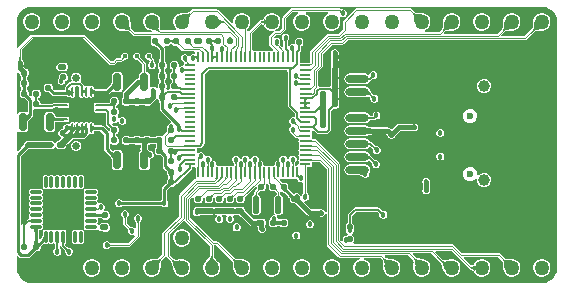
<source format=gbl>
G04*
G04 #@! TF.GenerationSoftware,Altium Limited,Altium Designer,22.2.1 (43)*
G04*
G04 Layer_Physical_Order=4*
G04 Layer_Color=6736896*
%FSLAX25Y25*%
%MOIN*%
G70*
G04*
G04 #@! TF.SameCoordinates,5BB0EFD5-3206-4E1C-A6FC-55E40B3CF44B*
G04*
G04*
G04 #@! TF.FilePolarity,Positive*
G04*
G01*
G75*
%ADD10C,0.01000*%
%ADD12C,0.00400*%
G04:AMPARAMS|DCode=18|XSize=20mil|YSize=20mil|CornerRadius=5mil|HoleSize=0mil|Usage=FLASHONLY|Rotation=0.000|XOffset=0mil|YOffset=0mil|HoleType=Round|Shape=RoundedRectangle|*
%AMROUNDEDRECTD18*
21,1,0.02000,0.01000,0,0,0.0*
21,1,0.01000,0.02000,0,0,0.0*
1,1,0.01000,0.00500,-0.00500*
1,1,0.01000,-0.00500,-0.00500*
1,1,0.01000,-0.00500,0.00500*
1,1,0.01000,0.00500,0.00500*
%
%ADD18ROUNDEDRECTD18*%
G04:AMPARAMS|DCode=19|XSize=20mil|YSize=20mil|CornerRadius=5mil|HoleSize=0mil|Usage=FLASHONLY|Rotation=90.000|XOffset=0mil|YOffset=0mil|HoleType=Round|Shape=RoundedRectangle|*
%AMROUNDEDRECTD19*
21,1,0.02000,0.01000,0,0,90.0*
21,1,0.01000,0.02000,0,0,90.0*
1,1,0.01000,0.00500,0.00500*
1,1,0.01000,0.00500,-0.00500*
1,1,0.01000,-0.00500,-0.00500*
1,1,0.01000,-0.00500,0.00500*
%
%ADD19ROUNDEDRECTD19*%
%ADD49C,0.01500*%
%ADD50C,0.00600*%
%ADD51C,0.05000*%
%ADD52C,0.02362*%
%ADD53O,0.08268X0.03937*%
%ADD54O,0.06299X0.03937*%
%ADD55C,0.02559*%
%ADD56C,0.01800*%
%ADD57C,0.03937*%
G04:AMPARAMS|DCode=58|XSize=16mil|YSize=16mil|CornerRadius=8mil|HoleSize=0mil|Usage=FLASHONLY|Rotation=90.000|XOffset=0mil|YOffset=0mil|HoleType=Round|Shape=RoundedRectangle|*
%AMROUNDEDRECTD58*
21,1,0.01600,0.00000,0,0,90.0*
21,1,0.00000,0.01600,0,0,90.0*
1,1,0.01600,0.00000,0.00000*
1,1,0.01600,0.00000,0.00000*
1,1,0.01600,0.00000,0.00000*
1,1,0.01600,0.00000,0.00000*
%
%ADD58ROUNDEDRECTD58*%
G04:AMPARAMS|DCode=59|XSize=59.06mil|YSize=59.06mil|CornerRadius=14.76mil|HoleSize=0mil|Usage=FLASHONLY|Rotation=180.000|XOffset=0mil|YOffset=0mil|HoleType=Round|Shape=RoundedRectangle|*
%AMROUNDEDRECTD59*
21,1,0.05906,0.02953,0,0,180.0*
21,1,0.02953,0.05906,0,0,180.0*
1,1,0.02953,-0.01476,0.01476*
1,1,0.02953,0.01476,0.01476*
1,1,0.02953,0.01476,-0.01476*
1,1,0.02953,-0.01476,-0.01476*
%
%ADD59ROUNDEDRECTD59*%
G04:AMPARAMS|DCode=60|XSize=9.45mil|YSize=31.5mil|CornerRadius=2.36mil|HoleSize=0mil|Usage=FLASHONLY|Rotation=180.000|XOffset=0mil|YOffset=0mil|HoleType=Round|Shape=RoundedRectangle|*
%AMROUNDEDRECTD60*
21,1,0.00945,0.02677,0,0,180.0*
21,1,0.00472,0.03150,0,0,180.0*
1,1,0.00472,-0.00236,0.01339*
1,1,0.00472,0.00236,0.01339*
1,1,0.00472,0.00236,-0.01339*
1,1,0.00472,-0.00236,-0.01339*
%
%ADD60ROUNDEDRECTD60*%
G04:AMPARAMS|DCode=61|XSize=9.45mil|YSize=31.5mil|CornerRadius=2.36mil|HoleSize=0mil|Usage=FLASHONLY|Rotation=90.000|XOffset=0mil|YOffset=0mil|HoleType=Round|Shape=RoundedRectangle|*
%AMROUNDEDRECTD61*
21,1,0.00945,0.02677,0,0,90.0*
21,1,0.00472,0.03150,0,0,90.0*
1,1,0.00472,0.01339,0.00236*
1,1,0.00472,0.01339,-0.00236*
1,1,0.00472,-0.01339,-0.00236*
1,1,0.00472,-0.01339,0.00236*
%
%ADD61ROUNDEDRECTD61*%
G04:AMPARAMS|DCode=62|XSize=27.56mil|YSize=59.06mil|CornerRadius=6.89mil|HoleSize=0mil|Usage=FLASHONLY|Rotation=180.000|XOffset=0mil|YOffset=0mil|HoleType=Round|Shape=RoundedRectangle|*
%AMROUNDEDRECTD62*
21,1,0.02756,0.04528,0,0,180.0*
21,1,0.01378,0.05906,0,0,180.0*
1,1,0.01378,-0.00689,0.02264*
1,1,0.01378,0.00689,0.02264*
1,1,0.01378,0.00689,-0.02264*
1,1,0.01378,-0.00689,-0.02264*
%
%ADD62ROUNDEDRECTD62*%
G04:AMPARAMS|DCode=63|XSize=19.68mil|YSize=23.62mil|CornerRadius=4.92mil|HoleSize=0mil|Usage=FLASHONLY|Rotation=270.000|XOffset=0mil|YOffset=0mil|HoleType=Round|Shape=RoundedRectangle|*
%AMROUNDEDRECTD63*
21,1,0.01968,0.01378,0,0,270.0*
21,1,0.00984,0.02362,0,0,270.0*
1,1,0.00984,-0.00689,-0.00492*
1,1,0.00984,-0.00689,0.00492*
1,1,0.00984,0.00689,0.00492*
1,1,0.00984,0.00689,-0.00492*
%
%ADD63ROUNDEDRECTD63*%
G04:AMPARAMS|DCode=64|XSize=21.65mil|YSize=57.09mil|CornerRadius=5.41mil|HoleSize=0mil|Usage=FLASHONLY|Rotation=0.000|XOffset=0mil|YOffset=0mil|HoleType=Round|Shape=RoundedRectangle|*
%AMROUNDEDRECTD64*
21,1,0.02165,0.04626,0,0,0.0*
21,1,0.01083,0.05709,0,0,0.0*
1,1,0.01083,0.00541,-0.02313*
1,1,0.01083,-0.00541,-0.02313*
1,1,0.01083,-0.00541,0.02313*
1,1,0.01083,0.00541,0.02313*
%
%ADD64ROUNDEDRECTD64*%
G04:AMPARAMS|DCode=65|XSize=21.65mil|YSize=57.09mil|CornerRadius=5.41mil|HoleSize=0mil|Usage=FLASHONLY|Rotation=0.000|XOffset=0mil|YOffset=0mil|HoleType=Round|Shape=RoundedRectangle|*
%AMROUNDEDRECTD65*
21,1,0.02165,0.04626,0,0,0.0*
21,1,0.01083,0.05709,0,0,0.0*
1,1,0.01083,0.00541,-0.02313*
1,1,0.01083,-0.00541,-0.02313*
1,1,0.01083,-0.00541,0.02313*
1,1,0.01083,0.00541,0.02313*
%
%ADD65ROUNDEDRECTD65*%
G04:AMPARAMS|DCode=66|XSize=12mil|YSize=38mil|CornerRadius=3mil|HoleSize=0mil|Usage=FLASHONLY|Rotation=180.000|XOffset=0mil|YOffset=0mil|HoleType=Round|Shape=RoundedRectangle|*
%AMROUNDEDRECTD66*
21,1,0.01200,0.03200,0,0,180.0*
21,1,0.00600,0.03800,0,0,180.0*
1,1,0.00600,-0.00300,0.01600*
1,1,0.00600,0.00300,0.01600*
1,1,0.00600,0.00300,-0.01600*
1,1,0.00600,-0.00300,-0.01600*
%
%ADD66ROUNDEDRECTD66*%
G04:AMPARAMS|DCode=67|XSize=12mil|YSize=38mil|CornerRadius=3mil|HoleSize=0mil|Usage=FLASHONLY|Rotation=270.000|XOffset=0mil|YOffset=0mil|HoleType=Round|Shape=RoundedRectangle|*
%AMROUNDEDRECTD67*
21,1,0.01200,0.03200,0,0,270.0*
21,1,0.00600,0.03800,0,0,270.0*
1,1,0.00600,-0.01600,-0.00300*
1,1,0.00600,-0.01600,0.00300*
1,1,0.00600,0.01600,0.00300*
1,1,0.00600,0.01600,-0.00300*
%
%ADD67ROUNDEDRECTD67*%
%ADD68R,0.11024X0.10630*%
%ADD69O,0.07874X0.02756*%
G04:AMPARAMS|DCode=70|XSize=50mil|YSize=62.99mil|CornerRadius=12.5mil|HoleSize=0mil|Usage=FLASHONLY|Rotation=270.000|XOffset=0mil|YOffset=0mil|HoleType=Round|Shape=RoundedRectangle|*
%AMROUNDEDRECTD70*
21,1,0.05000,0.03799,0,0,270.0*
21,1,0.02500,0.06299,0,0,270.0*
1,1,0.02500,-0.01900,-0.01250*
1,1,0.02500,-0.01900,0.01250*
1,1,0.02500,0.01900,0.01250*
1,1,0.02500,0.01900,-0.01250*
%
%ADD70ROUNDEDRECTD70*%
G04:AMPARAMS|DCode=71|XSize=50mil|YSize=94.49mil|CornerRadius=12.5mil|HoleSize=0mil|Usage=FLASHONLY|Rotation=270.000|XOffset=0mil|YOffset=0mil|HoleType=Round|Shape=RoundedRectangle|*
%AMROUNDEDRECTD71*
21,1,0.05000,0.06949,0,0,270.0*
21,1,0.02500,0.09449,0,0,270.0*
1,1,0.02500,-0.03474,-0.01250*
1,1,0.02500,-0.03474,0.01250*
1,1,0.02500,0.03474,0.01250*
1,1,0.02500,0.03474,-0.01250*
%
%ADD71ROUNDEDRECTD71*%
%ADD72R,0.26535X0.26535*%
%ADD73O,0.03740X0.00787*%
%ADD74O,0.00787X0.03740*%
%ADD75C,0.02000*%
G36*
X171318Y45920D02*
X172547Y45411D01*
X173602Y44602D01*
X174411Y43547D01*
X174920Y42318D01*
X175089Y41034D01*
X175082Y41000D01*
Y-41000D01*
X175089Y-41034D01*
X174920Y-42318D01*
X174411Y-43547D01*
X173602Y-44602D01*
X172547Y-45411D01*
X171318Y-45920D01*
X170478Y-46031D01*
X170000Y-46082D01*
X169504Y-46082D01*
X169502Y-46082D01*
X496D01*
X0Y-46082D01*
X-478Y-46031D01*
X-1318Y-45920D01*
X-2547Y-45411D01*
X-3602Y-44602D01*
X-4411Y-43547D01*
X-4920Y-42318D01*
X-5089Y-41034D01*
X-5082Y-41000D01*
Y-37169D01*
X-4620Y-36977D01*
X-4149Y-37449D01*
X-3851Y-37648D01*
X-3500Y-37718D01*
X-1300D01*
X-949Y-37648D01*
X-651Y-37449D01*
X763Y-36034D01*
X797Y-36022D01*
X1184Y-35662D01*
X1338Y-35538D01*
X1474Y-35443D01*
X1517Y-35418D01*
X1915D01*
X1917Y-35418D01*
X1919Y-35418D01*
X2000D01*
X2351Y-35348D01*
X2649Y-35149D01*
X2848Y-34851D01*
X2918Y-34500D01*
Y-34419D01*
X2919Y-34417D01*
X2918Y-34414D01*
Y-34018D01*
X2943Y-33974D01*
X3035Y-33843D01*
X3326Y-33500D01*
X3516Y-33303D01*
X3530Y-33268D01*
X3558Y-33240D01*
X3593Y-33226D01*
X3700Y-33123D01*
X3791Y-33045D01*
X3870Y-32985D01*
X3936Y-32943D01*
X3985Y-32917D01*
X4009Y-32909D01*
X4013Y-32909D01*
X4021Y-32911D01*
X4025Y-32910D01*
X4169Y-32939D01*
X4212Y-32953D01*
X4221Y-32949D01*
X4295Y-32964D01*
X4894D01*
X5168Y-32909D01*
X5399Y-32755D01*
X5758D01*
X5990Y-32909D01*
X6263Y-32964D01*
X6863D01*
X7136Y-32909D01*
X7231Y-32846D01*
X7370Y-32822D01*
X7494Y-32892D01*
X7798Y-33121D01*
X7799Y-33152D01*
X7818Y-33196D01*
Y-34153D01*
X7799Y-34194D01*
X7796Y-34260D01*
X7791Y-34306D01*
X7782Y-34350D01*
X7769Y-34392D01*
X7753Y-34434D01*
X7732Y-34475D01*
X7707Y-34517D01*
X7677Y-34560D01*
X7641Y-34604D01*
X7588Y-34658D01*
X7559Y-34734D01*
X7429Y-34864D01*
X7231Y-35341D01*
Y-35859D01*
X7429Y-36336D01*
X7795Y-36702D01*
X8273Y-36900D01*
X8790D01*
X9268Y-36702D01*
X9634Y-36336D01*
X9832Y-35859D01*
Y-35341D01*
X9634Y-34864D01*
X9504Y-34734D01*
X9475Y-34658D01*
X9422Y-34604D01*
X9386Y-34560D01*
X9356Y-34517D01*
X9331Y-34475D01*
X9310Y-34434D01*
X9294Y-34392D01*
X9281Y-34350D01*
X9272Y-34306D01*
X9267Y-34260D01*
X9264Y-34194D01*
X9245Y-34153D01*
Y-33604D01*
X9286Y-33560D01*
X9652Y-33663D01*
X9796Y-33749D01*
X9841Y-33973D01*
X9995Y-34205D01*
X10872Y-35082D01*
X10888Y-35124D01*
X10933Y-35173D01*
X10961Y-35209D01*
X10986Y-35246D01*
X11007Y-35285D01*
X11025Y-35326D01*
X11039Y-35370D01*
X11051Y-35417D01*
X11060Y-35469D01*
X11065Y-35526D01*
X11067Y-35601D01*
X11100Y-35675D01*
Y-35859D01*
X11298Y-36336D01*
X11664Y-36702D01*
X12141Y-36900D01*
X12659D01*
X13136Y-36702D01*
X13502Y-36336D01*
X13700Y-35859D01*
Y-35341D01*
X13502Y-34864D01*
X13136Y-34498D01*
X12659Y-34300D01*
X12475D01*
X12401Y-34267D01*
X12325Y-34265D01*
X12269Y-34260D01*
X12217Y-34251D01*
X12170Y-34240D01*
X12126Y-34225D01*
X12085Y-34207D01*
X12046Y-34186D01*
X12009Y-34161D01*
X11972Y-34133D01*
X11924Y-34088D01*
X11882Y-34072D01*
X11214Y-33404D01*
Y-33202D01*
X11233Y-33161D01*
X11240Y-32975D01*
X11247Y-32915D01*
X11257Y-32864D01*
X11266Y-32825D01*
X11275Y-32800D01*
X11277Y-32797D01*
X11280Y-32794D01*
X11285Y-32785D01*
X11293Y-32776D01*
X11294Y-32772D01*
X11314Y-32764D01*
X11339Y-32704D01*
X11459Y-32523D01*
X11514Y-32250D01*
Y-29050D01*
X11459Y-28777D01*
X11305Y-28545D01*
X11073Y-28391D01*
X10800Y-28336D01*
X10200D01*
X9927Y-28391D01*
X9695Y-28545D01*
X9336D01*
X9105Y-28391D01*
X8832Y-28336D01*
X8231D01*
X7958Y-28391D01*
X7727Y-28545D01*
X7368D01*
X7136Y-28391D01*
X6863Y-28336D01*
X6263D01*
X5990Y-28391D01*
X5758Y-28545D01*
X5399D01*
X5168Y-28391D01*
X4894Y-28336D01*
X4295D01*
X4021Y-28391D01*
X3790Y-28545D01*
X3635Y-28777D01*
X3581Y-29050D01*
Y-30086D01*
X3580Y-30088D01*
X3581Y-30193D01*
X3571Y-30276D01*
X3550Y-30365D01*
X3517Y-30463D01*
X3469Y-30567D01*
X3406Y-30680D01*
X3330Y-30794D01*
X3113Y-31061D01*
X2981Y-31200D01*
X2767Y-31282D01*
X2268Y-30973D01*
Y-29044D01*
X2283Y-29010D01*
X2287Y-28831D01*
X2300Y-28689D01*
X2319Y-28574D01*
X2341Y-28489D01*
X2363Y-28435D01*
X2372Y-28420D01*
X2381Y-28419D01*
X2950D01*
X3223Y-28365D01*
X3455Y-28210D01*
X3609Y-27979D01*
X3664Y-27705D01*
Y-27106D01*
X3609Y-26832D01*
X3455Y-26601D01*
Y-26242D01*
X3609Y-26010D01*
X3664Y-25737D01*
Y-25137D01*
X3609Y-24864D01*
X3455Y-24632D01*
Y-24273D01*
X3609Y-24042D01*
X3664Y-23768D01*
Y-23168D01*
X3609Y-22895D01*
X3455Y-22664D01*
Y-22305D01*
X3609Y-22073D01*
X3664Y-21800D01*
Y-21200D01*
X3609Y-20927D01*
X3455Y-20695D01*
Y-20336D01*
X3609Y-20105D01*
X3664Y-19831D01*
Y-19231D01*
X3609Y-18958D01*
X3455Y-18727D01*
Y-18368D01*
X3609Y-18136D01*
X3664Y-17863D01*
Y-17263D01*
X3609Y-16990D01*
X3455Y-16758D01*
Y-16399D01*
X3609Y-16168D01*
X3664Y-15894D01*
Y-15294D01*
X3609Y-15021D01*
X3455Y-14790D01*
X3223Y-14635D01*
X2950Y-14581D01*
X-250D01*
X-523Y-14635D01*
X-755Y-14790D01*
X-909Y-15021D01*
X-964Y-15294D01*
Y-15894D01*
X-909Y-16168D01*
X-755Y-16399D01*
Y-16758D01*
X-909Y-16990D01*
X-964Y-17263D01*
Y-17863D01*
X-909Y-18136D01*
X-755Y-18368D01*
Y-18727D01*
X-909Y-18958D01*
X-964Y-19231D01*
Y-19831D01*
X-909Y-20105D01*
X-755Y-20336D01*
Y-20695D01*
X-909Y-20927D01*
X-964Y-21200D01*
Y-21800D01*
X-909Y-22073D01*
X-755Y-22305D01*
Y-22664D01*
X-909Y-22895D01*
X-964Y-23168D01*
Y-23768D01*
X-909Y-24042D01*
X-867Y-24106D01*
X-835Y-24201D01*
X-823Y-24276D01*
X-882Y-24384D01*
X-1122Y-24704D01*
X-1146Y-24704D01*
X-1233Y-24742D01*
X-1410Y-24778D01*
X-1642Y-24932D01*
X-3005Y-26295D01*
X-3159Y-26527D01*
X-3182Y-26642D01*
X-3682Y-26593D01*
Y-3680D01*
X-2705Y-2703D01*
X-2669Y-2688D01*
X-2408Y-2430D01*
X-1757Y-1822D01*
X-1444Y-1564D01*
X-1334Y-1486D01*
X-1257Y-1439D01*
X-1236Y-1429D01*
X-1229Y-1427D01*
X6400D01*
X6946Y-1319D01*
X7409Y-1009D01*
X7655Y-641D01*
X8047Y-653D01*
X8175Y-694D01*
X8204Y-840D01*
X8402Y-1135D01*
X8697Y-1333D01*
X9045Y-1402D01*
X10423D01*
X10771Y-1333D01*
X11066Y-1135D01*
X11263Y-840D01*
X11267Y-821D01*
X11296Y-781D01*
X11296Y-780D01*
X11297Y-778D01*
X11325Y-657D01*
X11358Y-550D01*
X11399Y-444D01*
X11447Y-338D01*
X11505Y-231D01*
X11570Y-124D01*
X11642Y-21D01*
X11827Y202D01*
X11933Y313D01*
X11946Y348D01*
X13580Y1982D01*
X15614D01*
X15629Y1973D01*
X15670Y1982D01*
X15697D01*
X15741Y1969D01*
X15766Y1982D01*
X17100D01*
X17451Y2052D01*
X17749Y2251D01*
X18087Y2590D01*
X18126Y2607D01*
X18560Y3062D01*
X18826Y3328D01*
X18885Y3417D01*
X18932Y3472D01*
X19267Y3609D01*
X19516Y3560D01*
X19988D01*
X20236Y3609D01*
X20447Y3750D01*
X20587Y3960D01*
X20637Y4209D01*
Y4478D01*
X20649Y4501D01*
X20652Y4525D01*
X20666Y4534D01*
X20720Y4556D01*
X20806Y4578D01*
X20921Y4597D01*
X21063Y4610D01*
X21242Y4614D01*
X21276Y4630D01*
X22873D01*
X24082Y3420D01*
Y-1528D01*
X24152Y-1879D01*
X24351Y-2176D01*
X26059Y-3884D01*
X26073Y-3920D01*
X26208Y-4061D01*
X26319Y-4191D01*
X26414Y-4315D01*
X26493Y-4434D01*
X26556Y-4547D01*
X26604Y-4653D01*
X26638Y-4752D01*
X26660Y-4844D01*
X26671Y-4931D01*
X26672Y-5039D01*
X26673Y-5041D01*
Y-7264D01*
X26758Y-7689D01*
X26998Y-8049D01*
X27359Y-8290D01*
X27784Y-8374D01*
X29161D01*
X29586Y-8290D01*
X29947Y-8049D01*
X30187Y-7689D01*
X30272Y-7264D01*
Y-2736D01*
X30187Y-2311D01*
X29947Y-1951D01*
X29586Y-1710D01*
X29161Y-1626D01*
X27784D01*
X27359Y-1710D01*
X26998Y-1951D01*
X26527Y-1757D01*
X25918Y-1147D01*
Y100D01*
X26144Y231D01*
X26418Y307D01*
X26649Y152D01*
X27000Y82D01*
X28000D01*
X28351Y152D01*
X28649Y351D01*
X28848Y649D01*
X28918Y1000D01*
Y2000D01*
X28848Y2351D01*
X28649Y2649D01*
X28351Y2848D01*
X28251Y2868D01*
X28242Y2922D01*
X28236Y3001D01*
X28233Y3108D01*
X28214Y3151D01*
Y3349D01*
X28233Y3392D01*
X28236Y3499D01*
X28242Y3578D01*
X28251Y3632D01*
X28351Y3652D01*
X28649Y3851D01*
X28848Y4149D01*
X28918Y4500D01*
Y5500D01*
X28848Y5851D01*
X28649Y6149D01*
X28351Y6348D01*
X28000Y6418D01*
X27353D01*
X27351Y6419D01*
X27349Y6418D01*
X27165D01*
X27119Y6450D01*
X26927Y6613D01*
X26815Y6721D01*
X26799Y6842D01*
X27240Y7199D01*
X27256Y7200D01*
X27759D01*
X28236Y7398D01*
X28438Y7600D01*
X28992Y7509D01*
X28998Y7506D01*
X29098Y7264D01*
X29464Y6898D01*
X29941Y6700D01*
X30459D01*
X30936Y6898D01*
X31302Y7264D01*
X31500Y7741D01*
Y8259D01*
X31302Y8736D01*
X30936Y9102D01*
X30459Y9300D01*
X29941D01*
X29464Y9102D01*
X29262Y8900D01*
X28708Y8991D01*
X28702Y8994D01*
X28602Y9236D01*
X28649Y9851D01*
X28848Y10149D01*
X28918Y10500D01*
Y11500D01*
X28848Y11851D01*
X28649Y12149D01*
X28351Y12348D01*
X28251Y12368D01*
X28242Y12422D01*
X28236Y12501D01*
X28233Y12608D01*
X28214Y12651D01*
Y12849D01*
X28233Y12892D01*
X28236Y12999D01*
X28242Y13078D01*
X28251Y13132D01*
X28351Y13152D01*
X28649Y13351D01*
X28848Y13649D01*
X28918Y14000D01*
Y15000D01*
X28848Y15351D01*
X28649Y15649D01*
X28351Y15848D01*
X28000Y15918D01*
X27000D01*
X26649Y15848D01*
X26351Y15649D01*
X26152Y15351D01*
X26082Y15000D01*
Y14352D01*
X26081Y14350D01*
X25839Y13938D01*
X24912D01*
X24868Y13957D01*
X24662Y13961D01*
X24514Y13972D01*
X24471Y13978D01*
X24443Y13984D01*
X24441Y13985D01*
X24430Y13990D01*
X24424Y13990D01*
X24414Y13993D01*
X24396Y13991D01*
X24375Y14004D01*
X24292Y14060D01*
X24043Y14109D01*
X21366D01*
X21118Y14060D01*
X20908Y13919D01*
X20767Y13709D01*
X20718Y13461D01*
Y12988D01*
X20767Y12740D01*
X20908Y12529D01*
Y12344D01*
X20767Y12134D01*
X20718Y11886D01*
Y11413D01*
X20767Y11165D01*
X20908Y10955D01*
X21118Y10814D01*
X21366Y10765D01*
X24043D01*
X24226Y10801D01*
X24521Y10622D01*
X24671Y10487D01*
X24686Y10460D01*
Y7100D01*
X24741Y6827D01*
X24895Y6595D01*
X25757Y5733D01*
X25773Y5691D01*
X25981Y5467D01*
X26047Y5385D01*
X26082Y5334D01*
Y5151D01*
X26081Y5149D01*
X26082Y5147D01*
Y4700D01*
X25851Y4566D01*
X25582Y4515D01*
X23902Y6196D01*
X23604Y6395D01*
X23253Y6465D01*
X21276D01*
X21242Y6480D01*
X21063Y6485D01*
X20921Y6497D01*
X20806Y6516D01*
X20720Y6539D01*
X20666Y6561D01*
X20652Y6569D01*
X20649Y6593D01*
X20637Y6616D01*
Y6886D01*
X20587Y7134D01*
X20447Y7344D01*
X20236Y7485D01*
X19988Y7535D01*
X19516D01*
X19267Y7485D01*
X19057Y7344D01*
X18872D01*
X18662Y7485D01*
X18413Y7535D01*
X17941D01*
X17693Y7485D01*
X17390Y7377D01*
X17087Y7485D01*
X16839Y7535D01*
X16366D01*
X16118Y7485D01*
X15908Y7344D01*
X15722D01*
X15512Y7485D01*
X15264Y7535D01*
X14791D01*
X14543Y7485D01*
X14333Y7344D01*
X14148D01*
X13937Y7485D01*
X13689Y7535D01*
X13216D01*
X12968Y7485D01*
X12758Y7344D01*
X12617Y7134D01*
X12606Y7080D01*
X12197Y6808D01*
X12068Y6780D01*
X11906Y6847D01*
X11389D01*
X10911Y6649D01*
X10545Y6284D01*
X10347Y5806D01*
Y5637D01*
X10337Y5624D01*
X10331Y5617D01*
X10329Y5613D01*
X10324Y5607D01*
X10321Y5592D01*
X10313Y5576D01*
X10296Y5549D01*
X10275Y5520D01*
X10153Y5378D01*
X10141Y5366D01*
X10038Y5278D01*
X10002Y5251D01*
X9973Y5232D01*
X9954Y5221D01*
X9951Y5220D01*
X9936Y5214D01*
X9931Y5210D01*
X9928Y5209D01*
X9924Y5204D01*
X9920Y5200D01*
X9841D01*
X9364Y5002D01*
X8998Y4636D01*
X8800Y4159D01*
Y3641D01*
X8998Y3164D01*
X9364Y2798D01*
X9581Y2708D01*
X9712Y2138D01*
X9555Y1986D01*
X9241Y1704D01*
X8987Y1501D01*
X8894Y1437D01*
X8821Y1393D01*
X8777Y1373D01*
X8731Y1358D01*
X8700Y1333D01*
X8697Y1333D01*
X8654Y1304D01*
X8594Y1288D01*
X8571Y1249D01*
X8402Y1135D01*
X8204Y840D01*
X8175Y694D01*
X8047Y653D01*
X7655Y641D01*
X7409Y1009D01*
X6946Y1319D01*
X6400Y1427D01*
X-1300D01*
X-1846Y1319D01*
X-2309Y1009D01*
X-2619Y546D01*
X-2705Y115D01*
X-2708Y110D01*
X-2708Y110D01*
X-2708Y109D01*
X-2725Y85D01*
X-2729Y64D01*
X-2739Y43D01*
X-2774Y-16D01*
X-3735Y-1113D01*
X-3988Y-1369D01*
X-4003Y-1405D01*
X-4620Y-2023D01*
X-5082Y-1831D01*
Y4420D01*
X-4582Y4572D01*
X-4502Y4451D01*
X-4141Y4210D01*
X-3717Y4126D01*
X-2339D01*
X-1914Y4210D01*
X-1553Y4451D01*
X-1313Y4811D01*
X-1228Y5236D01*
Y7459D01*
X-1227Y7461D01*
X-1226Y7569D01*
X-1216Y7656D01*
X-1194Y7748D01*
X-1159Y7847D01*
X-1111Y7953D01*
X-1048Y8066D01*
X-973Y8179D01*
X-758Y8443D01*
X-628Y8580D01*
X-614Y8615D01*
X149Y9379D01*
X348Y9676D01*
X418Y10028D01*
Y11751D01*
X918Y12099D01*
X1000Y12082D01*
X2000D01*
X2110Y12104D01*
X2200Y12086D01*
X2631D01*
X3033Y12067D01*
X3085Y12086D01*
X6900D01*
X7173Y12141D01*
X7405Y12295D01*
X7620Y12511D01*
X8293D01*
X8337Y12491D01*
X8543Y12487D01*
X8690Y12476D01*
X8734Y12470D01*
X8761Y12465D01*
X8764Y12464D01*
X8775Y12459D01*
X8781Y12459D01*
X8791Y12456D01*
X8809Y12458D01*
X8830Y12444D01*
X8913Y12389D01*
X9161Y12340D01*
X11839D01*
X12087Y12389D01*
X12297Y12529D01*
X12438Y12740D01*
X12487Y12988D01*
Y13461D01*
X12438Y13709D01*
X12297Y13919D01*
X12087Y14060D01*
X11839Y14109D01*
X9161D01*
X8913Y14060D01*
X8830Y14004D01*
X8809Y13991D01*
X8791Y13993D01*
X8781Y13990D01*
X8775Y13990D01*
X8764Y13985D01*
X8761Y13984D01*
X8747Y13981D01*
X8441Y13958D01*
X8341Y13957D01*
X8296Y13938D01*
X7324D01*
X7051Y13884D01*
X6820Y13729D01*
X6604Y13514D01*
X3165D01*
X3129Y13532D01*
X2918Y13965D01*
Y14000D01*
X2848Y14351D01*
X2649Y14649D01*
X2351Y14848D01*
X2251Y14868D01*
X2242Y14922D01*
X2235Y15001D01*
X2233Y15108D01*
X2214Y15151D01*
Y15349D01*
X2233Y15392D01*
X2235Y15499D01*
X2242Y15578D01*
X2251Y15632D01*
X2351Y15652D01*
X2649Y15851D01*
X2848Y16149D01*
X2918Y16500D01*
Y17500D01*
X2848Y17851D01*
X2649Y18149D01*
X2351Y18348D01*
X2000Y18418D01*
X1000D01*
X649Y18348D01*
X351Y18149D01*
X152Y17851D01*
X82Y17500D01*
Y16500D01*
X-389Y16307D01*
X-478Y16297D01*
X-838Y16684D01*
X-962Y16838D01*
X-1057Y16974D01*
X-1082Y17018D01*
Y17414D01*
X-1082Y17417D01*
X-1082Y17419D01*
Y17500D01*
X-1152Y17851D01*
X-1317Y18098D01*
X-1342Y18158D01*
X-1365Y18168D01*
X-1377Y18189D01*
X-1416Y18220D01*
X-1430Y18237D01*
X-1450Y18267D01*
X-1474Y18316D01*
X-1498Y18384D01*
X-1521Y18471D01*
X-1539Y18571D01*
X-1557Y18767D01*
X-1555Y18800D01*
X-1540Y18924D01*
X-1521Y19029D01*
X-1498Y19116D01*
X-1474Y19184D01*
X-1450Y19233D01*
X-1430Y19263D01*
X-1416Y19280D01*
X-1377Y19311D01*
X-1365Y19332D01*
X-1342Y19342D01*
X-1317Y19402D01*
X-1152Y19649D01*
X-1082Y20000D01*
Y21000D01*
X-1152Y21351D01*
X-1317Y21598D01*
X-1342Y21658D01*
X-1365Y21667D01*
X-1377Y21689D01*
X-1416Y21720D01*
X-1430Y21736D01*
X-1450Y21767D01*
X-1474Y21816D01*
X-1498Y21884D01*
X-1521Y21971D01*
X-1539Y22071D01*
X-1557Y22267D01*
X-1555Y22300D01*
X-1540Y22424D01*
X-1521Y22529D01*
X-1498Y22616D01*
X-1474Y22684D01*
X-1450Y22733D01*
X-1430Y22763D01*
X-1416Y22780D01*
X-1377Y22811D01*
X-1365Y22832D01*
X-1342Y22842D01*
X-1317Y22902D01*
X-1152Y23149D01*
X-1082Y23500D01*
Y24500D01*
X-1152Y24851D01*
X-1351Y25149D01*
X-1649Y25348D01*
X-2000Y25418D01*
X-2207D01*
X-2298Y25636D01*
X-2664Y26002D01*
X-2827Y26070D01*
Y26634D01*
X-2700Y26941D01*
Y27459D01*
X-2898Y27936D01*
X-3029Y28068D01*
X-3060Y28145D01*
X-3135Y28222D01*
X-3193Y28288D01*
X-3243Y28349D01*
X-3283Y28406D01*
X-3297Y28430D01*
X-3317Y28550D01*
X-3351Y29001D01*
Y31831D01*
X269Y35451D01*
X17131D01*
X25641Y26941D01*
X26100Y26751D01*
X27300D01*
X27759Y26941D01*
X28469Y27651D01*
X29800D01*
X30259Y27841D01*
X30731Y28313D01*
X30761Y28300D01*
X31239D01*
X31680Y28483D01*
X32017Y28820D01*
X32200Y29261D01*
Y29739D01*
X32017Y30180D01*
X31680Y30517D01*
X31239Y30700D01*
X30761D01*
X30320Y30517D01*
X29983Y30180D01*
X29800Y29739D01*
Y29261D01*
X29441Y28949D01*
X28200D01*
X27741Y28759D01*
X27031Y28049D01*
X26369D01*
X17859Y36559D01*
X17400Y36749D01*
X0D01*
X-459Y36559D01*
X-4459Y32559D01*
X-4582Y32262D01*
X-5082Y32361D01*
Y41000D01*
X-5089Y41034D01*
X-4920Y42318D01*
X-4411Y43547D01*
X-3602Y44602D01*
X-2547Y45411D01*
X-1318Y45920D01*
X-34Y46089D01*
X0Y46082D01*
X170000D01*
X170034Y46089D01*
X171318Y45920D01*
D02*
G37*
G36*
X30804Y28748D02*
X30775Y28770D01*
X30741Y28783D01*
X30703Y28786D01*
X30661Y28780D01*
X30614Y28763D01*
X30564Y28737D01*
X30509Y28701D01*
X30450Y28656D01*
X30386Y28601D01*
X30319Y28536D01*
X30036Y28819D01*
X30101Y28886D01*
X30201Y29009D01*
X30237Y29064D01*
X30263Y29114D01*
X30279Y29161D01*
X30286Y29203D01*
X30283Y29241D01*
X30270Y29275D01*
X30248Y29304D01*
X30804Y28748D01*
D02*
G37*
G36*
X-3797Y29161D02*
X-3747Y28498D01*
X-3717Y28319D01*
X-3708Y28278D01*
X-3692Y28247D01*
X-3645Y28169D01*
X-3589Y28089D01*
X-3525Y28009D01*
X-3452Y27926D01*
X-3370Y27843D01*
X-3553D01*
X-3532Y27806D01*
X-3469Y27730D01*
X-4531D01*
X-4468Y27806D01*
X-4447Y27843D01*
X-4630D01*
X-4548Y27926D01*
X-4411Y28089D01*
X-4355Y28169D01*
X-4307Y28247D01*
X-4292Y28278D01*
X-4283Y28319D01*
X-4253Y28498D01*
X-4213Y28919D01*
X-4203Y29161D01*
X-4200Y29423D01*
X-3800D01*
X-3797Y29161D01*
D02*
G37*
G36*
X-1975Y23449D02*
X-1980Y23399D01*
X-1989Y23211D01*
X-1990Y23148D01*
X-1648D01*
X-1715Y23094D01*
X-1775Y23027D01*
X-1828Y22946D01*
X-1873Y22852D01*
X-1912Y22744D01*
X-1944Y22623D01*
X-1968Y22488D01*
X-1986Y22340D01*
X-1991Y22262D01*
X-1968Y22012D01*
X-1944Y21877D01*
X-1912Y21756D01*
X-1873Y21648D01*
X-1828Y21554D01*
X-1775Y21473D01*
X-1715Y21406D01*
X-1648Y21352D01*
X-3352D01*
X-3285Y21406D01*
X-3225Y21473D01*
X-3172Y21554D01*
X-3127Y21648D01*
X-3088Y21756D01*
X-3056Y21877D01*
X-3032Y22012D01*
X-3014Y22160D01*
X-3009Y22238D01*
X-3032Y22488D01*
X-3056Y22623D01*
X-3088Y22744D01*
X-3127Y22852D01*
X-3172Y22946D01*
X-3225Y23027D01*
X-3285Y23094D01*
X-3352Y23148D01*
X-3024D01*
X-3031Y23470D01*
X-1969D01*
X-1975Y23449D01*
D02*
G37*
G36*
X-1715Y19594D02*
X-1775Y19527D01*
X-1828Y19446D01*
X-1873Y19352D01*
X-1912Y19244D01*
X-1944Y19123D01*
X-1968Y18988D01*
X-1986Y18840D01*
X-1991Y18762D01*
X-1968Y18512D01*
X-1944Y18377D01*
X-1912Y18256D01*
X-1873Y18148D01*
X-1828Y18054D01*
X-1775Y17973D01*
X-1715Y17906D01*
X-1648Y17852D01*
X-3352D01*
X-3285Y17906D01*
X-3225Y17973D01*
X-3172Y18054D01*
X-3127Y18148D01*
X-3088Y18256D01*
X-3056Y18377D01*
X-3032Y18512D01*
X-3014Y18660D01*
X-3009Y18738D01*
X-3032Y18988D01*
X-3056Y19123D01*
X-3088Y19244D01*
X-3127Y19352D01*
X-3172Y19446D01*
X-3225Y19527D01*
X-3285Y19594D01*
X-3352Y19648D01*
X-1648D01*
X-1715Y19594D01*
D02*
G37*
G36*
X2041Y16028D02*
X1991Y16009D01*
X1946Y15977D01*
X1907Y15933D01*
X1874Y15876D01*
X1848Y15807D01*
X1827Y15725D01*
X1812Y15630D01*
X1803Y15522D01*
X1800Y15402D01*
X1200D01*
X1197Y15522D01*
X1188Y15630D01*
X1173Y15725D01*
X1152Y15807D01*
X1126Y15876D01*
X1093Y15933D01*
X1054Y15977D01*
X1010Y16009D01*
X959Y16028D01*
X902Y16034D01*
X2098D01*
X2041Y16028D01*
D02*
G37*
G36*
X-1570Y17340D02*
X-1597Y17249D01*
X-1596Y17143D01*
X-1566Y17024D01*
X-1508Y16889D01*
X-1422Y16741D01*
X-1308Y16578D01*
X-1165Y16400D01*
X-795Y16002D01*
X-1502Y15295D01*
X-1709Y15495D01*
X-2078Y15808D01*
X-2241Y15922D01*
X-2389Y16008D01*
X-2523Y16066D01*
X-2643Y16096D01*
X-2749Y16097D01*
X-2840Y16070D01*
X-2917Y16014D01*
X-1514Y17417D01*
X-1570Y17340D01*
D02*
G37*
G36*
X1803Y14977D02*
X1812Y14870D01*
X1827Y14775D01*
X1848Y14693D01*
X1874Y14624D01*
X1907Y14567D01*
X1946Y14523D01*
X1991Y14491D01*
X2041Y14472D01*
X2098Y14466D01*
X902D01*
X959Y14472D01*
X1010Y14491D01*
X1054Y14523D01*
X1093Y14567D01*
X1126Y14624D01*
X1152Y14693D01*
X1173Y14775D01*
X1188Y14870D01*
X1197Y14977D01*
X1200Y15098D01*
X1800D01*
X1803Y14977D01*
D02*
G37*
G36*
X27330Y13534D02*
X28098D01*
X28041Y13528D01*
X27990Y13509D01*
X27946Y13477D01*
X27907Y13433D01*
X27874Y13376D01*
X27848Y13307D01*
X27827Y13225D01*
X27812Y13130D01*
X27803Y13023D01*
X27800Y12902D01*
X27200D01*
X27197Y13023D01*
X27188Y13130D01*
X27173Y13225D01*
X27152Y13307D01*
X27126Y13376D01*
X27093Y13433D01*
X27054Y13477D01*
X27021Y13501D01*
X26950Y13461D01*
X26854Y13393D01*
X26750Y13309D01*
X26515Y13090D01*
X26090Y13515D01*
X26208Y13636D01*
X26393Y13854D01*
X26460Y13950D01*
X26511Y14038D01*
X26545Y14118D01*
X26563Y14188D01*
X26563Y14251D01*
X26547Y14305D01*
X26514Y14350D01*
X27330Y13534D01*
D02*
G37*
G36*
X24229Y13612D02*
X24255Y13593D01*
X24292Y13577D01*
X24340Y13563D01*
X24398Y13551D01*
X24468Y13542D01*
X24642Y13529D01*
X24860Y13524D01*
Y12924D01*
X24745Y12923D01*
X24398Y12898D01*
X24340Y12886D01*
X24292Y12872D01*
X24255Y12855D01*
X24229Y12837D01*
X24215Y12817D01*
Y13632D01*
X24229Y13612D01*
D02*
G37*
G36*
X8990Y12817D02*
X8975Y12837D01*
X8950Y12855D01*
X8913Y12872D01*
X8865Y12886D01*
X8806Y12898D01*
X8736Y12907D01*
X8563Y12920D01*
X8345Y12924D01*
Y13524D01*
X8460Y13525D01*
X8806Y13551D01*
X8865Y13563D01*
X8913Y13577D01*
X8950Y13593D01*
X8975Y13612D01*
X8990Y13632D01*
Y12817D01*
D02*
G37*
G36*
X2473Y13343D02*
X2477Y13292D01*
X2497Y13247D01*
X2534Y13208D01*
X2587Y13175D01*
X2656Y13148D01*
X2742Y13127D01*
X2844Y13112D01*
X2963Y13103D01*
X3098Y13100D01*
X3053Y12500D01*
X2190Y12540D01*
X2486Y13400D01*
X2473Y13343D01*
D02*
G37*
G36*
X27803Y12477D02*
X27812Y12370D01*
X27827Y12275D01*
X27848Y12193D01*
X27874Y12124D01*
X27907Y12067D01*
X27946Y12023D01*
X27990Y11991D01*
X28041Y11972D01*
X28098Y11966D01*
X26902D01*
X26959Y11972D01*
X27009Y11991D01*
X27054Y12023D01*
X27093Y12067D01*
X27126Y12124D01*
X27152Y12193D01*
X27173Y12275D01*
X27188Y12370D01*
X27197Y12477D01*
X27200Y12598D01*
X27800D01*
X27803Y12477D01*
D02*
G37*
G36*
X24228Y12037D02*
X24251Y12019D01*
X24282Y12002D01*
X24322Y11988D01*
X24371Y11977D01*
X24429Y11967D01*
X24496Y11959D01*
X24657Y11951D01*
X24750Y11950D01*
Y11350D01*
X24657Y11349D01*
X24429Y11332D01*
X24371Y11323D01*
X24322Y11311D01*
X24282Y11297D01*
X24251Y11281D01*
X24228Y11262D01*
X24215Y11242D01*
Y12057D01*
X24228Y12037D01*
D02*
G37*
G36*
X-4502Y24164D02*
X-4136Y23798D01*
X-3918Y23707D01*
Y23500D01*
X-3848Y23149D01*
X-3683Y22902D01*
X-3658Y22842D01*
X-3635Y22832D01*
X-3623Y22811D01*
X-3585Y22780D01*
X-3570Y22763D01*
X-3550Y22733D01*
X-3526Y22684D01*
X-3502Y22616D01*
X-3479Y22529D01*
X-3461Y22430D01*
X-3443Y22233D01*
X-3445Y22200D01*
X-3460Y22076D01*
X-3479Y21971D01*
X-3502Y21884D01*
X-3526Y21816D01*
X-3550Y21767D01*
X-3570Y21736D01*
X-3585Y21720D01*
X-3623Y21689D01*
X-3635Y21667D01*
X-3658Y21658D01*
X-3683Y21598D01*
X-3848Y21351D01*
X-3918Y21000D01*
Y20000D01*
X-3848Y19649D01*
X-3683Y19402D01*
X-3658Y19342D01*
X-3635Y19332D01*
X-3623Y19311D01*
X-3585Y19280D01*
X-3570Y19263D01*
X-3550Y19233D01*
X-3526Y19184D01*
X-3502Y19116D01*
X-3479Y19029D01*
X-3461Y18929D01*
X-3443Y18733D01*
X-3445Y18700D01*
X-3460Y18576D01*
X-3479Y18471D01*
X-3502Y18384D01*
X-3526Y18316D01*
X-3550Y18267D01*
X-3570Y18237D01*
X-3585Y18220D01*
X-3623Y18189D01*
X-3635Y18168D01*
X-3658Y18158D01*
X-3683Y18098D01*
X-3848Y17851D01*
X-3918Y17500D01*
Y16500D01*
X-3848Y16149D01*
X-3649Y15851D01*
X-3351Y15652D01*
X-3000Y15582D01*
X-2919D01*
X-2917Y15582D01*
X-2915Y15582D01*
X-2517D01*
X-2474Y15557D01*
X-2343Y15465D01*
X-2000Y15174D01*
X-1803Y14984D01*
X-1768Y14970D01*
X-1418Y14620D01*
Y11060D01*
X-1914Y10790D01*
X-2339Y10874D01*
X-3717D01*
X-4141Y10790D01*
X-4502Y10549D01*
X-4582Y10428D01*
X-5082Y10580D01*
Y23739D01*
X-4582Y24175D01*
X-4502Y24164D01*
D02*
G37*
G36*
X-941Y8879D02*
X-1084Y8730D01*
X-1322Y8436D01*
X-1417Y8292D01*
X-1497Y8149D01*
X-1561Y8009D01*
X-1610Y7870D01*
X-1642Y7733D01*
X-1659Y7598D01*
X-1660Y7465D01*
X-1796Y10149D01*
X-1781Y10029D01*
X-1751Y9938D01*
X-1705Y9878D01*
X-1643Y9848D01*
X-1565Y9847D01*
X-1472Y9876D01*
X-1363Y9936D01*
X-1238Y10025D01*
X-1098Y10144D01*
X-941Y10293D01*
Y8879D01*
D02*
G37*
G36*
X16136Y6068D02*
X16142Y6067D01*
X16314Y6052D01*
X16507Y6047D01*
Y5047D01*
X16314Y5042D01*
X16142Y5027D01*
X16136Y5026D01*
Y4547D01*
X16125Y4642D01*
X16095Y4727D01*
X16044Y4802D01*
X15973Y4867D01*
X15882Y4922D01*
X15815Y4950D01*
X15747Y4922D01*
X15656Y4867D01*
X15586Y4802D01*
X15535Y4727D01*
X15505Y4642D01*
X15495Y4547D01*
Y5026D01*
X15488Y5027D01*
X15316Y5042D01*
X15123Y5047D01*
Y6047D01*
X15316Y6052D01*
X15488Y6067D01*
X15495Y6068D01*
Y6547D01*
X15505Y6452D01*
X15535Y6367D01*
X15586Y6292D01*
X15656Y6227D01*
X15747Y6172D01*
X15815Y6145D01*
X15882Y6172D01*
X15973Y6227D01*
X16044Y6292D01*
X16095Y6367D01*
X16125Y6452D01*
X16136Y6547D01*
Y6068D01*
D02*
G37*
G36*
X14561D02*
X14567Y6067D01*
X14739Y6052D01*
X14932Y6047D01*
Y5047D01*
X14739Y5042D01*
X14660Y5035D01*
X15435Y4037D01*
X15459Y4040D01*
X15454Y4017D01*
X15422Y3968D01*
X15362Y3894D01*
X15349Y3880D01*
X15381Y3874D01*
X15299Y3784D01*
X15242Y3703D01*
X15211Y3632D01*
X15205Y3571D01*
X15224Y3519D01*
X15233Y3510D01*
X15246Y3513D01*
X15420Y3577D01*
X15587Y3655D01*
X15749Y3746D01*
X15905Y3853D01*
X16056Y3973D01*
X16200Y4107D01*
X16956Y3449D01*
X16949Y3440D01*
X16946Y3431D01*
X16948Y3424D01*
X16955Y3418D01*
X16967Y3412D01*
X16984Y3408D01*
X17006Y3404D01*
X17064Y3401D01*
X17100Y3400D01*
X15700Y2400D01*
X14947Y3024D01*
X13700Y2400D01*
X13200Y3400D01*
X13263Y3407D01*
X13334Y3428D01*
X13413Y3464D01*
X13501Y3513D01*
X13596Y3577D01*
X13701Y3655D01*
X14030Y3944D01*
X14033Y3947D01*
X14336Y4306D01*
X14448Y4466D01*
X14533Y4614D01*
X14548Y4649D01*
X14520Y4727D01*
X14470Y4802D01*
X14399Y4867D01*
X14308Y4922D01*
X14240Y4950D01*
X14173Y4922D01*
X14082Y4867D01*
X14011Y4802D01*
X13960Y4727D01*
X13930Y4642D01*
X13920Y4547D01*
Y5026D01*
X13913Y5027D01*
X13741Y5042D01*
X13549Y5047D01*
Y6047D01*
X13741Y6052D01*
X13913Y6067D01*
X13920Y6068D01*
Y6547D01*
X13930Y6452D01*
X13960Y6367D01*
X14011Y6292D01*
X14082Y6227D01*
X14173Y6172D01*
X14240Y6145D01*
X14308Y6172D01*
X14399Y6227D01*
X14470Y6292D01*
X14520Y6367D01*
X14550Y6452D01*
X14561Y6547D01*
Y6068D01*
D02*
G37*
G36*
X17710D02*
X17717Y6067D01*
X17889Y6052D01*
X18081Y6047D01*
Y5047D01*
X17889Y5042D01*
X17717Y5027D01*
X17710Y5026D01*
Y4547D01*
X17700Y4642D01*
X17670Y4727D01*
X17619Y4802D01*
X17548Y4867D01*
X17457Y4922D01*
X17390Y4950D01*
X17322Y4922D01*
X17231Y4867D01*
X17160Y4802D01*
X17110Y4727D01*
X17079Y4642D01*
X17069Y4547D01*
Y5026D01*
X17063Y5027D01*
X16891Y5042D01*
X16698Y5047D01*
Y6047D01*
X16891Y6052D01*
X17063Y6067D01*
X17069Y6068D01*
Y6547D01*
X17079Y6452D01*
X17110Y6367D01*
X17160Y6292D01*
X17231Y6227D01*
X17322Y6172D01*
X17390Y6145D01*
X17457Y6172D01*
X17548Y6227D01*
X17619Y6292D01*
X17670Y6367D01*
X17700Y6452D01*
X17710Y6547D01*
Y6068D01*
D02*
G37*
G36*
X12986Y5438D02*
X13622Y4107D01*
X13714D01*
X13652Y4043D01*
X13689Y3966D01*
X13660Y3959D01*
X13619Y3938D01*
X13566Y3902D01*
X13502Y3853D01*
X13361Y3732D01*
X13293Y3655D01*
X13232Y3577D01*
X13190Y3513D01*
X13165Y3464D01*
X13159Y3428D01*
X13170Y3407D01*
X13200Y3400D01*
X13007Y2400D01*
X12810Y2393D01*
X12619Y2372D01*
X12433Y2336D01*
X12254Y2287D01*
X12080Y2223D01*
X11913Y2145D01*
X11751Y2053D01*
X11595Y1947D01*
X11444Y1827D01*
X11300Y1693D01*
X11800Y2900D01*
X11288Y3266D01*
X10657Y2636D01*
X10585Y2706D01*
X10344Y2914D01*
X10296Y2946D01*
X10252Y2972D01*
X10213Y2989D01*
X10179Y2999D01*
X10150Y3001D01*
X10999Y3850D01*
X11001Y3821D01*
X11011Y3787D01*
X11028Y3748D01*
X11054Y3704D01*
X11086Y3656D01*
X11127Y3603D01*
X11230Y3482D01*
X11286Y3424D01*
X11306Y3428D01*
X11415Y3464D01*
X11529Y3513D01*
X11647Y3577D01*
X11769Y3655D01*
X11895Y3746D01*
X12161Y3973D01*
X12282Y4090D01*
X12441Y4255D01*
X12719Y4591D01*
X12823Y4745D01*
X12868Y4826D01*
X12824Y4867D01*
X12733Y4922D01*
X12621Y4967D01*
X12490Y5002D01*
X12473Y5005D01*
X12454Y5000D01*
X12402Y4984D01*
X12357Y4964D01*
X12319Y4942D01*
X12290Y4917D01*
Y5031D01*
X12166Y5042D01*
X11974Y5047D01*
Y6047D01*
X12166Y6052D01*
X12290Y6063D01*
Y6177D01*
X12319Y6152D01*
X12357Y6130D01*
X12402Y6111D01*
X12454Y6094D01*
X12473Y6089D01*
X12490Y6092D01*
X12621Y6127D01*
X12733Y6172D01*
X12824Y6227D01*
X12895Y6292D01*
X12945Y6367D01*
X12976Y6452D01*
X12986Y6547D01*
Y5438D01*
D02*
G37*
G36*
X26636Y6292D02*
X26855Y6107D01*
X26951Y6039D01*
X27039Y5988D01*
X27118Y5954D01*
X27189Y5937D01*
X27251Y5937D01*
X27305Y5953D01*
X27351Y5986D01*
X26514Y5149D01*
X26547Y5195D01*
X26563Y5248D01*
X26563Y5311D01*
X26546Y5382D01*
X26511Y5461D01*
X26461Y5549D01*
X26393Y5645D01*
X26309Y5750D01*
X26090Y5985D01*
X26515Y6410D01*
X26636Y6292D01*
D02*
G37*
G36*
X20229Y6452D02*
X20259Y6367D01*
X20310Y6292D01*
X20381Y6227D01*
X20472Y6172D01*
X20583Y6127D01*
X20715Y6092D01*
X20867Y6067D01*
X21039Y6052D01*
X21231Y6047D01*
Y5047D01*
X21039Y5042D01*
X20867Y5027D01*
X20715Y5002D01*
X20583Y4967D01*
X20472Y4922D01*
X20381Y4867D01*
X20310Y4802D01*
X20259Y4727D01*
X20229Y4642D01*
X20219Y4547D01*
Y6547D01*
X20229Y6452D01*
D02*
G37*
G36*
X11638Y4647D02*
X11600Y4644D01*
X11558Y4633D01*
X11512Y4615D01*
X11463Y4590D01*
X11410Y4557D01*
X11353Y4517D01*
X11234Y4418D01*
X11160Y4334D01*
X11114Y4273D01*
X11075Y4215D01*
X11044Y4161D01*
X11021Y4111D01*
X11005Y4064D01*
X10997Y4020D01*
X10996Y3980D01*
X10038Y4798D01*
X10073Y4804D01*
X10112Y4817D01*
X10155Y4837D01*
X10202Y4864D01*
X10253Y4898D01*
X10308Y4940D01*
X10431Y5044D01*
X10468Y5080D01*
X10617Y5253D01*
X10657Y5310D01*
X10690Y5363D01*
X10715Y5412D01*
X10733Y5458D01*
X10744Y5500D01*
X10747Y5538D01*
X11638Y4647D01*
D02*
G37*
G36*
X28041Y4028D02*
X27990Y4009D01*
X27946Y3977D01*
X27907Y3933D01*
X27874Y3876D01*
X27848Y3807D01*
X27827Y3725D01*
X27812Y3630D01*
X27803Y3523D01*
X27800Y3402D01*
X27200D01*
X27197Y3523D01*
X27188Y3630D01*
X27173Y3725D01*
X27152Y3807D01*
X27126Y3876D01*
X27093Y3933D01*
X27054Y3977D01*
X27009Y4009D01*
X26959Y4028D01*
X26902Y4034D01*
X28098D01*
X28041Y4028D01*
D02*
G37*
G36*
X18585Y4037D02*
X18688Y4071D01*
X18750Y4073D01*
X18773Y4042D01*
X18756Y3978D01*
X18698Y3881D01*
X18601Y3751D01*
X18464Y3589D01*
X17812Y2905D01*
X16992Y3499D01*
X17191Y3705D01*
X17504Y4074D01*
X17618Y4237D01*
X17704Y4385D01*
X17762Y4519D01*
X17792Y4639D01*
X17793Y4745D01*
X17766Y4836D01*
X17710Y4913D01*
X18585Y4037D01*
D02*
G37*
G36*
X27803Y2977D02*
X27812Y2870D01*
X27827Y2775D01*
X27848Y2693D01*
X27874Y2624D01*
X27907Y2567D01*
X27946Y2523D01*
X27990Y2491D01*
X28041Y2472D01*
X28098Y2466D01*
X26902D01*
X26959Y2472D01*
X27009Y2491D01*
X27054Y2523D01*
X27093Y2567D01*
X27126Y2624D01*
X27152Y2693D01*
X27173Y2775D01*
X27188Y2870D01*
X27197Y2977D01*
X27200Y3098D01*
X27800D01*
X27803Y2977D01*
D02*
G37*
G36*
X-867Y-970D02*
X-929Y-899D01*
X-1007Y-859D01*
X-1103Y-851D01*
X-1216Y-874D01*
X-1347Y-927D01*
X-1363Y-937D01*
X-1299Y-1000D01*
X-1369Y-1014D01*
X-1460Y-1055D01*
X-1573Y-1124D01*
X-1708Y-1221D01*
X-2043Y-1497D01*
X-2708Y-2118D01*
X-2973Y-2380D01*
X-3680Y-1673D01*
X-3418Y-1408D01*
X-2424Y-273D01*
X-2355Y-160D01*
X-2314Y-69D01*
X-2300Y1D01*
X-2213Y-86D01*
X-2203Y-47D01*
X-2200Y-9D01*
X-2165Y-44D01*
X-2129Y15D01*
X-2059Y145D01*
X-1999Y276D01*
X-1948Y409D01*
X-1907Y544D01*
X-1875Y679D01*
X-867Y-970D01*
D02*
G37*
G36*
X11268Y1661D02*
X11260Y1653D01*
X11620Y612D01*
X11502Y490D01*
X11297Y241D01*
X11208Y114D01*
X11129Y-15D01*
X11060Y-145D01*
X10999Y-276D01*
X10948Y-409D01*
X10907Y-544D01*
X10875Y-679D01*
X9972Y798D01*
X8858Y944D01*
X8934Y968D01*
X9024Y1010D01*
X9128Y1072D01*
X9246Y1153D01*
X9521Y1373D01*
X9851Y1669D01*
X10235Y2042D01*
X11268Y1661D01*
D02*
G37*
G36*
X26542Y-2356D02*
X26683Y-2475D01*
X26808Y-2564D01*
X26917Y-2624D01*
X27010Y-2653D01*
X27088Y-2653D01*
X27150Y-2622D01*
X27196Y-2562D01*
X27226Y-2471D01*
X27241Y-2351D01*
X27105Y-5035D01*
X27104Y-4902D01*
X27087Y-4767D01*
X27055Y-4630D01*
X27006Y-4491D01*
X26942Y-4351D01*
X26862Y-4208D01*
X26767Y-4064D01*
X26656Y-3918D01*
X26529Y-3770D01*
X26386Y-3621D01*
Y-2207D01*
X26542Y-2356D01*
D02*
G37*
G36*
X-458Y-25945D02*
X-489Y-25905D01*
X-529Y-25870D01*
X-577Y-25839D01*
X-633Y-25812D01*
X-697Y-25789D01*
X-769Y-25770D01*
X-849Y-25756D01*
X-937Y-25745D01*
X-1033Y-25739D01*
X-1137Y-25737D01*
Y-25137D01*
X-1033Y-25135D01*
X-849Y-25118D01*
X-769Y-25104D01*
X-697Y-25085D01*
X-633Y-25062D01*
X-577Y-25035D01*
X-529Y-25004D01*
X-489Y-24969D01*
X-458Y-24929D01*
Y-25945D01*
D02*
G37*
G36*
X2255Y-27997D02*
X2170Y-28028D01*
X2095Y-28078D01*
X2030Y-28149D01*
X1975Y-28240D01*
X1930Y-28352D01*
X1895Y-28483D01*
X1870Y-28635D01*
X1855Y-28807D01*
X1850Y-28999D01*
X850D01*
X845Y-28807D01*
X830Y-28635D01*
X805Y-28483D01*
X770Y-28352D01*
X725Y-28240D01*
X670Y-28149D01*
X605Y-28078D01*
X530Y-28028D01*
X445Y-27997D01*
X350Y-27987D01*
X2350D01*
X2255Y-27997D01*
D02*
G37*
G36*
X4182Y-32521D02*
X4120Y-32489D01*
X4051Y-32473D01*
X3977Y-32473D01*
X3897Y-32489D01*
X3811Y-32520D01*
X3720Y-32567D01*
X3622Y-32630D01*
X3518Y-32709D01*
X3409Y-32803D01*
X3294Y-32913D01*
Y-31499D01*
X3438Y-31347D01*
X3679Y-31051D01*
X3776Y-30906D01*
X3856Y-30764D01*
X3920Y-30623D01*
X3967Y-30485D01*
X3999Y-30349D01*
X4014Y-30216D01*
X4013Y-30085D01*
X4182Y-32521D01*
D02*
G37*
G36*
X-2197Y-32522D02*
X-2188Y-32630D01*
X-2173Y-32725D01*
X-2152Y-32807D01*
X-2126Y-32876D01*
X-2093Y-32933D01*
X-2054Y-32977D01*
X-2010Y-33009D01*
X-1959Y-33028D01*
X-1902Y-33034D01*
X-3098D01*
X-3041Y-33028D01*
X-2991Y-33009D01*
X-2946Y-32977D01*
X-2907Y-32933D01*
X-2874Y-32876D01*
X-2848Y-32807D01*
X-2827Y-32725D01*
X-2812Y-32630D01*
X-2803Y-32522D01*
X-2800Y-32402D01*
X-2200D01*
X-2197Y-32522D01*
D02*
G37*
G36*
X10968Y-32489D02*
X10933Y-32530D01*
X10902Y-32578D01*
X10875Y-32634D01*
X10852Y-32699D01*
X10833Y-32771D01*
X10819Y-32852D01*
X10808Y-32941D01*
X10800Y-33144D01*
X10200D01*
X10198Y-33038D01*
X10181Y-32852D01*
X10167Y-32771D01*
X10148Y-32699D01*
X10125Y-32634D01*
X10098Y-32578D01*
X10067Y-32530D01*
X10032Y-32489D01*
X9992Y-32458D01*
X11008D01*
X10968Y-32489D01*
D02*
G37*
G36*
X9000D02*
X8964Y-32530D01*
X8933Y-32578D01*
X8906Y-32634D01*
X8883Y-32699D01*
X8865Y-32771D01*
X8850Y-32852D01*
X8840Y-32941D01*
X8832Y-33144D01*
X8231D01*
X8229Y-33038D01*
X8213Y-32852D01*
X8198Y-32771D01*
X8180Y-32699D01*
X8157Y-32634D01*
X8130Y-32578D01*
X8099Y-32530D01*
X8063Y-32489D01*
X8024Y-32458D01*
X9039D01*
X9000Y-32489D01*
D02*
G37*
G36*
X1855Y-32229D02*
X1894Y-32609D01*
X1929Y-32761D01*
X1940Y-32794D01*
X2100Y-32665D01*
X2498Y-32295D01*
X3205Y-33002D01*
X3005Y-33209D01*
X2692Y-33578D01*
X2578Y-33741D01*
X2492Y-33889D01*
X2434Y-34024D01*
X2404Y-34143D01*
X2403Y-34249D01*
X2430Y-34340D01*
X2486Y-34417D01*
X1313Y-33244D01*
X540Y-33310D01*
X599Y-33213D01*
X652Y-33110D01*
X698Y-33000D01*
X739Y-32883D01*
X773Y-32759D01*
X800Y-32627D01*
X822Y-32489D01*
X847Y-32192D01*
X850Y-32032D01*
X1850Y-32002D01*
X1855Y-32229D01*
D02*
G37*
G36*
X8835Y-34295D02*
X8845Y-34376D01*
X8861Y-34456D01*
X8884Y-34534D01*
X8914Y-34609D01*
X8950Y-34683D01*
X8993Y-34754D01*
X9043Y-34824D01*
X9099Y-34892D01*
X9161Y-34957D01*
X7902D01*
X7964Y-34892D01*
X8020Y-34824D01*
X8070Y-34754D01*
X8113Y-34683D01*
X8149Y-34609D01*
X8179Y-34534D01*
X8202Y-34456D01*
X8218Y-34376D01*
X8228Y-34295D01*
X8231Y-34212D01*
X8832D01*
X8835Y-34295D01*
D02*
G37*
G36*
X1917Y-34986D02*
X1840Y-34930D01*
X1749Y-34903D01*
X1643Y-34904D01*
X1524Y-34934D01*
X1389Y-34992D01*
X1241Y-35078D01*
X1078Y-35192D01*
X900Y-35335D01*
X502Y-35705D01*
X-205Y-34998D01*
X-6Y-34791D01*
X308Y-34422D01*
X422Y-34259D01*
X508Y-34111D01*
X566Y-33976D01*
X596Y-33857D01*
X597Y-33751D01*
X570Y-33660D01*
X514Y-33583D01*
X1917Y-34986D01*
D02*
G37*
G36*
X11692Y-34463D02*
X11756Y-34513D01*
X11824Y-34558D01*
X11895Y-34596D01*
X11970Y-34629D01*
X12048Y-34655D01*
X12128Y-34675D01*
X12213Y-34690D01*
X12300Y-34698D01*
X12391Y-34700D01*
X11500Y-35591D01*
X11498Y-35500D01*
X11490Y-35413D01*
X11475Y-35329D01*
X11455Y-35247D01*
X11429Y-35170D01*
X11396Y-35095D01*
X11358Y-35024D01*
X11313Y-34956D01*
X11263Y-34892D01*
X11206Y-34830D01*
X11630Y-34406D01*
X11692Y-34463D01*
D02*
G37*
%LPC*%
G36*
X126200Y45449D02*
X108200D01*
X107741Y45259D01*
X103941Y41459D01*
X103751Y41000D01*
Y38594D01*
X102206Y37049D01*
X98806D01*
X98347Y36859D01*
X92841Y31353D01*
X92651Y30894D01*
Y27540D01*
X92462Y27351D01*
X92452Y27345D01*
X89780D01*
X89769Y27349D01*
X89646Y27409D01*
X89424Y27636D01*
X89345Y27781D01*
Y30669D01*
X89305Y30868D01*
X89605Y31167D01*
X89759Y31399D01*
X89814Y31672D01*
Y32549D01*
X89833Y32592D01*
X89836Y32699D01*
X89842Y32778D01*
X89850Y32832D01*
X89951Y32852D01*
X90249Y33051D01*
X90448Y33349D01*
X90518Y33700D01*
Y34700D01*
X90448Y35051D01*
X90249Y35349D01*
X89951Y35548D01*
X89600Y35618D01*
X88600D01*
X88249Y35548D01*
X87951Y35349D01*
X87752Y35051D01*
X87682Y34700D01*
Y33924D01*
X87285Y33606D01*
X87195Y33585D01*
X87159Y33600D01*
X86641D01*
X86164Y33402D01*
X85814Y33052D01*
X85729Y33056D01*
X85314Y33174D01*
Y34253D01*
X85333Y34294D01*
X85335Y34360D01*
X85341Y34406D01*
X85350Y34450D01*
X85362Y34492D01*
X85379Y34534D01*
X85399Y34575D01*
X85424Y34617D01*
X85455Y34660D01*
X85491Y34704D01*
X85543Y34758D01*
X85572Y34834D01*
X85702Y34964D01*
X85900Y35441D01*
Y35959D01*
X85702Y36436D01*
X85336Y36802D01*
X84859Y37000D01*
X84341D01*
X83864Y36802D01*
X83498Y36436D01*
X83300Y35959D01*
Y35441D01*
X83498Y34964D01*
X83627Y34834D01*
X83657Y34758D01*
X83709Y34704D01*
X83745Y34660D01*
X83776Y34617D01*
X83801Y34575D01*
X83821Y34534D01*
X83837Y34492D01*
X83850Y34450D01*
X83859Y34406D01*
X83865Y34360D01*
X83867Y34294D01*
X83886Y34253D01*
Y32785D01*
X83424Y32594D01*
X82879Y33140D01*
X82860Y33159D01*
X82702Y33664D01*
X82900Y34141D01*
Y34659D01*
X82702Y35136D01*
X82336Y35502D01*
X81859Y35700D01*
X81341D01*
X81144Y35618D01*
X80860Y36042D01*
X81369Y36551D01*
X82600D01*
X83059Y36741D01*
X84537Y38218D01*
X84727Y38677D01*
Y42008D01*
X86869Y44151D01*
X88706D01*
X88758Y44017D01*
X88791Y43651D01*
X88219Y43321D01*
X87679Y42781D01*
X87298Y42119D01*
X87100Y41382D01*
Y40618D01*
X87298Y39881D01*
X87679Y39219D01*
X88219Y38679D01*
X88881Y38298D01*
X89618Y38100D01*
X90382D01*
X91119Y38298D01*
X91781Y38679D01*
X92321Y39219D01*
X92702Y39881D01*
X92900Y40618D01*
Y41382D01*
X92702Y42119D01*
X92321Y42781D01*
X91781Y43321D01*
X91209Y43651D01*
X91242Y44017D01*
X91294Y44151D01*
X98706D01*
X98758Y44017D01*
X98791Y43651D01*
X98219Y43321D01*
X97679Y42781D01*
X97298Y42119D01*
X97100Y41382D01*
Y40618D01*
X97298Y39881D01*
X97679Y39219D01*
X98219Y38679D01*
X98881Y38298D01*
X99618Y38100D01*
X100382D01*
X101119Y38298D01*
X101781Y38679D01*
X102321Y39219D01*
X102702Y39881D01*
X102900Y40618D01*
Y41382D01*
X102702Y42119D01*
X102521Y42433D01*
X102921Y42740D01*
X102964Y42698D01*
X103441Y42500D01*
X103959D01*
X104436Y42698D01*
X104802Y43064D01*
X105000Y43541D01*
Y44059D01*
X104802Y44536D01*
X104436Y44902D01*
X103959Y45100D01*
X103726D01*
X103650Y45132D01*
X103644Y45129D01*
X103638Y45131D01*
X103546Y45129D01*
X103474Y45131D01*
X103410Y45137D01*
X103354Y45147D01*
X103305Y45159D01*
X103263Y45174D01*
X103229Y45190D01*
X103159Y45259D01*
X102700Y45449D01*
X86600D01*
X86141Y45259D01*
X83618Y42737D01*
X83428Y42277D01*
Y38946D01*
X82331Y37849D01*
X81294D01*
X81242Y37983D01*
X81209Y38349D01*
X81781Y38679D01*
X82321Y39219D01*
X82702Y39881D01*
X82900Y40618D01*
Y41382D01*
X82702Y42119D01*
X82321Y42781D01*
X81781Y43321D01*
X81119Y43702D01*
X80382Y43900D01*
X79618D01*
X78881Y43702D01*
X78219Y43321D01*
X77679Y42781D01*
X77508Y42483D01*
X77483Y42473D01*
X77460Y42418D01*
X77413Y42381D01*
X77316Y42211D01*
X77224Y42074D01*
X77133Y41959D01*
X77042Y41864D01*
X76952Y41789D01*
X76864Y41731D01*
X76777Y41688D01*
X76689Y41658D01*
X76646Y41649D01*
X76500D01*
X76041Y41459D01*
X72362Y37780D01*
X72202Y37796D01*
X71862Y37928D01*
Y38761D01*
X72321Y39219D01*
X72702Y39881D01*
X72900Y40618D01*
Y41382D01*
X72702Y42119D01*
X72321Y42781D01*
X71781Y43321D01*
X71119Y43702D01*
X70382Y43900D01*
X69618D01*
X68881Y43702D01*
X68219Y43321D01*
X67679Y42781D01*
X67298Y42119D01*
X67100Y41382D01*
Y40726D01*
X66832Y40552D01*
X66619Y40500D01*
X62059Y45059D01*
X61600Y45249D01*
X53600D01*
X53141Y45059D01*
X52301Y44219D01*
X52234Y44182D01*
X52099Y44129D01*
X51919Y44077D01*
X51699Y44032D01*
X51447Y43995D01*
X50429Y43934D01*
X50024Y43933D01*
X49945Y43900D01*
X49618D01*
X48881Y43702D01*
X48219Y43321D01*
X47679Y42781D01*
X47298Y42119D01*
X47100Y41382D01*
Y40618D01*
X47298Y39881D01*
X47679Y39219D01*
X48149Y38749D01*
X48093Y38464D01*
X47967Y38249D01*
X42869D01*
X42795Y38323D01*
X42756Y38394D01*
X42713Y38516D01*
X42681Y38673D01*
X42662Y38865D01*
X42661Y39090D01*
X42678Y39343D01*
X42773Y39964D01*
X42852Y40316D01*
X42839Y40390D01*
X42900Y40618D01*
Y41382D01*
X42702Y42119D01*
X42321Y42781D01*
X41781Y43321D01*
X41119Y43702D01*
X40382Y43900D01*
X39618D01*
X38881Y43702D01*
X38219Y43321D01*
X37679Y42781D01*
X37298Y42119D01*
X37100Y41382D01*
Y40618D01*
X37298Y39881D01*
X37679Y39219D01*
X38219Y38679D01*
X38881Y38298D01*
X39288Y38188D01*
X39356Y38139D01*
X40128Y37949D01*
X40067Y37449D01*
X34469D01*
X33220Y38699D01*
X33182Y38766D01*
X33129Y38901D01*
X33077Y39081D01*
X33032Y39301D01*
X32995Y39553D01*
X32934Y40571D01*
X32933Y40976D01*
X32900Y41055D01*
Y41382D01*
X32702Y42119D01*
X32321Y42781D01*
X31781Y43321D01*
X31119Y43702D01*
X30382Y43900D01*
X29618D01*
X28881Y43702D01*
X28219Y43321D01*
X27679Y42781D01*
X27298Y42119D01*
X27100Y41382D01*
Y40618D01*
X27298Y39881D01*
X27679Y39219D01*
X28219Y38679D01*
X28881Y38298D01*
X29618Y38100D01*
X29943D01*
X30019Y38067D01*
X30806Y38056D01*
X31443Y38006D01*
X31699Y37968D01*
X31919Y37923D01*
X32098Y37871D01*
X32234Y37818D01*
X32301Y37780D01*
X33741Y36341D01*
X34200Y36151D01*
X39702D01*
X39854Y35651D01*
X39851Y35649D01*
X39652Y35351D01*
X39582Y35000D01*
Y34000D01*
X39652Y33649D01*
X39851Y33351D01*
X40149Y33152D01*
X40500Y33082D01*
X40581D01*
X40583Y33081D01*
X40586Y33082D01*
X40982D01*
X41026Y33057D01*
X41157Y32965D01*
X41500Y32674D01*
X41697Y32484D01*
X41732Y32470D01*
X42582Y31620D01*
Y28541D01*
X42567Y28506D01*
X42564Y28341D01*
X42555Y28200D01*
X42540Y28076D01*
X42521Y27971D01*
X42498Y27884D01*
X42474Y27816D01*
X42450Y27767D01*
X42430Y27736D01*
X42415Y27720D01*
X42377Y27689D01*
X42365Y27667D01*
X42342Y27658D01*
X42317Y27598D01*
X42152Y27351D01*
X42082Y27000D01*
Y26000D01*
X42152Y25649D01*
X42317Y25402D01*
X42342Y25342D01*
X42365Y25332D01*
X42377Y25311D01*
X42415Y25280D01*
X42430Y25264D01*
X42450Y25233D01*
X42474Y25184D01*
X42498Y25116D01*
X42521Y25029D01*
X42539Y24929D01*
X42557Y24733D01*
X42555Y24700D01*
X42540Y24576D01*
X42521Y24471D01*
X42498Y24384D01*
X42474Y24316D01*
X42450Y24267D01*
X42430Y24237D01*
X42415Y24220D01*
X42377Y24189D01*
X42365Y24168D01*
X42342Y24158D01*
X42317Y24098D01*
X42152Y23851D01*
X42082Y23500D01*
Y22500D01*
X42152Y22149D01*
X42317Y21902D01*
X42342Y21842D01*
X42365Y21833D01*
X42377Y21811D01*
X42415Y21780D01*
X42430Y21764D01*
X42450Y21733D01*
X42474Y21684D01*
X42498Y21616D01*
X42521Y21529D01*
X42539Y21429D01*
X42557Y21233D01*
X42555Y21200D01*
X42540Y21076D01*
X42521Y20971D01*
X42498Y20884D01*
X42474Y20816D01*
X42450Y20767D01*
X42430Y20737D01*
X42415Y20720D01*
X42377Y20689D01*
X42365Y20667D01*
X42342Y20658D01*
X42317Y20598D01*
X42152Y20351D01*
X42082Y20000D01*
Y19000D01*
X42089Y18968D01*
X41608Y18822D01*
X41602Y18836D01*
X41236Y19202D01*
X40759Y19400D01*
X40241D01*
X39827Y19228D01*
X39553Y19333D01*
X39327Y19472D01*
Y23264D01*
X39242Y23689D01*
X39002Y24049D01*
X38641Y24290D01*
X38217Y24374D01*
X38177D01*
Y26972D01*
X37987Y27432D01*
X36187Y29231D01*
X36200Y29261D01*
Y29739D01*
X36017Y30180D01*
X35680Y30517D01*
X35239Y30700D01*
X34761D01*
X34320Y30517D01*
X33983Y30180D01*
X33800Y29739D01*
Y29261D01*
X33983Y28820D01*
X34320Y28483D01*
X34761Y28300D01*
X35239D01*
X35269Y28313D01*
X36878Y26703D01*
Y24374D01*
X36839D01*
X36414Y24290D01*
X36053Y24049D01*
X35813Y23689D01*
X35728Y23264D01*
Y22173D01*
X35500D01*
X35051Y22083D01*
X34671Y21829D01*
X30671Y17829D01*
X30417Y17449D01*
X30327Y17000D01*
Y16951D01*
X30317Y16927D01*
X30309Y16414D01*
X30285Y16002D01*
X30247Y15685D01*
X30225Y15575D01*
X30203Y15492D01*
X30185Y15443D01*
X30159Y15396D01*
X30155Y15356D01*
X30152Y15351D01*
X30132Y15250D01*
X30107Y15190D01*
X30116Y15169D01*
X30082Y15000D01*
Y14000D01*
X30152Y13649D01*
X30351Y13351D01*
X30649Y13152D01*
X31000Y13082D01*
X32000D01*
X32169Y13116D01*
X32190Y13107D01*
X32250Y13132D01*
X32351Y13152D01*
X32356Y13155D01*
X32396Y13159D01*
X32443Y13185D01*
X32492Y13203D01*
X32575Y13225D01*
X32675Y13244D01*
X33357Y13293D01*
X33498Y13285D01*
X33815Y13247D01*
X33925Y13225D01*
X34008Y13203D01*
X34057Y13185D01*
X34104Y13159D01*
X34144Y13155D01*
X34149Y13152D01*
X34250Y13132D01*
X34310Y13107D01*
X34331Y13116D01*
X34500Y13082D01*
X35500D01*
X35669Y13116D01*
X35690Y13107D01*
X35750Y13132D01*
X35851Y13152D01*
X35856Y13155D01*
X35896Y13159D01*
X35943Y13185D01*
X35992Y13203D01*
X36075Y13225D01*
X36175Y13244D01*
X36857Y13293D01*
X36998Y13285D01*
X37315Y13247D01*
X37425Y13225D01*
X37508Y13203D01*
X37557Y13185D01*
X37604Y13159D01*
X37644Y13155D01*
X37649Y13152D01*
X37750Y13132D01*
X37810Y13107D01*
X37831Y13116D01*
X38000Y13082D01*
X39000D01*
X39351Y13152D01*
X39649Y13351D01*
X39730Y13473D01*
X39733Y13474D01*
X39743Y13492D01*
X39744Y13494D01*
X39765Y13502D01*
X40949Y14679D01*
X41236Y14798D01*
X41602Y15164D01*
X41627Y15225D01*
X42147Y15173D01*
X42152Y15149D01*
X42317Y14902D01*
X42342Y14842D01*
X42365Y14832D01*
X42377Y14811D01*
X42415Y14780D01*
X42430Y14763D01*
X42450Y14733D01*
X42474Y14684D01*
X42498Y14616D01*
X42521Y14529D01*
X42539Y14430D01*
X42564Y14154D01*
X42567Y13994D01*
X42582Y13959D01*
Y12100D01*
X42652Y11749D01*
X42851Y11451D01*
X46502Y7800D01*
X46295Y7300D01*
X46241D01*
X45764Y7102D01*
X45398Y6736D01*
X45200Y6259D01*
Y5923D01*
X45152Y5851D01*
X45082Y5500D01*
Y4570D01*
X45081Y4568D01*
X45082Y4566D01*
Y4501D01*
X44041Y3459D01*
X43888Y3090D01*
X43546Y2907D01*
X43351Y2848D01*
X43000Y2918D01*
X42000D01*
X41831Y2884D01*
X41810Y2893D01*
X41750Y2868D01*
X41649Y2848D01*
X41644Y2845D01*
X41604Y2841D01*
X41557Y2815D01*
X41508Y2797D01*
X41425Y2775D01*
X41325Y2756D01*
X40421Y2691D01*
X40414Y2691D01*
X40002Y2715D01*
X39685Y2753D01*
X39575Y2775D01*
X39492Y2797D01*
X39443Y2815D01*
X39396Y2841D01*
X39356Y2845D01*
X39351Y2848D01*
X39250Y2868D01*
X39190Y2893D01*
X39169Y2884D01*
X39000Y2918D01*
X38000D01*
X37831Y2884D01*
X37810Y2893D01*
X37750Y2868D01*
X37649Y2848D01*
X37644Y2845D01*
X37604Y2841D01*
X37557Y2815D01*
X37508Y2797D01*
X37425Y2775D01*
X37325Y2756D01*
X36643Y2707D01*
X36502Y2715D01*
X36185Y2753D01*
X36075Y2775D01*
X35992Y2797D01*
X35943Y2815D01*
X35896Y2841D01*
X35856Y2845D01*
X35851Y2848D01*
X35750Y2868D01*
X35690Y2893D01*
X35669Y2884D01*
X35500Y2918D01*
X34500D01*
X34331Y2884D01*
X34310Y2893D01*
X34250Y2868D01*
X34149Y2848D01*
X34144Y2845D01*
X34104Y2841D01*
X34057Y2815D01*
X34008Y2797D01*
X33925Y2775D01*
X33825Y2756D01*
X33143Y2707D01*
X33002Y2715D01*
X32685Y2753D01*
X32575Y2775D01*
X32492Y2797D01*
X32443Y2815D01*
X32396Y2841D01*
X32356Y2845D01*
X32351Y2848D01*
X32250Y2868D01*
X32190Y2893D01*
X32169Y2884D01*
X32000Y2918D01*
X31000D01*
X30649Y2848D01*
X30351Y2649D01*
X30152Y2351D01*
X30082Y2000D01*
Y1000D01*
X30152Y649D01*
X30351Y351D01*
X30649Y152D01*
X31000Y82D01*
X32000D01*
X32169Y116D01*
X32190Y107D01*
X32250Y132D01*
X32351Y152D01*
X32356Y155D01*
X32396Y159D01*
X32443Y185D01*
X32492Y203D01*
X32575Y225D01*
X32675Y244D01*
X33357Y293D01*
X33498Y285D01*
X33815Y247D01*
X33925Y225D01*
X34008Y203D01*
X34057Y185D01*
X34104Y159D01*
X34144Y155D01*
X34149Y152D01*
X34250Y132D01*
X34310Y107D01*
X34331Y116D01*
X34500Y82D01*
X35500D01*
X35669Y116D01*
X35690Y107D01*
X35750Y132D01*
X35851Y152D01*
X35856Y155D01*
X35931Y144D01*
X36143Y51D01*
X36170Y34D01*
X36266Y-57D01*
X36355Y-190D01*
Y-567D01*
X36200Y-941D01*
Y-1459D01*
X36328Y-1768D01*
X36053Y-1951D01*
X35813Y-2311D01*
X35728Y-2736D01*
Y-7264D01*
X35813Y-7689D01*
X36053Y-8049D01*
X36414Y-8290D01*
X36839Y-8374D01*
X38217D01*
X38641Y-8290D01*
X39002Y-8049D01*
X39242Y-7689D01*
X39327Y-7264D01*
Y-4600D01*
X39559D01*
X40036Y-4402D01*
X40402Y-4036D01*
X40600Y-3559D01*
Y-3041D01*
X40402Y-2564D01*
X40036Y-2198D01*
X39559Y-2000D01*
X39390D01*
X39377Y-1990D01*
X39370Y-1983D01*
X39366Y-1982D01*
X39360Y-1977D01*
X39344Y-1973D01*
X39329Y-1965D01*
X39302Y-1949D01*
X39273Y-1928D01*
X39155Y-1827D01*
X38864Y-1531D01*
X38851Y-1515D01*
X38823Y-1476D01*
X38805Y-1447D01*
X38800Y-1437D01*
Y-941D01*
X38700Y-700D01*
Y42D01*
X38741Y82D01*
X39000D01*
X39169Y116D01*
X39190Y107D01*
X39250Y132D01*
X39351Y152D01*
X39356Y155D01*
X39396Y159D01*
X39443Y185D01*
X39492Y203D01*
X39575Y225D01*
X39675Y244D01*
X40579Y309D01*
X40586Y309D01*
X40998Y285D01*
X41249Y255D01*
X41293Y-357D01*
X41285Y-498D01*
X41247Y-815D01*
X41225Y-925D01*
X41203Y-1008D01*
X41185Y-1057D01*
X41159Y-1104D01*
X41155Y-1144D01*
X41152Y-1149D01*
X41132Y-1250D01*
X41107Y-1310D01*
X41116Y-1331D01*
X41082Y-1500D01*
Y-2500D01*
X41152Y-2851D01*
X41351Y-3149D01*
X41649Y-3348D01*
X42000Y-3418D01*
X42403D01*
X42404Y-3418D01*
X42405Y-3418D01*
X42808D01*
X42917Y-3495D01*
X43274Y-3800D01*
X43481Y-4001D01*
X43517Y-4015D01*
X43582Y-4080D01*
Y-7000D01*
X43652Y-7351D01*
X43851Y-7649D01*
X44466Y-8263D01*
X44478Y-8297D01*
X44838Y-8684D01*
X44962Y-8838D01*
X45057Y-8974D01*
X45082Y-9018D01*
Y-9414D01*
X45081Y-9417D01*
X45082Y-9419D01*
Y-9500D01*
X45152Y-9851D01*
X45317Y-10098D01*
X45342Y-10158D01*
X45365Y-10167D01*
X45377Y-10189D01*
X45415Y-10220D01*
X45430Y-10237D01*
X45450Y-10267D01*
X45474Y-10316D01*
X45498Y-10384D01*
X45521Y-10471D01*
X45539Y-10571D01*
X45557Y-10767D01*
X45555Y-10800D01*
X45540Y-10924D01*
X45521Y-11029D01*
X45498Y-11116D01*
X45474Y-11184D01*
X45450Y-11233D01*
X45430Y-11264D01*
X45415Y-11280D01*
X45377Y-11311D01*
X45365Y-11332D01*
X45342Y-11342D01*
X45317Y-11402D01*
X45152Y-11649D01*
X45082Y-12000D01*
Y-12081D01*
X45081Y-12083D01*
X45082Y-12086D01*
Y-12483D01*
X45057Y-12526D01*
X44965Y-12657D01*
X44674Y-13001D01*
X44484Y-13197D01*
X44470Y-13232D01*
X43551Y-14151D01*
X43352Y-14449D01*
X43282Y-14800D01*
Y-18170D01*
X43267Y-18206D01*
X43266Y-18299D01*
X43263Y-18373D01*
X43250Y-18506D01*
X43243Y-18543D01*
X43210Y-18549D01*
X42992Y-18566D01*
X42906Y-18567D01*
X42870Y-18582D01*
X30430D01*
X30394Y-18567D01*
X30301Y-18566D01*
X30227Y-18563D01*
X30094Y-18550D01*
X30054Y-18543D01*
X30023Y-18536D01*
X30007Y-18530D01*
X29993Y-18522D01*
X29986Y-18521D01*
X29981Y-18519D01*
X29972Y-18519D01*
X29956Y-18517D01*
X29836Y-18398D01*
X29359Y-18200D01*
X28841D01*
X28364Y-18398D01*
X27998Y-18764D01*
X27800Y-19241D01*
Y-19759D01*
X27998Y-20236D01*
X28364Y-20602D01*
X28841Y-20800D01*
X29359D01*
X29836Y-20602D01*
X29956Y-20483D01*
X29972Y-20481D01*
X29981Y-20481D01*
X29986Y-20479D01*
X29993Y-20478D01*
X30007Y-20470D01*
X30023Y-20464D01*
X30054Y-20457D01*
X30090Y-20451D01*
X30308Y-20434D01*
X30394Y-20433D01*
X30430Y-20418D01*
X42870D01*
X42906Y-20433D01*
X42999Y-20434D01*
X43073Y-20437D01*
X43206Y-20450D01*
X43246Y-20457D01*
X43277Y-20464D01*
X43293Y-20470D01*
X43307Y-20478D01*
X43314Y-20479D01*
X43319Y-20481D01*
X43328Y-20481D01*
X43345Y-20483D01*
X43464Y-20602D01*
X43941Y-20800D01*
X44459D01*
X44936Y-20602D01*
X45302Y-20236D01*
X45500Y-19759D01*
Y-19241D01*
X45302Y-18764D01*
X45183Y-18644D01*
X45181Y-18628D01*
X45180Y-18619D01*
X45179Y-18614D01*
X45178Y-18607D01*
X45169Y-18593D01*
X45164Y-18577D01*
X45157Y-18546D01*
X45151Y-18510D01*
X45134Y-18292D01*
X45133Y-18206D01*
X45118Y-18170D01*
Y-15180D01*
X45763Y-14534D01*
X45797Y-14522D01*
X46184Y-14162D01*
X46338Y-14038D01*
X46474Y-13943D01*
X46518Y-13918D01*
X46914D01*
X46917Y-13918D01*
X46919Y-13918D01*
X47000D01*
X47351Y-13848D01*
X47649Y-13649D01*
X47848Y-13351D01*
X47871Y-13233D01*
X47906Y-13233D01*
X47994Y-13195D01*
X48173Y-13159D01*
X48405Y-13005D01*
X53312Y-8098D01*
X53466Y-7866D01*
X53521Y-7593D01*
Y-7579D01*
X53540Y-7536D01*
X53543Y-7433D01*
X53549Y-7358D01*
X53551Y-7345D01*
X54220D01*
X54231Y-7349D01*
X54354Y-7410D01*
X54576Y-7636D01*
X54655Y-7780D01*
Y-10669D01*
X54692Y-10854D01*
X54695Y-11017D01*
X54437Y-11460D01*
X54241Y-11541D01*
X49341Y-16441D01*
X49151Y-16900D01*
Y-23631D01*
X43741Y-29041D01*
X43551Y-29500D01*
Y-36531D01*
X42301Y-37780D01*
X42234Y-37818D01*
X42099Y-37871D01*
X41919Y-37923D01*
X41699Y-37968D01*
X41447Y-38005D01*
X40429Y-38066D01*
X40024Y-38067D01*
X39945Y-38100D01*
X39618D01*
X38881Y-38298D01*
X38219Y-38679D01*
X37679Y-39219D01*
X37298Y-39881D01*
X37100Y-40618D01*
Y-41382D01*
X37298Y-42119D01*
X37679Y-42781D01*
X38219Y-43321D01*
X38881Y-43702D01*
X39618Y-43900D01*
X40382D01*
X41119Y-43702D01*
X41781Y-43321D01*
X42321Y-42781D01*
X42702Y-42119D01*
X42900Y-41382D01*
Y-41057D01*
X42933Y-40981D01*
X42944Y-40194D01*
X42994Y-39557D01*
X43032Y-39301D01*
X43077Y-39081D01*
X43129Y-38901D01*
X43182Y-38766D01*
X43220Y-38699D01*
X44417Y-37501D01*
X44919Y-37461D01*
X45027Y-37545D01*
X46514Y-39032D01*
X46542Y-39084D01*
X46601Y-39223D01*
X46663Y-39399D01*
X47031Y-41030D01*
X47105Y-41472D01*
X47106Y-41472D01*
X47106Y-41473D01*
X47139Y-41525D01*
X47298Y-42119D01*
X47679Y-42781D01*
X48219Y-43321D01*
X48881Y-43702D01*
X49618Y-43900D01*
X50382D01*
X51119Y-43702D01*
X51781Y-43321D01*
X52321Y-42781D01*
X52702Y-42119D01*
X52900Y-41382D01*
Y-40618D01*
X52702Y-39881D01*
X52321Y-39219D01*
X51781Y-38679D01*
X51119Y-38298D01*
X50382Y-38100D01*
X49618D01*
X49532Y-38123D01*
X49488Y-38112D01*
X48771Y-38217D01*
X48474Y-38241D01*
X48205Y-38247D01*
X47970Y-38238D01*
X47770Y-38213D01*
X47607Y-38176D01*
X47480Y-38130D01*
X47409Y-38091D01*
X46049Y-36731D01*
Y-29700D01*
X50476Y-25273D01*
X51019Y-25438D01*
X59351Y-33769D01*
Y-37096D01*
X59329Y-37170D01*
X59272Y-37304D01*
X59181Y-37467D01*
X59058Y-37655D01*
X58906Y-37859D01*
X58229Y-38622D01*
X57943Y-38909D01*
X57911Y-38988D01*
X57679Y-39219D01*
X57298Y-39881D01*
X57100Y-40618D01*
Y-41382D01*
X57298Y-42119D01*
X57679Y-42781D01*
X58219Y-43321D01*
X58881Y-43702D01*
X59618Y-43900D01*
X60382D01*
X61119Y-43702D01*
X61781Y-43321D01*
X62321Y-42781D01*
X62702Y-42119D01*
X62900Y-41382D01*
Y-40618D01*
X62702Y-39881D01*
X62321Y-39219D01*
X62091Y-38990D01*
X62061Y-38913D01*
X61512Y-38348D01*
X61097Y-37862D01*
X60942Y-37655D01*
X60819Y-37467D01*
X60728Y-37304D01*
X60671Y-37170D01*
X60649Y-37097D01*
Y-33500D01*
X60754Y-33344D01*
X61425D01*
X66781Y-38699D01*
X66818Y-38766D01*
X66871Y-38901D01*
X66923Y-39081D01*
X66968Y-39301D01*
X67005Y-39553D01*
X67066Y-40571D01*
X67067Y-40976D01*
X67100Y-41055D01*
Y-41382D01*
X67298Y-42119D01*
X67679Y-42781D01*
X68219Y-43321D01*
X68881Y-43702D01*
X69618Y-43900D01*
X70382D01*
X71119Y-43702D01*
X71781Y-43321D01*
X72321Y-42781D01*
X72702Y-42119D01*
X72900Y-41382D01*
Y-40618D01*
X72702Y-39881D01*
X72321Y-39219D01*
X71781Y-38679D01*
X71119Y-38298D01*
X70382Y-38100D01*
X70057D01*
X69981Y-38067D01*
X69194Y-38056D01*
X68557Y-38006D01*
X68301Y-37968D01*
X68081Y-37923D01*
X67901Y-37871D01*
X67766Y-37818D01*
X67699Y-37780D01*
X62153Y-32235D01*
X61694Y-32045D01*
X60595D01*
X52849Y-24300D01*
Y-18163D01*
X53595Y-17418D01*
X53739Y-17442D01*
X54082Y-17637D01*
Y-18500D01*
X54152Y-18851D01*
X54351Y-19149D01*
X54649Y-19348D01*
X55000Y-19418D01*
X56000D01*
X56351Y-19348D01*
X56649Y-19149D01*
X56848Y-18851D01*
X56918Y-18500D01*
Y-17766D01*
X57082Y-17628D01*
X57582Y-17862D01*
Y-18500D01*
X57652Y-18851D01*
X57851Y-19149D01*
X58149Y-19348D01*
X58500Y-19418D01*
X59500D01*
X59851Y-19348D01*
X60149Y-19149D01*
X60348Y-18851D01*
X60418Y-18500D01*
Y-17766D01*
X60582Y-17628D01*
X61082Y-17862D01*
Y-18500D01*
X61152Y-18851D01*
X61351Y-19149D01*
X61649Y-19348D01*
X62000Y-19418D01*
X63000D01*
X63351Y-19348D01*
X63649Y-19149D01*
X63848Y-18851D01*
X63918Y-18500D01*
Y-17766D01*
X64082Y-17628D01*
X64582Y-17862D01*
Y-18500D01*
X64652Y-18851D01*
X64851Y-19149D01*
X65149Y-19348D01*
X65500Y-19418D01*
X66500D01*
X66851Y-19348D01*
X67149Y-19149D01*
X67348Y-18851D01*
X67418Y-18500D01*
Y-17766D01*
X67582Y-17628D01*
X68082Y-17862D01*
Y-18500D01*
X68152Y-18851D01*
X68351Y-19149D01*
X68649Y-19348D01*
X69000Y-19418D01*
X70000D01*
X70351Y-19348D01*
X70649Y-19149D01*
X70848Y-18851D01*
X70918Y-18500D01*
Y-17570D01*
X70919Y-17568D01*
X70918Y-17566D01*
Y-17501D01*
X74582Y-13836D01*
X75029Y-14021D01*
X75076Y-14505D01*
X74301Y-15281D01*
X74110Y-15740D01*
Y-16749D01*
X73851Y-16800D01*
X73540Y-17008D01*
X73332Y-17320D01*
X73259Y-17687D01*
Y-22313D01*
X73332Y-22680D01*
X73540Y-22992D01*
X73851Y-23200D01*
X74218Y-23273D01*
X75301D01*
X75668Y-23200D01*
X75980Y-22992D01*
X76188Y-22680D01*
X76261Y-22313D01*
Y-17687D01*
X76188Y-17320D01*
X75980Y-17008D01*
X75668Y-16800D01*
X75409Y-16749D01*
Y-16009D01*
X76001Y-15418D01*
X76066D01*
X76068Y-15418D01*
X76070Y-15418D01*
X77000D01*
X77351Y-15348D01*
X77649Y-15149D01*
X77848Y-14851D01*
X77918Y-14500D01*
Y-13501D01*
X77971Y-13447D01*
X78112Y-13108D01*
X78567Y-13044D01*
X78635Y-13053D01*
X79082Y-13501D01*
Y-13566D01*
X79081Y-13568D01*
X79082Y-13570D01*
Y-14500D01*
X79152Y-14851D01*
X79351Y-15149D01*
X79649Y-15348D01*
X80000Y-15418D01*
X80930D01*
X80932Y-15418D01*
X80934Y-15418D01*
X80999D01*
X81591Y-16009D01*
Y-16749D01*
X81332Y-16800D01*
X81020Y-17008D01*
X80812Y-17320D01*
X80739Y-17687D01*
Y-22313D01*
X80812Y-22680D01*
X81020Y-22992D01*
X81033Y-23000D01*
X80881Y-23500D01*
X80541D01*
X80064Y-23698D01*
X79698Y-24064D01*
X79500Y-24541D01*
Y-24752D01*
X79351Y-24851D01*
X79152Y-25149D01*
X79082Y-25500D01*
Y-26500D01*
X79152Y-26851D01*
X79351Y-27149D01*
X79649Y-27348D01*
X80000Y-27418D01*
X81000D01*
X81351Y-27348D01*
X81598Y-27183D01*
X81658Y-27158D01*
X81668Y-27135D01*
X81689Y-27123D01*
X81720Y-27084D01*
X81736Y-27070D01*
X81767Y-27050D01*
X81816Y-27026D01*
X81884Y-27002D01*
X81971Y-26979D01*
X82070Y-26961D01*
X82267Y-26943D01*
X82300Y-26945D01*
X82424Y-26960D01*
X82529Y-26979D01*
X82616Y-27002D01*
X82684Y-27026D01*
X82733Y-27050D01*
X82763Y-27070D01*
X82780Y-27084D01*
X82811Y-27123D01*
X82832Y-27135D01*
X82842Y-27158D01*
X82902Y-27183D01*
X83149Y-27348D01*
X83500Y-27418D01*
X84500D01*
X84851Y-27348D01*
X85149Y-27149D01*
X85348Y-26851D01*
X85418Y-26500D01*
Y-25500D01*
X85348Y-25149D01*
X85149Y-24851D01*
X84851Y-24652D01*
X84500Y-24582D01*
X83500D01*
X83149Y-24652D01*
X82902Y-24817D01*
X82842Y-24842D01*
X82485Y-24881D01*
X82100Y-24541D01*
X81902Y-24064D01*
X81602Y-23763D01*
X81660Y-23467D01*
X81765Y-23273D01*
X82782D01*
X83149Y-23200D01*
X83460Y-22992D01*
X83668Y-22680D01*
X83741Y-22313D01*
Y-17687D01*
X83668Y-17320D01*
X83460Y-17008D01*
X83149Y-16800D01*
X82890Y-16749D01*
Y-15767D01*
X82894Y-15759D01*
X82933Y-15707D01*
X83017Y-15607D01*
X83290Y-15401D01*
X83301Y-15403D01*
X83381Y-15430D01*
X83467Y-15466D01*
X83552Y-15509D01*
X83758Y-15638D01*
X83853Y-15709D01*
X84080Y-15903D01*
X84197Y-16016D01*
X84232Y-16030D01*
X84256Y-16054D01*
X84270Y-16073D01*
X84276Y-16074D01*
X85466Y-17263D01*
X85478Y-17297D01*
X85838Y-17684D01*
X85962Y-17838D01*
X86057Y-17974D01*
X86082Y-18018D01*
Y-18415D01*
X86081Y-18417D01*
X86082Y-18419D01*
Y-18500D01*
X86152Y-18851D01*
X86351Y-19149D01*
X86649Y-19348D01*
X86761Y-19370D01*
X86782Y-19383D01*
X86802Y-19378D01*
X87000Y-19418D01*
X87558D01*
X87636Y-19463D01*
X87853Y-19616D01*
X88391Y-20074D01*
X88697Y-20369D01*
X88721Y-20379D01*
X91871Y-23529D01*
X92251Y-23783D01*
X92700Y-23873D01*
X95934D01*
X96241Y-24000D01*
X96759D01*
X97236Y-23802D01*
X97602Y-23436D01*
X97751Y-23078D01*
X98251Y-23177D01*
Y-33200D01*
X98441Y-33659D01*
X102241Y-37459D01*
X102700Y-37649D01*
X109368D01*
X109434Y-38149D01*
X108881Y-38298D01*
X108219Y-38679D01*
X107679Y-39219D01*
X107298Y-39881D01*
X107100Y-40618D01*
Y-41382D01*
X107298Y-42119D01*
X107679Y-42781D01*
X108219Y-43321D01*
X108881Y-43702D01*
X109618Y-43900D01*
X110382D01*
X111119Y-43702D01*
X111781Y-43321D01*
X112321Y-42781D01*
X112702Y-42119D01*
X112900Y-41382D01*
Y-40618D01*
X112702Y-39881D01*
X112321Y-39219D01*
X111781Y-38679D01*
X111119Y-38298D01*
X110566Y-38149D01*
X110632Y-37649D01*
X116131D01*
X116982Y-38501D01*
X117021Y-38571D01*
X117070Y-38701D01*
X117112Y-38870D01*
X117143Y-39078D01*
X117162Y-39322D01*
X117166Y-39596D01*
X117130Y-40265D01*
X117089Y-40646D01*
X117100Y-40685D01*
Y-41382D01*
X117298Y-42119D01*
X117679Y-42781D01*
X118219Y-43321D01*
X118881Y-43702D01*
X119618Y-43900D01*
X120382D01*
X121119Y-43702D01*
X121781Y-43321D01*
X122321Y-42781D01*
X122702Y-42119D01*
X122900Y-41382D01*
Y-40618D01*
X122702Y-39881D01*
X122321Y-39219D01*
X121781Y-38679D01*
X121119Y-38298D01*
X120382Y-38100D01*
X120337D01*
X120307Y-38083D01*
X120307Y-38083D01*
X120306Y-38083D01*
X119871Y-38034D01*
X119121Y-37928D01*
X118527Y-37810D01*
X118300Y-37749D01*
X118114Y-37688D01*
X117975Y-37631D01*
X117917Y-37598D01*
X117630Y-37311D01*
X117821Y-36849D01*
X125531D01*
X127091Y-38409D01*
X127130Y-38480D01*
X127176Y-38607D01*
X127213Y-38770D01*
X127238Y-38970D01*
X127247Y-39205D01*
X127241Y-39469D01*
X127174Y-40114D01*
X127113Y-40481D01*
X127124Y-40527D01*
X127100Y-40618D01*
Y-41382D01*
X127298Y-42119D01*
X127679Y-42781D01*
X128219Y-43321D01*
X128881Y-43702D01*
X129618Y-43900D01*
X130382D01*
X131119Y-43702D01*
X131781Y-43321D01*
X132321Y-42781D01*
X132702Y-42119D01*
X132900Y-41382D01*
Y-40618D01*
X132702Y-39881D01*
X132321Y-39219D01*
X131781Y-38679D01*
X131119Y-38298D01*
X130527Y-38139D01*
X130475Y-38106D01*
X129615Y-37955D01*
X128928Y-37808D01*
X128408Y-37666D01*
X128223Y-37601D01*
X128084Y-37542D01*
X128032Y-37514D01*
X127030Y-36511D01*
X127221Y-36049D01*
X133031D01*
X136260Y-39278D01*
X137209Y-41901D01*
X137252Y-41948D01*
X137298Y-42119D01*
X137679Y-42781D01*
X138219Y-43321D01*
X138881Y-43702D01*
X139618Y-43900D01*
X140382D01*
X141119Y-43702D01*
X141781Y-43321D01*
X142321Y-42781D01*
X142702Y-42119D01*
X142900Y-41382D01*
Y-40618D01*
X142702Y-39881D01*
X142321Y-39219D01*
X141781Y-38679D01*
X141119Y-38298D01*
X140382Y-38100D01*
X139618D01*
X139148Y-38226D01*
X139068Y-38219D01*
X138734Y-38324D01*
X138435Y-38403D01*
X138164Y-38458D01*
X137923Y-38489D01*
X137713Y-38499D01*
X137535Y-38489D01*
X137389Y-38463D01*
X137275Y-38424D01*
X137205Y-38386D01*
X134530Y-35711D01*
X134721Y-35249D01*
X139700D01*
X145909Y-41459D01*
X146369Y-41649D01*
X146510D01*
X146571Y-41662D01*
X146674Y-41699D01*
X146781Y-41754D01*
X146894Y-41828D01*
X147011Y-41925D01*
X147132Y-42045D01*
X147256Y-42188D01*
X147382Y-42356D01*
X147515Y-42558D01*
X147553Y-42584D01*
X147571Y-42626D01*
X147596Y-42637D01*
X147679Y-42781D01*
X148219Y-43321D01*
X148881Y-43702D01*
X149618Y-43900D01*
X150382D01*
X151119Y-43702D01*
X151781Y-43321D01*
X152321Y-42781D01*
X152702Y-42119D01*
X152900Y-41382D01*
Y-40618D01*
X152702Y-39881D01*
X152321Y-39219D01*
X151781Y-38679D01*
X151119Y-38298D01*
X150382Y-38100D01*
X149618D01*
X148881Y-38298D01*
X148219Y-38679D01*
X147679Y-39219D01*
X147596Y-39363D01*
X147571Y-39374D01*
X147553Y-39416D01*
X147515Y-39442D01*
X147382Y-39644D01*
X147256Y-39812D01*
X147132Y-39955D01*
X147011Y-40075D01*
X146894Y-40172D01*
X146781Y-40246D01*
X146674Y-40301D01*
X146610Y-40323D01*
X143999Y-37711D01*
X144190Y-37249D01*
X155331D01*
X156812Y-38730D01*
X156852Y-38800D01*
X156906Y-38933D01*
X156957Y-39106D01*
X157001Y-39316D01*
X157035Y-39554D01*
X157077Y-40520D01*
X157069Y-40900D01*
X157071Y-40905D01*
X157069Y-40910D01*
X157100Y-40986D01*
Y-41382D01*
X157298Y-42119D01*
X157679Y-42781D01*
X158219Y-43321D01*
X158881Y-43702D01*
X159618Y-43900D01*
X160382D01*
X161119Y-43702D01*
X161781Y-43321D01*
X162321Y-42781D01*
X162702Y-42119D01*
X162900Y-41382D01*
Y-40618D01*
X162702Y-39881D01*
X162321Y-39219D01*
X161781Y-38679D01*
X161119Y-38298D01*
X160382Y-38100D01*
X159986D01*
X159910Y-38069D01*
X159905Y-38071D01*
X159900Y-38069D01*
X159516Y-38077D01*
X158842Y-38060D01*
X158563Y-38036D01*
X158316Y-38001D01*
X158106Y-37957D01*
X157933Y-37907D01*
X157800Y-37852D01*
X157730Y-37812D01*
X156059Y-36141D01*
X155600Y-35951D01*
X143369D01*
X140659Y-33241D01*
X140200Y-33051D01*
X107436D01*
X107331Y-32903D01*
X107215Y-32551D01*
X107348Y-32351D01*
X107418Y-32000D01*
Y-31000D01*
X107348Y-30649D01*
X107149Y-30351D01*
X106851Y-30152D01*
X106759Y-30134D01*
X106708Y-29614D01*
X106736Y-29602D01*
X107102Y-29236D01*
X107300Y-28759D01*
Y-28423D01*
X107348Y-28351D01*
X107418Y-28000D01*
Y-27000D01*
X107348Y-26649D01*
X107149Y-26351D01*
X106851Y-26152D01*
X106751Y-26132D01*
X106742Y-26078D01*
X106736Y-25999D01*
X106733Y-25892D01*
X106714Y-25849D01*
Y-23696D01*
X108096Y-22314D01*
X115174D01*
X115657Y-22797D01*
X115673Y-22839D01*
X115717Y-22888D01*
X115746Y-22924D01*
X115771Y-22962D01*
X115792Y-23000D01*
X115809Y-23041D01*
X115824Y-23085D01*
X115836Y-23133D01*
X115845Y-23184D01*
X115850Y-23241D01*
X115852Y-23316D01*
X115885Y-23391D01*
Y-23574D01*
X116083Y-24052D01*
X116448Y-24417D01*
X116926Y-24615D01*
X117443D01*
X117921Y-24417D01*
X118287Y-24052D01*
X118485Y-23574D01*
Y-23057D01*
X118287Y-22579D01*
X117921Y-22213D01*
X117443Y-22015D01*
X117260D01*
X117186Y-21982D01*
X117110Y-21981D01*
X117054Y-21975D01*
X117002Y-21967D01*
X116955Y-21955D01*
X116911Y-21940D01*
X116870Y-21922D01*
X116831Y-21901D01*
X116794Y-21877D01*
X116757Y-21848D01*
X116709Y-21803D01*
X116666Y-21788D01*
X115974Y-21095D01*
X115743Y-20941D01*
X115469Y-20886D01*
X107800D01*
X107527Y-20941D01*
X107295Y-21095D01*
X105495Y-22895D01*
X105341Y-23127D01*
X105286Y-23400D01*
Y-25849D01*
X105267Y-25892D01*
X105264Y-25999D01*
X105258Y-26078D01*
X105250Y-26132D01*
X105149Y-26152D01*
X104851Y-26351D01*
X104652Y-26649D01*
X104582Y-27000D01*
Y-28000D01*
X104652Y-28351D01*
X104700Y-28423D01*
Y-28759D01*
X104898Y-29236D01*
X105264Y-29602D01*
X105292Y-29614D01*
X105241Y-30134D01*
X105149Y-30152D01*
X104928Y-30300D01*
X104641D01*
X104164Y-30498D01*
X103798Y-30864D01*
X103600Y-31341D01*
Y-31749D01*
X103284Y-31951D01*
X103138Y-31994D01*
X102749Y-31605D01*
Y-6475D01*
X102559Y-6015D01*
X94746Y1798D01*
X94287Y1988D01*
X93561D01*
X93531Y2022D01*
X93340Y2488D01*
X93417Y2604D01*
X93479Y2913D01*
X93417Y3223D01*
X93242Y3486D01*
Y3916D01*
X93417Y4179D01*
X93479Y4488D01*
X93926Y4762D01*
X94037Y4780D01*
X95021Y3795D01*
X95253Y3641D01*
X95526Y3586D01*
X98300D01*
X98573Y3641D01*
X98805Y3795D01*
X99505Y4495D01*
X99659Y4727D01*
X99714Y5000D01*
Y11204D01*
X99923Y11414D01*
X99969Y11432D01*
X100159Y11620D01*
X100494Y11929D01*
X100680Y12082D01*
X100849D01*
X100851Y12082D01*
X100853Y12082D01*
X101500D01*
X101851Y12152D01*
X102149Y12351D01*
X102348Y12649D01*
X102418Y13000D01*
Y14000D01*
X102384Y14169D01*
X102393Y14190D01*
X102368Y14250D01*
X102348Y14351D01*
X102345Y14356D01*
X102341Y14396D01*
X102315Y14443D01*
X102297Y14492D01*
X102275Y14575D01*
X102255Y14675D01*
X102207Y15357D01*
X102215Y15498D01*
X102253Y15815D01*
X102275Y15925D01*
X102297Y16008D01*
X102315Y16057D01*
X102341Y16104D01*
X102345Y16144D01*
X102348Y16149D01*
X102368Y16250D01*
X102393Y16310D01*
X102384Y16331D01*
X102418Y16500D01*
Y17500D01*
X102384Y17669D01*
X102393Y17690D01*
X102368Y17750D01*
X102348Y17851D01*
X102345Y17856D01*
X102341Y17896D01*
X102315Y17943D01*
X102297Y17992D01*
X102275Y18075D01*
X102255Y18175D01*
X102207Y18857D01*
X102215Y18998D01*
X102253Y19315D01*
X102275Y19425D01*
X102297Y19508D01*
X102315Y19557D01*
X102341Y19604D01*
X102345Y19644D01*
X102348Y19649D01*
X102368Y19750D01*
X102393Y19810D01*
X102384Y19831D01*
X102418Y20000D01*
Y21000D01*
X102384Y21169D01*
X102393Y21190D01*
X102368Y21250D01*
X102348Y21351D01*
X102345Y21356D01*
X102341Y21396D01*
X102315Y21443D01*
X102297Y21492D01*
X102275Y21575D01*
X102255Y21675D01*
X102207Y22357D01*
X102215Y22498D01*
X102253Y22815D01*
X102275Y22925D01*
X102297Y23008D01*
X102315Y23057D01*
X102341Y23104D01*
X102345Y23144D01*
X102348Y23149D01*
X102368Y23250D01*
X102393Y23310D01*
X102384Y23331D01*
X102418Y23500D01*
Y24500D01*
X102384Y24669D01*
X102393Y24690D01*
X102368Y24750D01*
X102348Y24851D01*
X102345Y24856D01*
X102341Y24896D01*
X102315Y24943D01*
X102297Y24992D01*
X102275Y25075D01*
X102255Y25175D01*
X102185Y26165D01*
X102183Y26423D01*
X102173Y26448D01*
Y27834D01*
X102300Y28141D01*
Y28659D01*
X102173Y28966D01*
Y30034D01*
X102300Y30341D01*
Y30859D01*
X102102Y31336D01*
X101736Y31702D01*
X101259Y31900D01*
X100741D01*
X100264Y31702D01*
X99898Y31336D01*
X99700Y30859D01*
Y30341D01*
X99827Y30034D01*
Y28966D01*
X99700Y28659D01*
Y28141D01*
X99827Y27834D01*
Y26451D01*
X99817Y26427D01*
X99809Y25914D01*
X99785Y25502D01*
X99747Y25185D01*
X99725Y25075D01*
X99703Y24992D01*
X99685Y24943D01*
X99659Y24896D01*
X99655Y24856D01*
X99652Y24851D01*
X99632Y24750D01*
X99607Y24690D01*
X99616Y24669D01*
X99582Y24500D01*
Y23500D01*
X99616Y23331D01*
X99607Y23310D01*
X99632Y23250D01*
X99652Y23149D01*
X99655Y23144D01*
X99659Y23104D01*
X99685Y23057D01*
X99703Y23008D01*
X99725Y22925D01*
X99744Y22825D01*
X99793Y22143D01*
X99785Y22002D01*
X99747Y21685D01*
X99725Y21575D01*
X99703Y21492D01*
X99685Y21443D01*
X99659Y21396D01*
X99655Y21356D01*
X99652Y21351D01*
X99632Y21250D01*
X99607Y21190D01*
X99616Y21169D01*
X99582Y21000D01*
Y20000D01*
X99616Y19831D01*
X99607Y19810D01*
X99442Y19581D01*
X99296Y19452D01*
X99274Y19439D01*
X99215Y19414D01*
X96011D01*
X95700Y19414D01*
X95549Y19894D01*
Y24472D01*
X96759Y25682D01*
X96949Y26141D01*
Y30231D01*
X100069Y33351D01*
X103500D01*
X103959Y33541D01*
X105269Y34851D01*
X164500D01*
X164959Y35041D01*
X167699Y37780D01*
X167766Y37818D01*
X167902Y37871D01*
X168081Y37923D01*
X168301Y37968D01*
X168553Y38005D01*
X169571Y38066D01*
X169976Y38067D01*
X170055Y38100D01*
X170382D01*
X171119Y38298D01*
X171781Y38679D01*
X172321Y39219D01*
X172702Y39881D01*
X172900Y40618D01*
Y41382D01*
X172702Y42119D01*
X172321Y42781D01*
X171781Y43321D01*
X171119Y43702D01*
X170382Y43900D01*
X169618D01*
X168881Y43702D01*
X168219Y43321D01*
X167679Y42781D01*
X167298Y42119D01*
X167100Y41382D01*
Y41057D01*
X167067Y40981D01*
X167056Y40194D01*
X167006Y39557D01*
X166968Y39301D01*
X166923Y39081D01*
X166871Y38901D01*
X166818Y38766D01*
X166780Y38699D01*
X164231Y36149D01*
X156721D01*
X156530Y36611D01*
X157699Y37780D01*
X157766Y37818D01*
X157902Y37871D01*
X158081Y37923D01*
X158301Y37968D01*
X158553Y38005D01*
X159571Y38066D01*
X159976Y38067D01*
X160055Y38100D01*
X160382D01*
X161119Y38298D01*
X161781Y38679D01*
X162321Y39219D01*
X162702Y39881D01*
X162900Y40618D01*
Y41382D01*
X162702Y42119D01*
X162321Y42781D01*
X161781Y43321D01*
X161119Y43702D01*
X160382Y43900D01*
X159618D01*
X158881Y43702D01*
X158219Y43321D01*
X157679Y42781D01*
X157298Y42119D01*
X157100Y41382D01*
Y41057D01*
X157067Y40981D01*
X157056Y40194D01*
X157006Y39557D01*
X156968Y39301D01*
X156923Y39081D01*
X156871Y38901D01*
X156818Y38766D01*
X156781Y38699D01*
X155031Y36949D01*
X137521D01*
X137330Y37411D01*
X137699Y37780D01*
X137766Y37818D01*
X137901Y37871D01*
X138081Y37923D01*
X138301Y37968D01*
X138553Y38005D01*
X139571Y38066D01*
X139976Y38067D01*
X140055Y38100D01*
X140382D01*
X141119Y38298D01*
X141781Y38679D01*
X142321Y39219D01*
X142702Y39881D01*
X142900Y40618D01*
Y41382D01*
X142702Y42119D01*
X142321Y42781D01*
X141781Y43321D01*
X141119Y43702D01*
X140382Y43900D01*
X139618D01*
X138881Y43702D01*
X138219Y43321D01*
X137679Y42781D01*
X137298Y42119D01*
X137100Y41382D01*
Y41057D01*
X137067Y40981D01*
X137056Y40194D01*
X137006Y39557D01*
X136968Y39301D01*
X136923Y39081D01*
X136871Y38901D01*
X136818Y38766D01*
X136781Y38699D01*
X135831Y37749D01*
X131005D01*
X130939Y38249D01*
X131119Y38298D01*
X131781Y38679D01*
X132321Y39219D01*
X132702Y39881D01*
X132900Y40618D01*
Y41382D01*
X132702Y42119D01*
X132321Y42781D01*
X131781Y43321D01*
X131119Y43702D01*
X130382Y43900D01*
X130057D01*
X129981Y43933D01*
X129194Y43944D01*
X128557Y43994D01*
X128301Y44032D01*
X128081Y44077D01*
X127901Y44129D01*
X127766Y44182D01*
X127699Y44219D01*
X126659Y45259D01*
X126200Y45449D01*
D02*
G37*
G36*
X150382Y43900D02*
X149618D01*
X148881Y43702D01*
X148219Y43321D01*
X147679Y42781D01*
X147298Y42119D01*
X147100Y41382D01*
Y40618D01*
X147298Y39881D01*
X147679Y39219D01*
X148219Y38679D01*
X148881Y38298D01*
X149618Y38100D01*
X150382D01*
X151119Y38298D01*
X151781Y38679D01*
X152321Y39219D01*
X152702Y39881D01*
X152900Y40618D01*
Y41382D01*
X152702Y42119D01*
X152321Y42781D01*
X151781Y43321D01*
X151119Y43702D01*
X150382Y43900D01*
D02*
G37*
G36*
X20382D02*
X19618D01*
X18881Y43702D01*
X18219Y43321D01*
X17679Y42781D01*
X17298Y42119D01*
X17100Y41382D01*
Y40618D01*
X17298Y39881D01*
X17679Y39219D01*
X18219Y38679D01*
X18881Y38298D01*
X19618Y38100D01*
X20382D01*
X21119Y38298D01*
X21781Y38679D01*
X22321Y39219D01*
X22702Y39881D01*
X22900Y40618D01*
Y41382D01*
X22702Y42119D01*
X22321Y42781D01*
X21781Y43321D01*
X21119Y43702D01*
X20382Y43900D01*
D02*
G37*
G36*
X10382D02*
X9618D01*
X8881Y43702D01*
X8219Y43321D01*
X7679Y42781D01*
X7298Y42119D01*
X7100Y41382D01*
Y40618D01*
X7298Y39881D01*
X7679Y39219D01*
X8219Y38679D01*
X8881Y38298D01*
X9618Y38100D01*
X10382D01*
X11119Y38298D01*
X11781Y38679D01*
X12321Y39219D01*
X12702Y39881D01*
X12900Y40618D01*
Y41382D01*
X12702Y42119D01*
X12321Y42781D01*
X11781Y43321D01*
X11119Y43702D01*
X10382Y43900D01*
D02*
G37*
G36*
X382D02*
X-382D01*
X-1119Y43702D01*
X-1781Y43321D01*
X-2321Y42781D01*
X-2702Y42119D01*
X-2900Y41382D01*
Y40618D01*
X-2702Y39881D01*
X-2321Y39219D01*
X-1781Y38679D01*
X-1119Y38298D01*
X-382Y38100D01*
X382D01*
X1119Y38298D01*
X1781Y38679D01*
X2321Y39219D01*
X2702Y39881D01*
X2900Y40618D01*
Y41382D01*
X2702Y42119D01*
X2321Y42781D01*
X1781Y43321D01*
X1119Y43702D01*
X382Y43900D01*
D02*
G37*
G36*
X39239Y30700D02*
X38761D01*
X38320Y30517D01*
X37983Y30180D01*
X37800Y29739D01*
Y29261D01*
X37983Y28820D01*
X38320Y28483D01*
X38761Y28300D01*
X39239D01*
X39451Y27847D01*
Y27838D01*
X39436Y27802D01*
X39413Y27757D01*
X39382Y27706D01*
X39346Y27654D01*
X39231Y27518D01*
X39160Y27445D01*
X39129Y27368D01*
X38998Y27236D01*
X38800Y26759D01*
Y26241D01*
X38998Y25764D01*
X39364Y25398D01*
X39841Y25200D01*
X40359D01*
X40836Y25398D01*
X41202Y25764D01*
X41400Y26241D01*
Y26759D01*
X41202Y27236D01*
X41071Y27368D01*
X41040Y27445D01*
X40965Y27522D01*
X40907Y27588D01*
X40857Y27649D01*
X40817Y27706D01*
X40787Y27757D01*
X40764Y27802D01*
X40749Y27838D01*
Y28400D01*
X40559Y28859D01*
X40187Y29231D01*
X40200Y29261D01*
Y29739D01*
X40017Y30180D01*
X39680Y30517D01*
X39239Y30700D01*
D02*
G37*
G36*
X11000Y27418D02*
X10000D01*
X9649Y27348D01*
X9577Y27300D01*
X9141D01*
X8664Y27102D01*
X8298Y26736D01*
X8100Y26259D01*
Y25741D01*
X8298Y25264D01*
X8664Y24898D01*
X9141Y24700D01*
X9577D01*
X9649Y24652D01*
X10000Y24582D01*
X11000D01*
X11351Y24652D01*
X11649Y24851D01*
X11848Y25149D01*
X11918Y25500D01*
Y26500D01*
X11848Y26851D01*
X11649Y27149D01*
X11351Y27348D01*
X11000Y27418D01*
D02*
G37*
G36*
X114159Y24500D02*
X113641D01*
X113164Y24302D01*
X112798Y23936D01*
X112664Y23614D01*
X112220Y23435D01*
X112100Y23427D01*
X111753Y23659D01*
X111059Y23797D01*
X105941D01*
X105247Y23659D01*
X104659Y23266D01*
X104266Y22678D01*
X104128Y21984D01*
X104266Y21291D01*
X104659Y20702D01*
X105247Y20309D01*
X105941Y20171D01*
X111059D01*
X111753Y20309D01*
X112341Y20702D01*
X112726Y21279D01*
X112957Y21325D01*
X113189Y21479D01*
X113382Y21672D01*
X113424Y21688D01*
X113472Y21733D01*
X113509Y21761D01*
X113546Y21786D01*
X113585Y21807D01*
X113626Y21825D01*
X113670Y21839D01*
X113717Y21851D01*
X113769Y21860D01*
X113826Y21866D01*
X113901Y21867D01*
X113975Y21900D01*
X114159D01*
X114636Y22098D01*
X115002Y22464D01*
X115200Y22941D01*
Y23459D01*
X115002Y23936D01*
X114636Y24302D01*
X114159Y24500D01*
D02*
G37*
G36*
X11000Y23918D02*
X10000D01*
X9649Y23848D01*
X9351Y23649D01*
X9152Y23351D01*
X9082Y23000D01*
Y22321D01*
X8798Y22036D01*
X8600Y21559D01*
Y21041D01*
X8798Y20564D01*
X9164Y20198D01*
X9641Y20000D01*
X10159D01*
X10636Y20198D01*
X11002Y20564D01*
X11200Y21041D01*
Y21122D01*
X11351Y21152D01*
X11649Y21351D01*
X11848Y21649D01*
X11918Y22000D01*
Y23000D01*
X11848Y23351D01*
X11649Y23649D01*
X11351Y23848D01*
X11000Y23918D01*
D02*
G37*
G36*
X29161Y24374D02*
X27784D01*
X27359Y24290D01*
X26998Y24049D01*
X26758Y23689D01*
X26673Y23264D01*
Y21041D01*
X26672Y21039D01*
X26671Y20931D01*
X26660Y20844D01*
X26638Y20752D01*
X26604Y20652D01*
X26556Y20547D01*
X26493Y20434D01*
X26417Y20321D01*
X26203Y20056D01*
X26073Y19920D01*
X26059Y19884D01*
X24844Y18670D01*
X21276D01*
X21242Y18685D01*
X21063Y18689D01*
X20921Y18702D01*
X20806Y18721D01*
X20720Y18744D01*
X20666Y18765D01*
X20652Y18774D01*
X20649Y18798D01*
X20637Y18821D01*
Y19091D01*
X20587Y19339D01*
X20447Y19549D01*
X20236Y19690D01*
X19988Y19739D01*
X19516D01*
X19267Y19690D01*
X19057Y19549D01*
X18872D01*
X18662Y19690D01*
X18413Y19739D01*
X17941D01*
X17830Y19717D01*
X17660Y19712D01*
X17262Y19971D01*
X17107Y20202D01*
X16505Y20805D01*
X16422Y20860D01*
X16290Y21393D01*
X16298Y21464D01*
X16538Y22044D01*
Y22712D01*
X16282Y23329D01*
X15810Y23802D01*
X15192Y24058D01*
X14524D01*
X13907Y23802D01*
X13434Y23329D01*
X13179Y22712D01*
Y22044D01*
X13398Y21514D01*
X13194Y21014D01*
X13000D01*
X12727Y20959D01*
X12495Y20805D01*
X11295Y19605D01*
X11141Y19373D01*
X11086Y19100D01*
Y18653D01*
X11067Y18604D01*
X11067Y18577D01*
X10578Y18118D01*
X7680D01*
X7534Y18263D01*
X7522Y18297D01*
X7162Y18684D01*
X7038Y18838D01*
X6943Y18974D01*
X6918Y19017D01*
Y19414D01*
X6919Y19417D01*
X6918Y19419D01*
Y19500D01*
X6848Y19851D01*
X6649Y20149D01*
X6351Y20348D01*
X6000Y20418D01*
X5000D01*
X4649Y20348D01*
X4351Y20149D01*
X4152Y19851D01*
X4082Y19500D01*
Y18500D01*
X4152Y18149D01*
X4351Y17851D01*
X4649Y17652D01*
X5000Y17582D01*
X5081D01*
X5083Y17582D01*
X5085Y17582D01*
X5483D01*
X5526Y17557D01*
X5657Y17465D01*
X6001Y17174D01*
X6197Y16984D01*
X6232Y16970D01*
X6651Y16551D01*
X6949Y16352D01*
X7300Y16282D01*
X11255D01*
X11292Y16267D01*
X11387Y16266D01*
X11621Y16259D01*
X11719Y16250D01*
X11742Y16246D01*
X11750Y16244D01*
X11762Y16241D01*
X11766Y16241D01*
X11769Y16240D01*
X11780Y16242D01*
X11795Y16243D01*
X12141Y16100D01*
X12659D01*
X12660Y16101D01*
X12758Y15955D01*
X12968Y15814D01*
X13216Y15765D01*
X13689D01*
X13937Y15814D01*
X14148Y15955D01*
X14288Y16165D01*
X14338Y16413D01*
Y17587D01*
X14370Y17752D01*
X14338Y17917D01*
Y19091D01*
X14657Y19555D01*
X14710Y19586D01*
X15345D01*
X15398Y19555D01*
X15718Y19092D01*
X15718Y19091D01*
Y16413D01*
X15767Y16165D01*
X15908Y15955D01*
X16118Y15814D01*
X16366Y15765D01*
X16839D01*
X17087Y15814D01*
X17390Y15922D01*
X17693Y15814D01*
X17941Y15765D01*
X18413D01*
X18662Y15814D01*
X18872Y15955D01*
X19057D01*
X19267Y15814D01*
X19516Y15765D01*
X19988D01*
X20236Y15814D01*
X20447Y15955D01*
X20587Y16165D01*
X20637Y16413D01*
Y16683D01*
X20649Y16706D01*
X20652Y16730D01*
X20666Y16738D01*
X20720Y16760D01*
X20806Y16783D01*
X20921Y16802D01*
X21063Y16815D01*
X21242Y16819D01*
X21276Y16834D01*
X25224D01*
X25576Y16904D01*
X25873Y17103D01*
X26527Y17757D01*
X26998Y17951D01*
X27359Y17710D01*
X27784Y17626D01*
X29161D01*
X29586Y17710D01*
X29947Y17951D01*
X30187Y18311D01*
X30272Y18736D01*
Y23264D01*
X30187Y23689D01*
X29947Y24049D01*
X29586Y24290D01*
X29161Y24374D01*
D02*
G37*
G36*
X151310Y22109D02*
X150367D01*
X149497Y21748D01*
X148831Y21082D01*
X148470Y20211D01*
Y19269D01*
X148831Y18398D01*
X149497Y17732D01*
X150367Y17372D01*
X151310D01*
X152180Y17732D01*
X152847Y18398D01*
X153207Y19269D01*
Y20211D01*
X152847Y21082D01*
X152180Y21748D01*
X151310Y22109D01*
D02*
G37*
G36*
X111059Y19466D02*
X105941D01*
X105247Y19328D01*
X104659Y18935D01*
X104266Y18347D01*
X104128Y17653D01*
X104266Y16960D01*
X104659Y16372D01*
X105247Y15979D01*
X105941Y15841D01*
X111059D01*
X111753Y15979D01*
X112248Y16309D01*
X112266Y16294D01*
X112359Y16204D01*
X112404Y16187D01*
X112672Y15918D01*
X112688Y15876D01*
X112733Y15827D01*
X112761Y15791D01*
X112786Y15754D01*
X112807Y15715D01*
X112825Y15674D01*
X112839Y15630D01*
X112852Y15583D01*
X112860Y15531D01*
X112865Y15474D01*
X112867Y15399D01*
X112900Y15325D01*
Y15141D01*
X113098Y14664D01*
X113464Y14298D01*
X113941Y14100D01*
X114459D01*
X114936Y14298D01*
X115302Y14664D01*
X115500Y15141D01*
Y15659D01*
X115302Y16136D01*
X114936Y16502D01*
X114459Y16700D01*
X114275D01*
X114201Y16733D01*
X114126Y16735D01*
X114069Y16740D01*
X114017Y16749D01*
X113970Y16760D01*
X113926Y16775D01*
X113885Y16793D01*
X113846Y16814D01*
X113809Y16839D01*
X113772Y16867D01*
X113724Y16912D01*
X113682Y16928D01*
X113234Y17375D01*
X113234Y17377D01*
X113225Y17384D01*
X113184Y17426D01*
X113167Y17470D01*
X113096Y17543D01*
X113040Y17608D01*
X112991Y17672D01*
X112949Y17733D01*
X112914Y17793D01*
X112884Y17851D01*
X112860Y17907D01*
X112842Y17961D01*
X112829Y18014D01*
X112817Y18084D01*
X112775Y18149D01*
X112765Y18226D01*
X112757Y18233D01*
X112734Y18347D01*
X112341Y18935D01*
X111753Y19328D01*
X111059Y19466D01*
D02*
G37*
G36*
X115159Y11100D02*
X114641D01*
X114164Y10902D01*
X113798Y10536D01*
X113600Y10059D01*
Y9706D01*
X113050D01*
X113007Y9725D01*
X112881Y9728D01*
X112783Y9735D01*
X112707Y9745D01*
X112692Y9748D01*
X112341Y10274D01*
X111753Y10667D01*
X111059Y10805D01*
X105941D01*
X105247Y10667D01*
X104659Y10274D01*
X104266Y9686D01*
X104128Y8992D01*
X104266Y8298D01*
X104659Y7710D01*
X105247Y7317D01*
X105941Y7179D01*
X111059D01*
X111753Y7317D01*
X112341Y7710D01*
X112692Y8236D01*
X112700Y8237D01*
X112887Y8257D01*
X113007Y8259D01*
X113050Y8278D01*
X114092D01*
X114365Y8333D01*
X114597Y8487D01*
X114619Y8509D01*
X114641Y8500D01*
X115159D01*
X115636Y8698D01*
X116002Y9064D01*
X116200Y9541D01*
Y10059D01*
X116002Y10536D01*
X115636Y10902D01*
X115159Y11100D01*
D02*
G37*
G36*
X146592Y12046D02*
X145637D01*
X144755Y11680D01*
X144079Y11005D01*
X143714Y10123D01*
Y9168D01*
X144079Y8286D01*
X144755Y7611D01*
X145637Y7246D01*
X146592D01*
X147474Y7611D01*
X148149Y8286D01*
X148514Y9168D01*
Y10123D01*
X148149Y11005D01*
X147474Y11680D01*
X146592Y12046D01*
D02*
G37*
G36*
X127759Y7100D02*
X127241D01*
X126934Y6972D01*
X122300D01*
X121851Y6883D01*
X121471Y6629D01*
X119900Y5058D01*
X119468Y5491D01*
X119087Y5745D01*
X118639Y5834D01*
X113736D01*
X113713Y5844D01*
X113457Y5849D01*
X112996Y5882D01*
X112802Y5909D01*
X112622Y5945D01*
X112462Y5986D01*
X112321Y6033D01*
X112199Y6085D01*
X112097Y6141D01*
X111992Y6212D01*
X111914Y6229D01*
X111753Y6336D01*
X111059Y6474D01*
X105941D01*
X105247Y6336D01*
X104659Y5943D01*
X104266Y5355D01*
X104128Y4661D01*
X104266Y3968D01*
X104659Y3380D01*
X105247Y2987D01*
X105941Y2849D01*
X111059D01*
X111753Y2987D01*
X111914Y3094D01*
X111992Y3111D01*
X112097Y3182D01*
X112199Y3237D01*
X112321Y3289D01*
X112462Y3337D01*
X112622Y3378D01*
X112802Y3413D01*
X112996Y3441D01*
X113457Y3474D01*
X113713Y3478D01*
X113736Y3489D01*
X118153D01*
X118670Y2971D01*
X118798Y2664D01*
X119164Y2298D01*
X119641Y2100D01*
X120159D01*
X120636Y2298D01*
X121002Y2664D01*
X121130Y2971D01*
X122786Y4628D01*
X126934D01*
X127241Y4500D01*
X127759D01*
X128236Y4698D01*
X128602Y5064D01*
X128800Y5541D01*
Y6059D01*
X128602Y6536D01*
X128236Y6902D01*
X127759Y7100D01*
D02*
G37*
G36*
X6717Y10874D02*
X5339D01*
X4914Y10790D01*
X4553Y10549D01*
X4313Y10189D01*
X4228Y9764D01*
Y5236D01*
X4313Y4811D01*
X4553Y4451D01*
X4914Y4210D01*
X5339Y4126D01*
X6717D01*
X7141Y4210D01*
X7502Y4451D01*
X7742Y4811D01*
X7827Y5236D01*
Y7469D01*
X7828Y7478D01*
X7842Y7487D01*
X7896Y7508D01*
X7982Y7531D01*
X8097Y7550D01*
X8239Y7563D01*
X8418Y7567D01*
X8452Y7582D01*
X10500D01*
X10665Y7615D01*
X11839D01*
X12087Y7665D01*
X12297Y7805D01*
X12438Y8016D01*
X12487Y8264D01*
Y8736D01*
X12438Y8985D01*
X12297Y9195D01*
X12087Y9336D01*
X11839Y9385D01*
X10665D01*
X10500Y9418D01*
X8452D01*
X8418Y9433D01*
X8239Y9437D01*
X8097Y9450D01*
X7982Y9469D01*
X7896Y9492D01*
X7842Y9513D01*
X7828Y9522D01*
X7827Y9531D01*
Y9764D01*
X7742Y10189D01*
X7502Y10549D01*
X7141Y10790D01*
X6717Y10874D01*
D02*
G37*
G36*
X136459Y5300D02*
X135941D01*
X135464Y5102D01*
X135098Y4736D01*
X134900Y4259D01*
Y3741D01*
X135098Y3264D01*
X135464Y2898D01*
X135941Y2700D01*
X136459D01*
X136936Y2898D01*
X137302Y3264D01*
X137500Y3741D01*
Y4259D01*
X137302Y4736D01*
X136936Y5102D01*
X136459Y5300D01*
D02*
G37*
G36*
X15192Y1302D02*
X14524D01*
X13907Y1046D01*
X13434Y573D01*
X13179Y-44D01*
Y-712D01*
X13434Y-1329D01*
X13907Y-1802D01*
X14524Y-2057D01*
X15192D01*
X15810Y-1802D01*
X16282Y-1329D01*
X16538Y-712D01*
Y-44D01*
X16282Y573D01*
X15810Y1046D01*
X15192Y1302D01*
D02*
G37*
G36*
X111059Y2144D02*
X105941D01*
X105247Y2005D01*
X104659Y1612D01*
X104266Y1024D01*
X104128Y331D01*
X104266Y-363D01*
X104659Y-951D01*
X105247Y-1344D01*
X105941Y-1482D01*
X111059D01*
X111753Y-1344D01*
X112341Y-951D01*
X112443Y-799D01*
X112940Y-750D01*
X113472Y-1282D01*
X113488Y-1324D01*
X113533Y-1373D01*
X113561Y-1409D01*
X113586Y-1446D01*
X113607Y-1485D01*
X113625Y-1526D01*
X113639Y-1570D01*
X113652Y-1617D01*
X113660Y-1669D01*
X113665Y-1726D01*
X113667Y-1801D01*
X113700Y-1875D01*
Y-2059D01*
X113898Y-2536D01*
X114264Y-2902D01*
X114741Y-3100D01*
X115259D01*
X115736Y-2902D01*
X116102Y-2536D01*
X116300Y-2059D01*
Y-1541D01*
X116102Y-1064D01*
X115736Y-698D01*
X115259Y-500D01*
X115075D01*
X115001Y-467D01*
X114926Y-465D01*
X114869Y-460D01*
X114817Y-451D01*
X114770Y-440D01*
X114726Y-425D01*
X114685Y-407D01*
X114646Y-386D01*
X114609Y-361D01*
X114573Y-333D01*
X114524Y-288D01*
X114482Y-272D01*
X113374Y835D01*
X113142Y990D01*
X112963Y1026D01*
X112875Y1064D01*
X112786Y1065D01*
X112704Y1070D01*
X112341Y1612D01*
X111753Y2005D01*
X111059Y2144D01*
D02*
G37*
G36*
X136459Y-2600D02*
X135941D01*
X135464Y-2798D01*
X135098Y-3164D01*
X134900Y-3641D01*
Y-4159D01*
X135098Y-4636D01*
X135464Y-5002D01*
X135941Y-5200D01*
X136459D01*
X136936Y-5002D01*
X137302Y-4636D01*
X137500Y-4159D01*
Y-3641D01*
X137302Y-3164D01*
X136936Y-2798D01*
X136459Y-2600D01*
D02*
G37*
G36*
X111059Y-2187D02*
X105941D01*
X105247Y-2325D01*
X104659Y-2718D01*
X104266Y-3306D01*
X104128Y-4000D01*
X104266Y-4694D01*
X104659Y-5282D01*
X105247Y-5675D01*
X105941Y-5813D01*
X111059D01*
X111753Y-5675D01*
X112341Y-5282D01*
X112794Y-5503D01*
X113272Y-5982D01*
X113288Y-6024D01*
X113333Y-6072D01*
X113361Y-6109D01*
X113386Y-6146D01*
X113407Y-6185D01*
X113425Y-6226D01*
X113440Y-6270D01*
X113452Y-6317D01*
X113460Y-6369D01*
X113465Y-6425D01*
X113467Y-6501D01*
X113500Y-6575D01*
Y-6759D01*
X113698Y-7236D01*
X114064Y-7602D01*
X114541Y-7800D01*
X115059D01*
X115536Y-7602D01*
X115902Y-7236D01*
X116100Y-6759D01*
Y-6241D01*
X115902Y-5764D01*
X115536Y-5398D01*
X115059Y-5200D01*
X114875D01*
X114801Y-5167D01*
X114725Y-5165D01*
X114669Y-5160D01*
X114617Y-5151D01*
X114570Y-5139D01*
X114526Y-5125D01*
X114485Y-5107D01*
X114446Y-5086D01*
X114409Y-5061D01*
X114373Y-5033D01*
X114324Y-4988D01*
X114282Y-4972D01*
X113384Y-4075D01*
X113366Y-4030D01*
X113247Y-3908D01*
X112944Y-3574D01*
X112873Y-3487D01*
X112747Y-3315D01*
X112706Y-3250D01*
X112674Y-3192D01*
X112645Y-3129D01*
X112594Y-3082D01*
X112571Y-3018D01*
X112528Y-2998D01*
X112341Y-2718D01*
X111753Y-2325D01*
X111059Y-2187D01*
D02*
G37*
G36*
X16705Y-10036D02*
X16105D01*
X15832Y-10091D01*
X15601Y-10245D01*
X15242D01*
X15010Y-10091D01*
X14737Y-10036D01*
X14137D01*
X13864Y-10091D01*
X13632Y-10245D01*
X13273D01*
X13042Y-10091D01*
X12768Y-10036D01*
X12168D01*
X11895Y-10091D01*
X11664Y-10245D01*
X11305D01*
X11073Y-10091D01*
X10800Y-10036D01*
X10200D01*
X9927Y-10091D01*
X9695Y-10245D01*
X9336D01*
X9105Y-10091D01*
X8832Y-10036D01*
X8231D01*
X7958Y-10091D01*
X7727Y-10245D01*
X7368D01*
X7136Y-10091D01*
X6863Y-10036D01*
X6263D01*
X5990Y-10091D01*
X5758Y-10245D01*
X5399D01*
X5168Y-10091D01*
X4894Y-10036D01*
X4295D01*
X4021Y-10091D01*
X3790Y-10245D01*
X3635Y-10477D01*
X3581Y-10750D01*
Y-13950D01*
X3635Y-14223D01*
X3790Y-14455D01*
X4021Y-14609D01*
X4295Y-14664D01*
X4894D01*
X5168Y-14609D01*
X5399Y-14455D01*
X5758D01*
X5990Y-14609D01*
X6263Y-14664D01*
X6863D01*
X7136Y-14609D01*
X7368Y-14455D01*
X7727D01*
X7958Y-14609D01*
X8231Y-14664D01*
X8832D01*
X9105Y-14609D01*
X9336Y-14455D01*
X9695D01*
X9927Y-14609D01*
X10200Y-14664D01*
X10800D01*
X11073Y-14609D01*
X11305Y-14455D01*
X11664D01*
X11895Y-14609D01*
X12168Y-14664D01*
X12768D01*
X13042Y-14609D01*
X13273Y-14455D01*
X13632D01*
X13864Y-14609D01*
X14137Y-14664D01*
X14737D01*
X15010Y-14609D01*
X15242Y-14455D01*
X15601D01*
X15832Y-14609D01*
X16105Y-14664D01*
X16705D01*
X16979Y-14609D01*
X17210Y-14455D01*
X17365Y-14223D01*
X17419Y-13950D01*
Y-10750D01*
X17365Y-10477D01*
X17210Y-10245D01*
X16979Y-10091D01*
X16705Y-10036D01*
D02*
G37*
G36*
X111059Y-6518D02*
X105941D01*
X105247Y-6656D01*
X104659Y-7049D01*
X104266Y-7637D01*
X104128Y-8331D01*
X104266Y-9024D01*
X104659Y-9612D01*
X105247Y-10006D01*
X105941Y-10143D01*
X109303D01*
X109365Y-10205D01*
X109596Y-10359D01*
X109772Y-10394D01*
X109859Y-10433D01*
X109934Y-10435D01*
X109990Y-10439D01*
X110036Y-10445D01*
X110072Y-10452D01*
X110097Y-10460D01*
X110109Y-10465D01*
X110114Y-10471D01*
X110122Y-10476D01*
X110126Y-10479D01*
X110135Y-10482D01*
X110137Y-10484D01*
X110147Y-10509D01*
X110186Y-10525D01*
X110464Y-10802D01*
X110941Y-11000D01*
X111459D01*
X111936Y-10802D01*
X112302Y-10436D01*
X112500Y-9959D01*
Y-9441D01*
X112483Y-9400D01*
X112734Y-9024D01*
X112872Y-8331D01*
X112734Y-7637D01*
X112341Y-7049D01*
X111753Y-6656D01*
X111059Y-6518D01*
D02*
G37*
G36*
X146592Y-7246D02*
X145637D01*
X144755Y-7611D01*
X144079Y-8286D01*
X143714Y-9168D01*
Y-10123D01*
X144079Y-11005D01*
X144755Y-11680D01*
X145637Y-12046D01*
X146592D01*
X147474Y-11680D01*
X147986Y-11168D01*
X148470Y-11391D01*
Y-12148D01*
X148831Y-13019D01*
X149497Y-13685D01*
X150367Y-14046D01*
X151310D01*
X152180Y-13685D01*
X152847Y-13019D01*
X153207Y-12148D01*
Y-11206D01*
X152847Y-10335D01*
X152180Y-9669D01*
X151310Y-9309D01*
X150367D01*
X149497Y-9669D01*
X148994Y-10172D01*
X148514Y-9945D01*
Y-9168D01*
X148149Y-8286D01*
X147474Y-7611D01*
X146592Y-7246D01*
D02*
G37*
G36*
X131759Y-11000D02*
X131241D01*
X130764Y-11198D01*
X130398Y-11564D01*
X130200Y-12041D01*
Y-12559D01*
X130327Y-12866D01*
Y-14634D01*
X130200Y-14941D01*
Y-15459D01*
X130398Y-15936D01*
X130764Y-16302D01*
X131241Y-16500D01*
X131759D01*
X132236Y-16302D01*
X132602Y-15936D01*
X132800Y-15459D01*
Y-14941D01*
X132673Y-14634D01*
Y-12866D01*
X132800Y-12559D01*
Y-12041D01*
X132602Y-11564D01*
X132236Y-11198D01*
X131759Y-11000D01*
D02*
G37*
G36*
X70000Y-20582D02*
X69000D01*
X68831Y-20616D01*
X68810Y-20607D01*
X68750Y-20632D01*
X68649Y-20652D01*
X68644Y-20655D01*
X68604Y-20659D01*
X68557Y-20685D01*
X68508Y-20703D01*
X68425Y-20725D01*
X68325Y-20744D01*
X67643Y-20793D01*
X67502Y-20785D01*
X67185Y-20747D01*
X67075Y-20725D01*
X66992Y-20703D01*
X66943Y-20685D01*
X66896Y-20659D01*
X66856Y-20655D01*
X66851Y-20652D01*
X66750Y-20632D01*
X66690Y-20607D01*
X66669Y-20616D01*
X66500Y-20582D01*
X65500D01*
X65331Y-20616D01*
X65310Y-20607D01*
X65250Y-20632D01*
X65149Y-20652D01*
X65144Y-20655D01*
X65104Y-20659D01*
X65057Y-20685D01*
X65008Y-20703D01*
X64925Y-20725D01*
X64825Y-20744D01*
X64143Y-20793D01*
X64002Y-20785D01*
X63685Y-20747D01*
X63575Y-20725D01*
X63492Y-20703D01*
X63443Y-20685D01*
X63396Y-20659D01*
X63356Y-20655D01*
X63351Y-20652D01*
X63250Y-20632D01*
X63190Y-20607D01*
X63169Y-20616D01*
X63000Y-20582D01*
X62000D01*
X61831Y-20616D01*
X61810Y-20607D01*
X61750Y-20632D01*
X61649Y-20652D01*
X61644Y-20655D01*
X61604Y-20659D01*
X61557Y-20685D01*
X61508Y-20703D01*
X61425Y-20725D01*
X61325Y-20744D01*
X60643Y-20793D01*
X60502Y-20785D01*
X60185Y-20747D01*
X60075Y-20725D01*
X59992Y-20703D01*
X59943Y-20685D01*
X59896Y-20659D01*
X59856Y-20655D01*
X59851Y-20652D01*
X59750Y-20632D01*
X59690Y-20607D01*
X59669Y-20616D01*
X59500Y-20582D01*
X58500D01*
X58331Y-20616D01*
X58310Y-20607D01*
X58250Y-20632D01*
X58149Y-20652D01*
X58144Y-20655D01*
X58104Y-20659D01*
X58057Y-20685D01*
X58008Y-20703D01*
X57925Y-20725D01*
X57825Y-20744D01*
X57143Y-20793D01*
X57002Y-20785D01*
X56685Y-20747D01*
X56575Y-20725D01*
X56492Y-20703D01*
X56443Y-20685D01*
X56396Y-20659D01*
X56356Y-20655D01*
X56351Y-20652D01*
X56250Y-20632D01*
X56190Y-20607D01*
X56169Y-20616D01*
X56000Y-20582D01*
X55000D01*
X54649Y-20652D01*
X54351Y-20851D01*
X54152Y-21149D01*
X54082Y-21500D01*
Y-21579D01*
X53898Y-21764D01*
X53700Y-22241D01*
Y-22759D01*
X53898Y-23236D01*
X54264Y-23602D01*
X54741Y-23800D01*
X55259D01*
X55736Y-23602D01*
X55921Y-23418D01*
X56000D01*
X56169Y-23384D01*
X56190Y-23393D01*
X56250Y-23368D01*
X56351Y-23348D01*
X56356Y-23345D01*
X56396Y-23341D01*
X56443Y-23315D01*
X56492Y-23297D01*
X56575Y-23275D01*
X56675Y-23256D01*
X57357Y-23207D01*
X57498Y-23215D01*
X57815Y-23253D01*
X57925Y-23275D01*
X58008Y-23297D01*
X58057Y-23315D01*
X58104Y-23341D01*
X58144Y-23345D01*
X58149Y-23348D01*
X58250Y-23368D01*
X58310Y-23393D01*
X58331Y-23384D01*
X58500Y-23418D01*
X59500D01*
X59669Y-23384D01*
X59690Y-23393D01*
X59750Y-23368D01*
X59851Y-23348D01*
X59856Y-23345D01*
X59896Y-23341D01*
X59943Y-23315D01*
X59992Y-23297D01*
X60075Y-23275D01*
X60175Y-23256D01*
X60857Y-23207D01*
X60998Y-23215D01*
X61315Y-23253D01*
X61425Y-23275D01*
X61508Y-23297D01*
X61510Y-23298D01*
X61523Y-23318D01*
X61595Y-23515D01*
X61620Y-23648D01*
X61623Y-23694D01*
X61612Y-23846D01*
X61610Y-23851D01*
X61398Y-24064D01*
X61200Y-24541D01*
Y-25059D01*
X61398Y-25536D01*
X61764Y-25902D01*
X62241Y-26100D01*
X62759D01*
X63236Y-25902D01*
X63602Y-25536D01*
X63800Y-25059D01*
Y-24541D01*
X63602Y-24064D01*
X63390Y-23851D01*
X63388Y-23846D01*
X63377Y-23694D01*
X63380Y-23648D01*
X63405Y-23515D01*
X63477Y-23318D01*
X63490Y-23298D01*
X63492Y-23297D01*
X63575Y-23275D01*
X63675Y-23256D01*
X64357Y-23207D01*
X64498Y-23215D01*
X64764Y-23247D01*
X65057Y-23665D01*
X65034Y-23828D01*
X64898Y-23964D01*
X64700Y-24441D01*
Y-24959D01*
X64898Y-25436D01*
X65264Y-25802D01*
X65741Y-26000D01*
X66259D01*
X66736Y-25802D01*
X67102Y-25436D01*
X67300Y-24959D01*
Y-24441D01*
X67102Y-23964D01*
X66966Y-23828D01*
X66943Y-23665D01*
X67242Y-23251D01*
X67857Y-23207D01*
X67998Y-23215D01*
X68315Y-23253D01*
X68425Y-23275D01*
X68508Y-23297D01*
X68557Y-23315D01*
X68604Y-23341D01*
X68644Y-23345D01*
X68649Y-23348D01*
X68666Y-23351D01*
X68705Y-23380D01*
X68835Y-23412D01*
X68954Y-23454D01*
X69082Y-23510D01*
X69213Y-23579D01*
X69520Y-23779D01*
X69672Y-23895D01*
X70016Y-24195D01*
X70196Y-24369D01*
X70221Y-24379D01*
X72671Y-26829D01*
X73051Y-27083D01*
X73500Y-27172D01*
X74049D01*
X74073Y-27183D01*
X74586Y-27191D01*
X74998Y-27215D01*
X75289Y-27250D01*
X75318Y-27821D01*
X75342Y-27873D01*
X75400Y-28165D01*
Y-28259D01*
X75598Y-28736D01*
X75964Y-29102D01*
X76441Y-29300D01*
X76959D01*
X77436Y-29102D01*
X77802Y-28736D01*
X78000Y-28259D01*
Y-27741D01*
X77802Y-27264D01*
X77695Y-27157D01*
X77698Y-27075D01*
X77848Y-26851D01*
X77918Y-26500D01*
Y-25500D01*
X77848Y-25149D01*
X77649Y-24851D01*
X77351Y-24652D01*
X77000Y-24582D01*
X76000D01*
X75831Y-24616D01*
X75810Y-24607D01*
X75750Y-24632D01*
X75649Y-24652D01*
X75644Y-24655D01*
X75604Y-24659D01*
X75557Y-24685D01*
X75508Y-24703D01*
X75425Y-24725D01*
X75325Y-24745D01*
X74335Y-24815D01*
X74077Y-24817D01*
X74052Y-24827D01*
X73986D01*
X71879Y-22721D01*
X71869Y-22696D01*
X71692Y-22513D01*
X71540Y-22345D01*
X71273Y-22012D01*
X71171Y-21864D01*
X71082Y-21719D01*
X71010Y-21582D01*
X70954Y-21454D01*
X70912Y-21335D01*
X70880Y-21205D01*
X70851Y-21166D01*
X70848Y-21149D01*
X70791Y-21063D01*
X70766Y-21003D01*
X70745Y-20995D01*
X70649Y-20851D01*
X70351Y-20652D01*
X70000Y-20582D01*
D02*
G37*
G36*
X21250Y-14581D02*
X18050D01*
X17777Y-14635D01*
X17545Y-14790D01*
X17391Y-15021D01*
X17336Y-15294D01*
Y-15894D01*
X17391Y-16168D01*
X17545Y-16399D01*
Y-16758D01*
X17391Y-16990D01*
X17336Y-17263D01*
Y-17863D01*
X17391Y-18136D01*
X17545Y-18368D01*
Y-18727D01*
X17391Y-18958D01*
X17336Y-19231D01*
Y-19831D01*
X17391Y-20105D01*
X17545Y-20336D01*
Y-20695D01*
X17391Y-20927D01*
X17336Y-21200D01*
Y-21800D01*
X17391Y-22073D01*
X17545Y-22305D01*
Y-22664D01*
X17391Y-22895D01*
X17336Y-23168D01*
Y-23768D01*
X17391Y-24042D01*
X17545Y-24273D01*
Y-24632D01*
X17391Y-24864D01*
X17336Y-25137D01*
Y-25737D01*
X17391Y-26010D01*
X17545Y-26242D01*
Y-26601D01*
X17391Y-26832D01*
X17336Y-27106D01*
Y-27705D01*
X17391Y-27979D01*
X17545Y-28210D01*
X17777Y-28365D01*
X18050Y-28419D01*
X21250D01*
X21523Y-28365D01*
X21755Y-28210D01*
X22282Y-28236D01*
X22322Y-28261D01*
X22664Y-28602D01*
X23141Y-28800D01*
X23577D01*
X23649Y-28848D01*
X24000Y-28918D01*
X25000D01*
X25351Y-28848D01*
X25649Y-28649D01*
X25848Y-28351D01*
X25918Y-28000D01*
Y-27000D01*
X25848Y-26649D01*
X25649Y-26351D01*
X25351Y-26152D01*
X25000Y-26082D01*
X24000D01*
X23649Y-26152D01*
X23577Y-26200D01*
X23141D01*
X22664Y-26398D01*
X22385Y-26677D01*
X22296Y-26667D01*
X21874Y-26529D01*
X21785Y-26196D01*
X21909Y-26010D01*
X21964Y-25737D01*
Y-25137D01*
X21922Y-24927D01*
X21951Y-24800D01*
X22206Y-24407D01*
X22288Y-24402D01*
X22464Y-24401D01*
X22479Y-24395D01*
X22493Y-24401D01*
X22654Y-24405D01*
X22789Y-24415D01*
X22908Y-24430D01*
X23011Y-24451D01*
X23095Y-24475D01*
X23163Y-24501D01*
X23213Y-24528D01*
X23248Y-24552D01*
X23272Y-24574D01*
X23309Y-24620D01*
X23332Y-24633D01*
X23342Y-24658D01*
X23402Y-24683D01*
X23649Y-24848D01*
X24000Y-24918D01*
X25000D01*
X25351Y-24848D01*
X25649Y-24649D01*
X25848Y-24351D01*
X25918Y-24000D01*
Y-23000D01*
X25848Y-22649D01*
X25649Y-22351D01*
X25351Y-22152D01*
X25000Y-22082D01*
X24163D01*
X23946Y-21655D01*
X23939Y-21599D01*
X24102Y-21436D01*
X24300Y-20959D01*
Y-20441D01*
X24102Y-19964D01*
X23736Y-19598D01*
X23259Y-19400D01*
X22741D01*
X22464Y-19515D01*
X21983Y-19255D01*
X21964Y-19231D01*
X21909Y-18958D01*
X21755Y-18727D01*
Y-18368D01*
X21909Y-18136D01*
X21964Y-17863D01*
Y-17263D01*
X21909Y-16990D01*
X21755Y-16758D01*
Y-16399D01*
X21909Y-16168D01*
X21964Y-15894D01*
Y-15294D01*
X21909Y-15021D01*
X21755Y-14790D01*
X21523Y-14635D01*
X21250Y-14581D01*
D02*
G37*
G36*
X93059Y-25200D02*
X92541D01*
X92064Y-25398D01*
X91698Y-25764D01*
X91500Y-26241D01*
Y-26759D01*
X91698Y-27236D01*
X92064Y-27602D01*
X92541Y-27800D01*
X93059D01*
X93536Y-27602D01*
X93902Y-27236D01*
X94100Y-26759D01*
Y-26241D01*
X93902Y-25764D01*
X93536Y-25398D01*
X93059Y-25200D01*
D02*
G37*
G36*
X16705Y-28336D02*
X16105D01*
X15832Y-28391D01*
X15601Y-28545D01*
X15242D01*
X15010Y-28391D01*
X14737Y-28336D01*
X14137D01*
X13864Y-28391D01*
X13632Y-28545D01*
X13478Y-28777D01*
X13423Y-29050D01*
Y-32250D01*
X13478Y-32523D01*
X13632Y-32755D01*
X13864Y-32909D01*
X14137Y-32964D01*
X14737D01*
X15010Y-32909D01*
X15242Y-32755D01*
X15601D01*
X15832Y-32909D01*
X16105Y-32964D01*
X16705D01*
X16979Y-32909D01*
X17210Y-32755D01*
X17365Y-32523D01*
X17419Y-32250D01*
Y-29050D01*
X17365Y-28777D01*
X17210Y-28545D01*
X16979Y-28391D01*
X16705Y-28336D01*
D02*
G37*
G36*
X68559Y-26200D02*
X68041D01*
X67564Y-26398D01*
X67198Y-26764D01*
X67000Y-27241D01*
Y-27759D01*
X67198Y-28236D01*
X67564Y-28602D01*
X68041Y-28800D01*
X68559D01*
X69036Y-28602D01*
X69402Y-28236D01*
X69600Y-27759D01*
Y-27241D01*
X69402Y-26764D01*
X69036Y-26398D01*
X68559Y-26200D01*
D02*
G37*
G36*
X88434Y-28924D02*
X87917D01*
X87439Y-29122D01*
X87073Y-29488D01*
X86876Y-29966D01*
Y-30483D01*
X87073Y-30961D01*
X87439Y-31326D01*
X87917Y-31524D01*
X88434D01*
X88912Y-31326D01*
X89278Y-30961D01*
X89476Y-30483D01*
Y-29966D01*
X89278Y-29488D01*
X88912Y-29122D01*
X88434Y-28924D01*
D02*
G37*
G36*
X31359Y-21700D02*
X30841D01*
X30364Y-21898D01*
X29998Y-22264D01*
X29800Y-22741D01*
Y-23259D01*
X29998Y-23736D01*
X30129Y-23868D01*
X30160Y-23945D01*
X30235Y-24022D01*
X30294Y-24088D01*
X30343Y-24149D01*
X30382Y-24206D01*
X30413Y-24257D01*
X30436Y-24302D01*
X30451Y-24338D01*
Y-26300D01*
X30641Y-26759D01*
X32094Y-28213D01*
X32110Y-28249D01*
X32126Y-28297D01*
X32140Y-28355D01*
X32151Y-28417D01*
X32166Y-28595D01*
X32167Y-28696D01*
X32200Y-28773D01*
Y-28959D01*
X32398Y-29436D01*
X32764Y-29802D01*
X33241Y-30000D01*
X33759D01*
X33863Y-29957D01*
X34433Y-30259D01*
X34464Y-30417D01*
X32031Y-32851D01*
X26338D01*
X26302Y-32836D01*
X26257Y-32813D01*
X26206Y-32783D01*
X26154Y-32746D01*
X26018Y-32631D01*
X25945Y-32560D01*
X25868Y-32529D01*
X25736Y-32398D01*
X25259Y-32200D01*
X24741D01*
X24264Y-32398D01*
X23898Y-32764D01*
X23700Y-33241D01*
Y-33759D01*
X23898Y-34236D01*
X24264Y-34602D01*
X24741Y-34800D01*
X25259D01*
X25736Y-34602D01*
X25868Y-34471D01*
X25945Y-34440D01*
X26022Y-34365D01*
X26088Y-34306D01*
X26149Y-34257D01*
X26206Y-34218D01*
X26257Y-34187D01*
X26302Y-34164D01*
X26338Y-34149D01*
X32300D01*
X32759Y-33959D01*
X35859Y-30859D01*
X36049Y-30400D01*
Y-25838D01*
X36064Y-25802D01*
X36087Y-25757D01*
X36118Y-25706D01*
X36154Y-25654D01*
X36269Y-25518D01*
X36340Y-25445D01*
X36371Y-25368D01*
X36502Y-25236D01*
X36700Y-24759D01*
Y-24241D01*
X36502Y-23764D01*
X36136Y-23398D01*
X35659Y-23200D01*
X35141D01*
X34664Y-23398D01*
X34298Y-23764D01*
X34100Y-24241D01*
Y-24759D01*
X34298Y-25236D01*
X34429Y-25368D01*
X34460Y-25445D01*
X34535Y-25522D01*
X34593Y-25588D01*
X34643Y-25649D01*
X34683Y-25706D01*
X34713Y-25757D01*
X34736Y-25802D01*
X34751Y-25838D01*
Y-27405D01*
X34251Y-27612D01*
X34236Y-27598D01*
X33759Y-27400D01*
X33573D01*
X33496Y-27367D01*
X33389Y-27366D01*
X33301Y-27361D01*
X33223Y-27352D01*
X33155Y-27340D01*
X33097Y-27326D01*
X33049Y-27310D01*
X33013Y-27294D01*
X31749Y-26031D01*
Y-24338D01*
X31764Y-24302D01*
X31787Y-24257D01*
X31817Y-24206D01*
X31854Y-24154D01*
X31969Y-24018D01*
X32040Y-23945D01*
X32071Y-23868D01*
X32202Y-23736D01*
X32400Y-23259D01*
Y-22741D01*
X32202Y-22264D01*
X31836Y-21898D01*
X31359Y-21700D01*
D02*
G37*
G36*
X50382Y-28100D02*
X49618D01*
X48881Y-28298D01*
X48219Y-28679D01*
X47679Y-29219D01*
X47298Y-29881D01*
X47100Y-30618D01*
Y-31382D01*
X47298Y-32119D01*
X47679Y-32781D01*
X48219Y-33321D01*
X48881Y-33702D01*
X49618Y-33900D01*
X50382D01*
X51119Y-33702D01*
X51781Y-33321D01*
X52321Y-32781D01*
X52702Y-32119D01*
X52900Y-31382D01*
Y-30618D01*
X52702Y-29881D01*
X52321Y-29219D01*
X51781Y-28679D01*
X51119Y-28298D01*
X50382Y-28100D01*
D02*
G37*
G36*
X170382Y-38100D02*
X169618D01*
X168881Y-38298D01*
X168219Y-38679D01*
X167679Y-39219D01*
X167298Y-39881D01*
X167100Y-40618D01*
Y-41382D01*
X167298Y-42119D01*
X167679Y-42781D01*
X168219Y-43321D01*
X168881Y-43702D01*
X169618Y-43900D01*
X170382D01*
X171119Y-43702D01*
X171781Y-43321D01*
X172321Y-42781D01*
X172702Y-42119D01*
X172900Y-41382D01*
Y-40618D01*
X172702Y-39881D01*
X172321Y-39219D01*
X171781Y-38679D01*
X171119Y-38298D01*
X170382Y-38100D01*
D02*
G37*
G36*
X100382D02*
X99618D01*
X98881Y-38298D01*
X98219Y-38679D01*
X97679Y-39219D01*
X97298Y-39881D01*
X97100Y-40618D01*
Y-41382D01*
X97298Y-42119D01*
X97679Y-42781D01*
X98219Y-43321D01*
X98881Y-43702D01*
X99618Y-43900D01*
X100382D01*
X101119Y-43702D01*
X101781Y-43321D01*
X102321Y-42781D01*
X102702Y-42119D01*
X102900Y-41382D01*
Y-40618D01*
X102702Y-39881D01*
X102321Y-39219D01*
X101781Y-38679D01*
X101119Y-38298D01*
X100382Y-38100D01*
D02*
G37*
G36*
X90382D02*
X89618D01*
X88881Y-38298D01*
X88219Y-38679D01*
X87679Y-39219D01*
X87298Y-39881D01*
X87100Y-40618D01*
Y-41382D01*
X87298Y-42119D01*
X87679Y-42781D01*
X88219Y-43321D01*
X88881Y-43702D01*
X89618Y-43900D01*
X90382D01*
X91119Y-43702D01*
X91781Y-43321D01*
X92321Y-42781D01*
X92702Y-42119D01*
X92900Y-41382D01*
Y-40618D01*
X92702Y-39881D01*
X92321Y-39219D01*
X91781Y-38679D01*
X91119Y-38298D01*
X90382Y-38100D01*
D02*
G37*
G36*
X80382D02*
X79618D01*
X78881Y-38298D01*
X78219Y-38679D01*
X77679Y-39219D01*
X77298Y-39881D01*
X77100Y-40618D01*
Y-41382D01*
X77298Y-42119D01*
X77679Y-42781D01*
X78219Y-43321D01*
X78881Y-43702D01*
X79618Y-43900D01*
X80382D01*
X81119Y-43702D01*
X81781Y-43321D01*
X82321Y-42781D01*
X82702Y-42119D01*
X82900Y-41382D01*
Y-40618D01*
X82702Y-39881D01*
X82321Y-39219D01*
X81781Y-38679D01*
X81119Y-38298D01*
X80382Y-38100D01*
D02*
G37*
G36*
X30382D02*
X29618D01*
X28881Y-38298D01*
X28219Y-38679D01*
X27679Y-39219D01*
X27298Y-39881D01*
X27100Y-40618D01*
Y-41382D01*
X27298Y-42119D01*
X27679Y-42781D01*
X28219Y-43321D01*
X28881Y-43702D01*
X29618Y-43900D01*
X30382D01*
X31119Y-43702D01*
X31781Y-43321D01*
X32321Y-42781D01*
X32702Y-42119D01*
X32900Y-41382D01*
Y-40618D01*
X32702Y-39881D01*
X32321Y-39219D01*
X31781Y-38679D01*
X31119Y-38298D01*
X30382Y-38100D01*
D02*
G37*
G36*
X20382D02*
X19618D01*
X18881Y-38298D01*
X18219Y-38679D01*
X17679Y-39219D01*
X17298Y-39881D01*
X17100Y-40618D01*
Y-41382D01*
X17298Y-42119D01*
X17679Y-42781D01*
X18219Y-43321D01*
X18881Y-43702D01*
X19618Y-43900D01*
X20382D01*
X21119Y-43702D01*
X21781Y-43321D01*
X22321Y-42781D01*
X22702Y-42119D01*
X22900Y-41382D01*
Y-40618D01*
X22702Y-39881D01*
X22321Y-39219D01*
X21781Y-38679D01*
X21119Y-38298D01*
X20382Y-38100D01*
D02*
G37*
%LPD*%
G36*
X102899Y44890D02*
X102961Y44844D01*
X103029Y44805D01*
X103102Y44772D01*
X103180Y44744D01*
X103263Y44723D01*
X103352Y44708D01*
X103446Y44699D01*
X103545Y44696D01*
X103650Y44699D01*
X102801Y43850D01*
X102804Y43955D01*
X102801Y44054D01*
X102792Y44148D01*
X102777Y44237D01*
X102756Y44320D01*
X102728Y44398D01*
X102695Y44471D01*
X102656Y44539D01*
X102610Y44601D01*
X102559Y44659D01*
X102841Y44941D01*
X102899Y44890D01*
D02*
G37*
G36*
X127433Y43872D02*
X127580Y43790D01*
X127762Y43718D01*
X127977Y43657D01*
X128226Y43605D01*
X128508Y43564D01*
X129174Y43512D01*
X129975Y43500D01*
X127500Y41025D01*
X127499Y41442D01*
X127436Y42492D01*
X127395Y42774D01*
X127343Y43023D01*
X127282Y43238D01*
X127210Y43420D01*
X127128Y43567D01*
X127036Y43681D01*
X127319Y43964D01*
X127433Y43872D01*
D02*
G37*
G36*
X52964Y43681D02*
X52872Y43567D01*
X52790Y43420D01*
X52718Y43238D01*
X52657Y43023D01*
X52605Y42774D01*
X52564Y42492D01*
X52512Y41826D01*
X52500Y41025D01*
X50025Y43500D01*
X50442Y43501D01*
X51492Y43564D01*
X51774Y43605D01*
X52023Y43657D01*
X52238Y43718D01*
X52420Y43790D01*
X52567Y43872D01*
X52681Y43964D01*
X52964Y43681D01*
D02*
G37*
G36*
X77789Y39833D02*
X77684Y40017D01*
X77574Y40181D01*
X77459Y40326D01*
X77338Y40452D01*
X77212Y40558D01*
X77080Y40645D01*
X76943Y40713D01*
X76801Y40761D01*
X76653Y40790D01*
X76500Y40800D01*
Y41200D01*
X76653Y41210D01*
X76801Y41239D01*
X76943Y41287D01*
X77080Y41355D01*
X77212Y41442D01*
X77338Y41548D01*
X77459Y41674D01*
X77574Y41819D01*
X77684Y41983D01*
X77789Y42167D01*
Y39833D01*
D02*
G37*
G36*
X62119Y42391D02*
X62825Y41729D01*
X63038Y41568D01*
X63239Y41435D01*
X63429Y41332D01*
X63608Y41259D01*
X63775Y41215D01*
X63931Y41200D01*
Y40800D01*
X63775Y40785D01*
X63608Y40741D01*
X63429Y40668D01*
X63239Y40565D01*
X63038Y40433D01*
X62825Y40271D01*
X62601Y40080D01*
X62119Y39609D01*
X61861Y39330D01*
Y42670D01*
X62119Y42391D01*
D02*
G37*
G36*
X169975Y38500D02*
X169558Y38499D01*
X168508Y38436D01*
X168226Y38395D01*
X167977Y38343D01*
X167762Y38282D01*
X167580Y38210D01*
X167433Y38128D01*
X167319Y38036D01*
X167036Y38319D01*
X167128Y38433D01*
X167210Y38580D01*
X167282Y38762D01*
X167343Y38977D01*
X167395Y39226D01*
X167436Y39508D01*
X167489Y40174D01*
X167500Y40975D01*
X169975Y38500D01*
D02*
G37*
G36*
X159975D02*
X159558Y38499D01*
X158508Y38436D01*
X158226Y38395D01*
X157977Y38343D01*
X157762Y38282D01*
X157580Y38210D01*
X157433Y38128D01*
X157319Y38036D01*
X157036Y38319D01*
X157128Y38433D01*
X157210Y38580D01*
X157282Y38762D01*
X157343Y38977D01*
X157395Y39226D01*
X157436Y39508D01*
X157489Y40174D01*
X157500Y40975D01*
X159975Y38500D01*
D02*
G37*
G36*
X139975D02*
X139558Y38499D01*
X138508Y38436D01*
X138226Y38395D01*
X137977Y38343D01*
X137762Y38282D01*
X137580Y38210D01*
X137433Y38128D01*
X137319Y38036D01*
X137036Y38319D01*
X137128Y38433D01*
X137210Y38580D01*
X137282Y38762D01*
X137343Y38977D01*
X137395Y39226D01*
X137436Y39508D01*
X137488Y40174D01*
X137500Y40975D01*
X139975Y38500D01*
D02*
G37*
G36*
X32501Y40558D02*
X32564Y39508D01*
X32605Y39226D01*
X32657Y38977D01*
X32718Y38762D01*
X32790Y38580D01*
X32872Y38433D01*
X32964Y38319D01*
X32681Y38036D01*
X32567Y38128D01*
X32420Y38210D01*
X32238Y38282D01*
X32023Y38343D01*
X31774Y38395D01*
X31492Y38436D01*
X30826Y38489D01*
X30025Y38500D01*
X32500Y40975D01*
X32501Y40558D01*
D02*
G37*
G36*
X42348Y40044D02*
X42247Y39391D01*
X42228Y39103D01*
X42230Y38842D01*
X42252Y38608D01*
X42296Y38399D01*
X42360Y38217D01*
X42445Y38061D01*
X42551Y37932D01*
X42202Y37715D01*
X42120Y37778D01*
X41995Y37846D01*
X41828Y37918D01*
X41618Y37996D01*
X41069Y38164D01*
X39459Y38559D01*
X42429Y40410D01*
X42348Y40044D01*
D02*
G37*
G36*
X61034Y33902D02*
X61028Y33959D01*
X61009Y34010D01*
X60977Y34054D01*
X60933Y34093D01*
X60876Y34126D01*
X60807Y34152D01*
X60725Y34173D01*
X60630Y34188D01*
X60523Y34197D01*
X60500Y34198D01*
X60478Y34197D01*
X60370Y34188D01*
X60275Y34173D01*
X60193Y34152D01*
X60124Y34126D01*
X60067Y34093D01*
X60023Y34054D01*
X59995Y34015D01*
X60030Y33954D01*
X60078Y33884D01*
X60139Y33806D01*
X60301Y33626D01*
X60401Y33523D01*
X59977Y33099D01*
X59874Y33199D01*
X59616Y33422D01*
X59546Y33470D01*
X59485Y33505D01*
X59432Y33527D01*
X59387Y33536D01*
X59351Y33532D01*
X59323Y33514D01*
X59966Y34157D01*
Y35098D01*
X59972Y35041D01*
X59991Y34991D01*
X60023Y34946D01*
X60067Y34907D01*
X60124Y34874D01*
X60193Y34848D01*
X60275Y34827D01*
X60370Y34812D01*
X60478Y34803D01*
X60500Y34802D01*
X60523Y34803D01*
X60630Y34812D01*
X60725Y34827D01*
X60807Y34848D01*
X60876Y34874D01*
X60933Y34907D01*
X60977Y34946D01*
X61009Y34991D01*
X61028Y35041D01*
X61034Y35098D01*
Y33902D01*
D02*
G37*
G36*
X47034D02*
X47028Y33959D01*
X47009Y34010D01*
X46977Y34054D01*
X46933Y34093D01*
X46876Y34126D01*
X46807Y34152D01*
X46725Y34173D01*
X46630Y34188D01*
X46523Y34197D01*
X46500Y34198D01*
X46477Y34197D01*
X46370Y34188D01*
X46275Y34173D01*
X46193Y34152D01*
X46124Y34126D01*
X46067Y34093D01*
X46023Y34054D01*
X45991Y34010D01*
X45972Y33959D01*
X45966Y33902D01*
Y35098D01*
X45972Y35041D01*
X45991Y34991D01*
X46023Y34946D01*
X46067Y34907D01*
X46124Y34874D01*
X46193Y34848D01*
X46275Y34827D01*
X46370Y34812D01*
X46477Y34803D01*
X46500Y34802D01*
X46523Y34803D01*
X46630Y34812D01*
X46725Y34827D01*
X46807Y34848D01*
X46876Y34874D01*
X46933Y34907D01*
X46977Y34946D01*
X47009Y34991D01*
X47028Y35041D01*
X47034Y35098D01*
Y33902D01*
D02*
G37*
G36*
X85167Y34992D02*
X85111Y34924D01*
X85062Y34854D01*
X85019Y34783D01*
X84983Y34709D01*
X84953Y34633D01*
X84930Y34556D01*
X84913Y34476D01*
X84903Y34395D01*
X84900Y34312D01*
X84300D01*
X84297Y34395D01*
X84287Y34476D01*
X84270Y34556D01*
X84247Y34633D01*
X84218Y34709D01*
X84181Y34783D01*
X84138Y34854D01*
X84089Y34924D01*
X84033Y34992D01*
X83970Y35057D01*
X85230D01*
X85167Y34992D01*
D02*
G37*
G36*
X48304Y34493D02*
X48317Y34477D01*
X48368Y34421D01*
X48724Y34059D01*
X48441Y33776D01*
X48000Y34200D01*
X48300Y34500D01*
X48304Y34493D01*
D02*
G37*
G36*
X52964Y34038D02*
X52953Y34004D01*
X52952Y33964D01*
X52962Y33918D01*
X52983Y33868D01*
X53014Y33812D01*
X53056Y33751D01*
X53108Y33686D01*
X53171Y33614D01*
X53245Y33538D01*
X52962Y33255D01*
X52886Y33329D01*
X52749Y33444D01*
X52688Y33486D01*
X52632Y33517D01*
X52582Y33538D01*
X52536Y33548D01*
X52496Y33547D01*
X52461Y33536D01*
X52432Y33514D01*
X52986Y34068D01*
X52964Y34038D01*
D02*
G37*
G36*
X48964D02*
X48953Y34004D01*
X48952Y33964D01*
X48962Y33918D01*
X48983Y33868D01*
X49014Y33812D01*
X49056Y33751D01*
X49108Y33686D01*
X49171Y33614D01*
X49245Y33538D01*
X48962Y33255D01*
X48886Y33329D01*
X48748Y33444D01*
X48688Y33486D01*
X48632Y33517D01*
X48582Y33538D01*
X48537Y33548D01*
X48496Y33547D01*
X48461Y33536D01*
X48432Y33514D01*
X48986Y34068D01*
X48964Y34038D01*
D02*
G37*
G36*
X46851Y33351D02*
X47149Y33152D01*
X47500Y33082D01*
X48430D01*
X48432Y33081D01*
X48434Y33082D01*
X48499D01*
X50141Y31441D01*
X50600Y31251D01*
X54204D01*
X54529Y30845D01*
X54425Y30360D01*
X54159Y30200D01*
X53641D01*
X53164Y30002D01*
X52798Y29636D01*
X52721Y29450D01*
X52179D01*
X52102Y29636D01*
X51736Y30002D01*
X51259Y30200D01*
X50741D01*
X50264Y30002D01*
X49898Y29636D01*
X49700Y29159D01*
Y28641D01*
X49898Y28164D01*
X50264Y27798D01*
X50393Y27744D01*
X50443Y27689D01*
X50443Y27689D01*
X50443Y27689D01*
X50443D01*
X50610Y27610D01*
X50690Y27337D01*
X50718Y27168D01*
X50692Y27008D01*
X50692Y27008D01*
X50583Y26845D01*
X50539Y26625D01*
X50439Y26473D01*
X50078Y26200D01*
X49741D01*
X49418Y26066D01*
X49008Y26265D01*
X48918Y26359D01*
Y27000D01*
X48848Y27351D01*
X48649Y27649D01*
X48351Y27848D01*
X48000Y27918D01*
X47000D01*
X46649Y27848D01*
X46351Y27649D01*
X46152Y27351D01*
X46082Y27000D01*
Y26000D01*
X46152Y25649D01*
X46351Y25351D01*
X46649Y25152D01*
X46749Y25132D01*
X46758Y25078D01*
X46764Y24999D01*
X46767Y24892D01*
X46786Y24849D01*
Y24651D01*
X46767Y24608D01*
X46764Y24501D01*
X46758Y24422D01*
X46749Y24368D01*
X46649Y24348D01*
X46351Y24149D01*
X46152Y23851D01*
X46082Y23500D01*
Y22500D01*
X46152Y22149D01*
X46351Y21851D01*
X46649Y21652D01*
X46749Y21632D01*
X46758Y21578D01*
X46764Y21499D01*
X46767Y21392D01*
X46786Y21349D01*
Y21151D01*
X46767Y21108D01*
X46764Y21001D01*
X46758Y20922D01*
X46749Y20868D01*
X46649Y20848D01*
X46351Y20649D01*
X46152Y20351D01*
X46082Y20000D01*
Y19000D01*
X46099Y18914D01*
X45754Y18414D01*
X45272D01*
X45213Y18447D01*
X45103Y18554D01*
X44890Y18862D01*
X44918Y19000D01*
Y20000D01*
X44848Y20351D01*
X44683Y20598D01*
X44658Y20658D01*
X44635Y20667D01*
X44623Y20689D01*
X44585Y20720D01*
X44570Y20737D01*
X44550Y20767D01*
X44526Y20816D01*
X44502Y20884D01*
X44479Y20971D01*
X44461Y21070D01*
X44443Y21267D01*
X44445Y21300D01*
X44460Y21424D01*
X44479Y21529D01*
X44502Y21616D01*
X44526Y21684D01*
X44550Y21733D01*
X44570Y21764D01*
X44585Y21780D01*
X44623Y21811D01*
X44635Y21833D01*
X44658Y21842D01*
X44683Y21902D01*
X44848Y22149D01*
X44918Y22500D01*
Y23500D01*
X44848Y23851D01*
X44683Y24098D01*
X44658Y24158D01*
X44635Y24168D01*
X44623Y24189D01*
X44585Y24220D01*
X44570Y24237D01*
X44550Y24267D01*
X44526Y24316D01*
X44502Y24384D01*
X44479Y24471D01*
X44461Y24570D01*
X44443Y24767D01*
X44445Y24800D01*
X44460Y24924D01*
X44479Y25029D01*
X44502Y25116D01*
X44526Y25184D01*
X44550Y25233D01*
X44570Y25264D01*
X44585Y25280D01*
X44623Y25311D01*
X44635Y25332D01*
X44658Y25342D01*
X44683Y25402D01*
X44848Y25649D01*
X44918Y26000D01*
Y27000D01*
X44848Y27351D01*
X44683Y27598D01*
X44658Y27658D01*
X44635Y27667D01*
X44623Y27689D01*
X44585Y27720D01*
X44570Y27736D01*
X44550Y27767D01*
X44526Y27816D01*
X44502Y27884D01*
X44479Y27971D01*
X44461Y28071D01*
X44436Y28346D01*
X44433Y28506D01*
X44418Y28541D01*
Y32000D01*
X44348Y32351D01*
X44154Y32641D01*
X44160Y32668D01*
X44403Y33102D01*
X44500Y33082D01*
X45500D01*
X45851Y33152D01*
X46149Y33351D01*
X46219Y33457D01*
X46781D01*
X46851Y33351D01*
D02*
G37*
G36*
X82175Y33697D02*
X82132Y33637D01*
X82102Y33577D01*
X82083Y33517D01*
X82077Y33457D01*
X82083Y33396D01*
X82102Y33336D01*
X82132Y33275D01*
X82175Y33214D01*
X82230Y33153D01*
X81840Y32977D01*
X81068Y33674D01*
X82230Y33757D01*
X82175Y33697D01*
D02*
G37*
G36*
X41930Y34840D02*
X41903Y34749D01*
X41904Y34643D01*
X41934Y34524D01*
X41992Y34389D01*
X42078Y34241D01*
X42192Y34078D01*
X42335Y33900D01*
X42705Y33502D01*
X41998Y32795D01*
X41791Y32994D01*
X41422Y33308D01*
X41259Y33422D01*
X41111Y33508D01*
X40976Y33566D01*
X40857Y33596D01*
X40751Y33597D01*
X40660Y33570D01*
X40583Y33514D01*
X41986Y34917D01*
X41930Y34840D01*
D02*
G37*
G36*
X89641Y33228D02*
X89591Y33209D01*
X89546Y33177D01*
X89507Y33133D01*
X89474Y33076D01*
X89448Y33007D01*
X89427Y32925D01*
X89412Y32830D01*
X89403Y32722D01*
X89400Y32602D01*
X88800D01*
X88797Y32722D01*
X88788Y32830D01*
X88773Y32925D01*
X88752Y33007D01*
X88726Y33076D01*
X88693Y33133D01*
X88654Y33177D01*
X88609Y33209D01*
X88559Y33228D01*
X88502Y33234D01*
X89698D01*
X89641Y33228D01*
D02*
G37*
G36*
X77127Y40046D02*
X77133Y40041D01*
X77224Y39926D01*
X77316Y39789D01*
X77413Y39619D01*
X77460Y39582D01*
X77483Y39527D01*
X77508Y39517D01*
X77679Y39219D01*
X78219Y38679D01*
X78881Y38298D01*
X79618Y38100D01*
X80382D01*
X80445Y38117D01*
X80641Y37659D01*
X79241Y36259D01*
X79051Y35800D01*
Y33700D01*
X79241Y33241D01*
X80521Y31960D01*
X80357Y31418D01*
X80352Y31417D01*
X80089Y31242D01*
X79659D01*
X79396Y31417D01*
X79087Y31479D01*
X78777Y31417D01*
X78514Y31242D01*
X78084D01*
X77821Y31417D01*
X77512Y31479D01*
X77202Y31417D01*
X76940Y31242D01*
X76509D01*
X76247Y31417D01*
X75937Y31479D01*
X75627Y31417D01*
X75365Y31242D01*
X74934D01*
X74672Y31417D01*
X74362Y31479D01*
X74053Y31417D01*
X73937Y31340D01*
X73470Y31531D01*
X73437Y31561D01*
Y37018D01*
X76548Y40129D01*
X77127Y40046D01*
D02*
G37*
G36*
X84011Y31227D02*
X84026Y30977D01*
X84030Y30968D01*
X84035Y30964D01*
X83587D01*
X83592Y30968D01*
X83596Y30977D01*
X83599Y30994D01*
X83602Y31016D01*
X83607Y31081D01*
X83611Y31289D01*
X84011D01*
X84011Y31227D01*
D02*
G37*
G36*
X87494Y31610D02*
X87362Y31435D01*
X87309Y31351D01*
X87263Y31270D01*
X87226Y31191D01*
X87198Y31114D01*
X87195Y31104D01*
X87200Y31082D01*
X87218Y31025D01*
X87239Y30970D01*
X87263Y30918D01*
X87290Y30867D01*
X87320Y30818D01*
X86601D01*
X86631Y30867D01*
X86659Y30918D01*
X86682Y30970D01*
X86703Y31025D01*
X86721Y31082D01*
X86722Y31086D01*
X86721Y31091D01*
X86689Y31165D01*
X86649Y31239D01*
X86600Y31314D01*
X86542Y31389D01*
X86475Y31464D01*
X86400Y31540D01*
X86315Y31616D01*
X87572Y31701D01*
X87494Y31610D01*
D02*
G37*
G36*
X72989Y31328D02*
X73002Y31201D01*
X73013Y31140D01*
X73027Y31082D01*
X73045Y31025D01*
X73066Y30970D01*
X73089Y30918D01*
X73117Y30867D01*
X73147Y30818D01*
X72428D01*
X72458Y30867D01*
X72485Y30918D01*
X72509Y30970D01*
X72530Y31025D01*
X72548Y31082D01*
X72562Y31140D01*
X72573Y31201D01*
X72581Y31264D01*
X72586Y31328D01*
X72587Y31395D01*
X72987D01*
X72989Y31328D01*
D02*
G37*
G36*
X71414D02*
X71427Y31201D01*
X71438Y31140D01*
X71452Y31082D01*
X71470Y31025D01*
X71491Y30970D01*
X71515Y30918D01*
X71542Y30867D01*
X71572Y30818D01*
X70853D01*
X70883Y30867D01*
X70911Y30918D01*
X70934Y30970D01*
X70955Y31025D01*
X70973Y31082D01*
X70987Y31140D01*
X70998Y31201D01*
X71006Y31264D01*
X71011Y31328D01*
X71013Y31395D01*
X71413D01*
X71414Y31328D01*
D02*
G37*
G36*
X69839D02*
X69852Y31201D01*
X69863Y31140D01*
X69878Y31082D01*
X69895Y31025D01*
X69916Y30970D01*
X69940Y30918D01*
X69967Y30867D01*
X69997Y30818D01*
X69278D01*
X69309Y30867D01*
X69336Y30918D01*
X69360Y30970D01*
X69380Y31025D01*
X69398Y31082D01*
X69412Y31140D01*
X69423Y31201D01*
X69431Y31264D01*
X69436Y31328D01*
X69438Y31395D01*
X69838D01*
X69839Y31328D01*
D02*
G37*
G36*
X68265D02*
X68277Y31201D01*
X68288Y31140D01*
X68303Y31082D01*
X68320Y31025D01*
X68341Y30970D01*
X68365Y30918D01*
X68392Y30867D01*
X68423Y30818D01*
X67703D01*
X67734Y30867D01*
X67761Y30918D01*
X67785Y30970D01*
X67806Y31025D01*
X67823Y31082D01*
X67838Y31140D01*
X67849Y31201D01*
X67857Y31264D01*
X67861Y31328D01*
X67863Y31395D01*
X68263D01*
X68265Y31328D01*
D02*
G37*
G36*
X66690D02*
X66703Y31201D01*
X66714Y31140D01*
X66728Y31082D01*
X66746Y31025D01*
X66766Y30970D01*
X66790Y30918D01*
X66817Y30867D01*
X66848Y30818D01*
X66129D01*
X66159Y30867D01*
X66186Y30918D01*
X66210Y30970D01*
X66231Y31025D01*
X66248Y31082D01*
X66263Y31140D01*
X66274Y31201D01*
X66282Y31264D01*
X66287Y31328D01*
X66288Y31395D01*
X66688D01*
X66690Y31328D01*
D02*
G37*
G36*
X65115D02*
X65128Y31201D01*
X65139Y31140D01*
X65153Y31082D01*
X65171Y31025D01*
X65192Y30970D01*
X65215Y30918D01*
X65243Y30867D01*
X65273Y30818D01*
X64554D01*
X64584Y30867D01*
X64611Y30918D01*
X64635Y30970D01*
X64656Y31025D01*
X64674Y31082D01*
X64688Y31140D01*
X64699Y31201D01*
X64707Y31264D01*
X64712Y31328D01*
X64713Y31395D01*
X65113D01*
X65115Y31328D01*
D02*
G37*
G36*
X60822Y31750D02*
X60759Y31685D01*
X60702Y31618D01*
X60652Y31549D01*
X60609Y31478D01*
X60572Y31405D01*
X60542Y31330D01*
X60519Y31252D01*
X60503Y31175D01*
X60518Y30918D01*
X60527Y30874D01*
X60537Y30841D01*
X60549Y30818D01*
X59829D01*
X59841Y30841D01*
X59851Y30874D01*
X59860Y30918D01*
X59868Y30971D01*
X59879Y31109D01*
X59881Y31142D01*
X59876Y31180D01*
X59860Y31260D01*
X59837Y31338D01*
X59807Y31413D01*
X59771Y31488D01*
X59729Y31560D01*
X59680Y31630D01*
X59624Y31699D01*
X59562Y31765D01*
X60822Y31750D01*
D02*
G37*
G36*
X58399Y31285D02*
X58590Y31120D01*
X58631Y31091D01*
X58668Y31068D01*
X58703Y31050D01*
X58734Y31037D01*
X58763Y31029D01*
X58237Y30609D01*
X58262Y30636D01*
X58275Y30669D01*
X58278Y30706D01*
X58270Y30750D01*
X58250Y30799D01*
X58220Y30854D01*
X58179Y30914D01*
X58127Y30979D01*
X58064Y31051D01*
X57990Y31128D01*
X58344Y31339D01*
X58399Y31285D01*
D02*
G37*
G36*
X56798Y31286D02*
X56948Y31157D01*
X56993Y31123D01*
X57078Y31071D01*
X57117Y31052D01*
X57154Y31038D01*
X57188Y31029D01*
X56662Y30584D01*
X56686Y30612D01*
X56699Y30645D01*
X56701Y30684D01*
X56691Y30728D01*
X56671Y30778D01*
X56640Y30834D01*
X56598Y30895D01*
X56544Y30962D01*
X56480Y31034D01*
X56405Y31113D01*
X56744Y31339D01*
X56798Y31286D01*
D02*
G37*
G36*
X63539Y31357D02*
X63969D01*
X63887Y31274D01*
X63749Y31111D01*
X63693Y31031D01*
X63646Y30953D01*
X63635Y30931D01*
X63641Y30918D01*
X63668Y30867D01*
X63698Y30818D01*
X63584D01*
X63577Y30801D01*
X63556Y30727D01*
X63543Y30654D01*
X63539Y30582D01*
X63139D01*
X63134Y30654D01*
X63121Y30727D01*
X63100Y30801D01*
X63093Y30818D01*
X62979D01*
X63009Y30867D01*
X63037Y30918D01*
X63042Y30931D01*
X63031Y30953D01*
X62984Y31031D01*
X62928Y31111D01*
X62863Y31191D01*
X62790Y31274D01*
X62709Y31357D01*
X63138D01*
X63139Y31395D01*
X63539D01*
X63539Y31357D01*
D02*
G37*
G36*
X61387Y28593D02*
X61380Y28650D01*
X61362Y28701D01*
X61331Y28746D01*
X61289Y28785D01*
X61234Y28818D01*
X61166Y28845D01*
X61087Y28866D01*
X60995Y28881D01*
X60976Y28883D01*
X60958Y28881D01*
X60866Y28866D01*
X60786Y28845D01*
X60719Y28818D01*
X60664Y28785D01*
X60621Y28746D01*
X60591Y28701D01*
X60572Y28650D01*
X60566Y28593D01*
Y29793D01*
X60572Y29736D01*
X60591Y29685D01*
X60621Y29640D01*
X60664Y29601D01*
X60719Y29568D01*
X60786Y29541D01*
X60866Y29520D01*
X60958Y29505D01*
X60976Y29503D01*
X60995Y29505D01*
X61087Y29520D01*
X61166Y29541D01*
X61234Y29568D01*
X61289Y29601D01*
X61331Y29640D01*
X61362Y29685D01*
X61380Y29736D01*
X61387Y29793D01*
Y28593D01*
D02*
G37*
G36*
X54424Y29646D02*
X54837Y29471D01*
X54922Y29443D01*
X54960Y29433D01*
X54984Y29443D01*
X55022Y29465D01*
X55050Y29491D01*
X55071Y29521D01*
X55083Y29555D01*
X55087Y29593D01*
Y29403D01*
X55136Y29396D01*
X55193Y29393D01*
X55335Y28993D01*
X55258Y28988D01*
X55184Y28974D01*
X55114Y28950D01*
X55087Y28937D01*
Y28793D01*
X55083Y28831D01*
X55071Y28865D01*
X55050Y28895D01*
X55035Y28909D01*
X54982Y28873D01*
X54922Y28820D01*
X54865Y28758D01*
X54811Y28686D01*
X54760Y28605D01*
X54713Y28514D01*
X54303Y29705D01*
X54424Y29646D01*
D02*
G37*
G36*
X35730Y29275D02*
X35717Y29241D01*
X35714Y29203D01*
X35721Y29161D01*
X35737Y29114D01*
X35763Y29064D01*
X35799Y29009D01*
X35844Y28950D01*
X35899Y28886D01*
X35964Y28819D01*
X35681Y28536D01*
X35614Y28601D01*
X35491Y28701D01*
X35436Y28737D01*
X35386Y28763D01*
X35339Y28780D01*
X35297Y28786D01*
X35259Y28783D01*
X35225Y28770D01*
X35196Y28748D01*
X35752Y29304D01*
X35730Y29275D01*
D02*
G37*
G36*
X51765Y28409D02*
X51735Y28324D01*
X51716Y28242D01*
X51706Y28163D01*
X51707Y28087D01*
X51719Y28015D01*
X51740Y27946D01*
X51772Y27881D01*
X51814Y27818D01*
X51866Y27759D01*
X51440Y27620D01*
X51401Y27655D01*
X51353Y27693D01*
X51295Y27733D01*
X51152Y27820D01*
X50971Y27917D01*
X50629Y28080D01*
X51805Y28498D01*
X51765Y28409D01*
D02*
G37*
G36*
X44003Y28322D02*
X44032Y28012D01*
X44056Y27877D01*
X44088Y27756D01*
X44127Y27648D01*
X44172Y27554D01*
X44225Y27473D01*
X44285Y27406D01*
X44352Y27352D01*
X42648D01*
X42715Y27406D01*
X42775Y27473D01*
X42828Y27554D01*
X42873Y27648D01*
X42912Y27756D01*
X42944Y27877D01*
X42968Y28012D01*
X42986Y28160D01*
X42996Y28322D01*
X43000Y28498D01*
X44000D01*
X44003Y28322D01*
D02*
G37*
G36*
X52477Y27151D02*
X52593Y27057D01*
X52650Y27019D01*
X52707Y26986D01*
X52763Y26960D01*
X52819Y26939D01*
X52874Y26924D01*
X52929Y26916D01*
X52984Y26913D01*
X51852D01*
X51905Y26916D01*
X51947Y26924D01*
X51976Y26939D01*
X51994Y26960D01*
X52000Y26986D01*
X51994Y27019D01*
X51976Y27057D01*
X51947Y27101D01*
X51905Y27151D01*
X51852Y27207D01*
X52418D01*
X52477Y27151D01*
D02*
G37*
G36*
X88877Y27535D02*
X88861Y27495D01*
X88847Y27448D01*
X88834Y27393D01*
X88824Y27330D01*
X88809Y27181D01*
X88801Y27001D01*
X88800Y26900D01*
X88200Y26932D01*
X88176Y27568D01*
X88895D01*
X88877Y27535D01*
D02*
G37*
G36*
X93299Y26987D02*
X93247Y26933D01*
X93161Y26831D01*
X93128Y26783D01*
X93101Y26736D01*
X93080Y26692D01*
X93065Y26650D01*
X93057Y26610D01*
X93055Y26572D01*
X93059Y26535D01*
X92388Y26913D01*
X92425Y26898D01*
X92466Y26893D01*
X92512Y26898D01*
X92562Y26913D01*
X92616Y26937D01*
X92675Y26972D01*
X92738Y27016D01*
X92805Y27070D01*
X92953Y27207D01*
X93299Y26987D01*
D02*
G37*
G36*
X93338Y25259D02*
X93286Y25205D01*
X93157Y25055D01*
X93123Y25010D01*
X93071Y24924D01*
X93052Y24885D01*
X93038Y24847D01*
X93029Y24812D01*
X92580Y25338D01*
X92608Y25314D01*
X92642Y25301D01*
X92681Y25300D01*
X92725Y25309D01*
X92775Y25329D01*
X92831Y25361D01*
X92892Y25403D01*
X92959Y25457D01*
X93032Y25521D01*
X93110Y25597D01*
X93338Y25259D01*
D02*
G37*
G36*
X48041Y25528D02*
X47991Y25509D01*
X47946Y25477D01*
X47907Y25433D01*
X47874Y25376D01*
X47848Y25307D01*
X47827Y25225D01*
X47812Y25130D01*
X47803Y25023D01*
X47800Y24902D01*
X47200D01*
X47197Y25023D01*
X47188Y25130D01*
X47173Y25225D01*
X47152Y25307D01*
X47126Y25376D01*
X47093Y25433D01*
X47054Y25477D01*
X47010Y25509D01*
X46959Y25528D01*
X46902Y25534D01*
X48098D01*
X48041Y25528D01*
D02*
G37*
G36*
X101752Y26148D02*
X101825Y25118D01*
X101853Y24978D01*
X101884Y24860D01*
X101920Y24764D01*
X101960Y24690D01*
X100040D01*
X100080Y24764D01*
X100116Y24860D01*
X100147Y24978D01*
X100174Y25118D01*
X100216Y25464D01*
X100242Y25898D01*
X100250Y26420D01*
X101750D01*
X101752Y26148D01*
D02*
G37*
G36*
X50669Y25513D02*
X50741Y25460D01*
X50814Y25413D01*
X50889Y25373D01*
X50965Y25338D01*
X51042Y25310D01*
X51102Y25294D01*
X51126Y25299D01*
X51159Y25309D01*
X51182Y25320D01*
Y25277D01*
X51201Y25273D01*
X51282Y25264D01*
X51365Y25261D01*
X51408Y24661D01*
X51323Y24657D01*
X51242Y24647D01*
X51182Y24634D01*
Y24601D01*
X51159Y24612D01*
X51133Y24620D01*
X51086Y24605D01*
X51013Y24574D01*
X50942Y24536D01*
X50873Y24491D01*
X50807Y24439D01*
X50744Y24380D01*
X50684Y24315D01*
X50661Y24658D01*
X50608Y24660D01*
X50493Y24661D01*
Y25261D01*
X50608Y25261D01*
X50620Y25262D01*
X50599Y25572D01*
X50669Y25513D01*
D02*
G37*
G36*
X87100Y25200D02*
X86986Y25194D01*
X86884Y25176D01*
X86794Y25146D01*
X86716Y25104D01*
X86650Y25050D01*
X86596Y24984D01*
X86554Y24906D01*
X86524Y24816D01*
X86506Y24714D01*
X86500Y24600D01*
X85900D01*
X85894Y24714D01*
X85876Y24816D01*
X85846Y24906D01*
X85804Y24984D01*
X85750Y25050D01*
X85684Y25104D01*
X85606Y25146D01*
X85516Y25176D01*
X85414Y25194D01*
X85300Y25200D01*
X86200Y25800D01*
X87100Y25200D01*
D02*
G37*
G36*
X47803Y24477D02*
X47812Y24370D01*
X47827Y24275D01*
X47848Y24193D01*
X47874Y24124D01*
X47907Y24067D01*
X47946Y24023D01*
X47991Y23991D01*
X48041Y23972D01*
X48098Y23966D01*
X46902D01*
X46959Y23972D01*
X47010Y23991D01*
X47054Y24023D01*
X47093Y24067D01*
X47126Y24124D01*
X47152Y24193D01*
X47173Y24275D01*
X47188Y24370D01*
X47197Y24477D01*
X47200Y24598D01*
X47800D01*
X47803Y24477D01*
D02*
G37*
G36*
X37730Y24276D02*
X37736Y24206D01*
X37746Y24144D01*
X37760Y24090D01*
X37778Y24045D01*
X37800Y24008D01*
X37826Y23979D01*
X37856Y23958D01*
X37890Y23946D01*
X37928Y23942D01*
X37128D01*
X37166Y23946D01*
X37200Y23958D01*
X37230Y23979D01*
X37256Y24008D01*
X37278Y24045D01*
X37296Y24090D01*
X37310Y24144D01*
X37320Y24206D01*
X37326Y24276D01*
X37328Y24354D01*
X37728D01*
X37730Y24276D01*
D02*
G37*
G36*
X44285Y25594D02*
X44225Y25527D01*
X44172Y25446D01*
X44127Y25352D01*
X44088Y25244D01*
X44056Y25123D01*
X44032Y24988D01*
X44014Y24840D01*
X44009Y24762D01*
X44032Y24512D01*
X44056Y24377D01*
X44088Y24256D01*
X44127Y24148D01*
X44172Y24054D01*
X44225Y23973D01*
X44285Y23906D01*
X44352Y23852D01*
X42648D01*
X42715Y23906D01*
X42775Y23973D01*
X42828Y24054D01*
X42873Y24148D01*
X42912Y24256D01*
X42944Y24377D01*
X42968Y24512D01*
X42986Y24660D01*
X42991Y24738D01*
X42968Y24988D01*
X42944Y25123D01*
X42912Y25244D01*
X42873Y25352D01*
X42828Y25446D01*
X42775Y25527D01*
X42715Y25594D01*
X42648Y25648D01*
X44352D01*
X44285Y25594D01*
D02*
G37*
G36*
X88901Y22974D02*
X88919Y22761D01*
X88936Y22666D01*
X88958Y22577D01*
X88985Y22495D01*
X89017Y22421D01*
X89054Y22353D01*
X89096Y22293D01*
X89144Y22239D01*
X88861Y21956D01*
X88807Y22004D01*
X88747Y22046D01*
X88679Y22083D01*
X88605Y22115D01*
X88523Y22142D01*
X88434Y22164D01*
X88339Y22181D01*
X88236Y22192D01*
X88126Y22199D01*
X88009Y22200D01*
X88900Y23091D01*
X88901Y22974D01*
D02*
G37*
G36*
X37731Y22961D02*
X37780Y22298D01*
X37810Y22119D01*
X37847Y21960D01*
X37890Y21821D01*
X37939Y21704D01*
X37995Y21607D01*
X38058Y21530D01*
X36997D01*
X37060Y21607D01*
X37116Y21704D01*
X37165Y21821D01*
X37209Y21960D01*
X37245Y22119D01*
X37275Y22298D01*
X37314Y22719D01*
X37324Y22961D01*
X37328Y23223D01*
X37728D01*
X37731Y22961D01*
D02*
G37*
G36*
X48041Y22028D02*
X47991Y22009D01*
X47946Y21977D01*
X47907Y21933D01*
X47874Y21876D01*
X47848Y21807D01*
X47827Y21725D01*
X47812Y21630D01*
X47803Y21522D01*
X47800Y21402D01*
X47200D01*
X47197Y21522D01*
X47188Y21630D01*
X47173Y21725D01*
X47152Y21807D01*
X47126Y21876D01*
X47093Y21933D01*
X47054Y21977D01*
X47010Y22009D01*
X46959Y22028D01*
X46902Y22034D01*
X48098D01*
X48041Y22028D01*
D02*
G37*
G36*
X101920Y23236D02*
X101884Y23140D01*
X101853Y23022D01*
X101825Y22882D01*
X101784Y22536D01*
X101773Y22354D01*
X101825Y21618D01*
X101853Y21478D01*
X101884Y21360D01*
X101920Y21264D01*
X101960Y21190D01*
X100040D01*
X100080Y21264D01*
X100116Y21360D01*
X100147Y21478D01*
X100174Y21618D01*
X100216Y21964D01*
X100227Y22146D01*
X100174Y22882D01*
X100147Y23022D01*
X100116Y23140D01*
X100080Y23236D01*
X100040Y23310D01*
X101960D01*
X101920Y23236D01*
D02*
G37*
G36*
X47803Y20978D02*
X47812Y20870D01*
X47827Y20775D01*
X47848Y20693D01*
X47874Y20624D01*
X47907Y20567D01*
X47946Y20523D01*
X47991Y20491D01*
X48041Y20472D01*
X48098Y20466D01*
X46902D01*
X46959Y20472D01*
X47010Y20491D01*
X47054Y20523D01*
X47093Y20567D01*
X47126Y20624D01*
X47152Y20693D01*
X47173Y20775D01*
X47188Y20870D01*
X47197Y20978D01*
X47200Y21098D01*
X47800D01*
X47803Y20978D01*
D02*
G37*
G36*
X44285Y22094D02*
X44225Y22027D01*
X44172Y21946D01*
X44127Y21852D01*
X44088Y21744D01*
X44056Y21623D01*
X44032Y21488D01*
X44014Y21340D01*
X44009Y21262D01*
X44032Y21012D01*
X44056Y20877D01*
X44088Y20756D01*
X44127Y20648D01*
X44172Y20554D01*
X44225Y20473D01*
X44285Y20406D01*
X44352Y20352D01*
X42648D01*
X42715Y20406D01*
X42775Y20473D01*
X42828Y20554D01*
X42873Y20648D01*
X42912Y20756D01*
X42944Y20877D01*
X42968Y21012D01*
X42986Y21160D01*
X42991Y21238D01*
X42968Y21488D01*
X42944Y21623D01*
X42912Y21744D01*
X42873Y21852D01*
X42828Y21946D01*
X42775Y22027D01*
X42715Y22094D01*
X42648Y22148D01*
X44352D01*
X44285Y22094D01*
D02*
G37*
G36*
X88897Y20838D02*
X88926Y20775D01*
X88962Y20719D01*
X89006Y20670D01*
X89057Y20629D01*
X89116Y20596D01*
X89182Y20570D01*
X89251Y20552D01*
X89468Y20565D01*
X89512Y20574D01*
X89545Y20584D01*
X89568Y20596D01*
Y19877D01*
X89545Y19888D01*
X89512Y19898D01*
X89468Y19907D01*
X89415Y19915D01*
X89277Y19927D01*
X88993Y19936D01*
X88971Y19936D01*
X88928Y19935D01*
X88607Y19913D01*
X88534Y19902D01*
X88332Y19860D01*
X88271Y19842D01*
X88876Y20909D01*
X88897Y20838D01*
D02*
G37*
G36*
X93339Y18956D02*
X93286Y18902D01*
X93156Y18752D01*
X93123Y18707D01*
X93071Y18622D01*
X93052Y18584D01*
X93038Y18547D01*
X93029Y18512D01*
X92585Y19039D01*
X92612Y19015D01*
X92646Y19002D01*
X92685Y19000D01*
X92729Y19009D01*
X92779Y19029D01*
X92835Y19061D01*
X92896Y19103D01*
X92962Y19156D01*
X93035Y19220D01*
X93113Y19296D01*
X93339Y18956D01*
D02*
G37*
G36*
X48478Y19650D02*
X48486Y19599D01*
X48509Y19554D01*
X48547Y19515D01*
X48601Y19482D01*
X48669Y19455D01*
X48754Y19434D01*
X48853Y19419D01*
X48968Y19410D01*
X49098Y19407D01*
X49058Y18807D01*
X48965Y18804D01*
X48873Y18796D01*
X48783Y18783D01*
X48694Y18764D01*
X48607Y18740D01*
X48521Y18711D01*
X48436Y18676D01*
X48353Y18636D01*
X48271Y18591D01*
X48190Y18540D01*
X48486Y19707D01*
X48478Y19650D01*
D02*
G37*
G36*
X51182Y18302D02*
X51159Y18313D01*
X51126Y18323D01*
X51082Y18332D01*
X51029Y18340D01*
X50891Y18352D01*
X50608Y18361D01*
X50493Y18361D01*
Y18961D01*
X50608Y18962D01*
X51082Y18991D01*
X51126Y19000D01*
X51159Y19010D01*
X51182Y19021D01*
Y18302D01*
D02*
G37*
G36*
X101920Y19736D02*
X101884Y19640D01*
X101853Y19522D01*
X101825Y19382D01*
X101784Y19036D01*
X101773Y18854D01*
X101825Y18118D01*
X101853Y17978D01*
X101884Y17860D01*
X101920Y17764D01*
X101960Y17690D01*
X100941D01*
X100250Y16999D01*
X100240Y17072D01*
X100210Y17157D01*
X100159Y17257D01*
X100145Y17279D01*
X100014Y17149D01*
X100047Y17195D01*
X100063Y17248D01*
X100063Y17311D01*
X100046Y17382D01*
X100012Y17461D01*
X99976Y17523D01*
X99756Y17791D01*
X99433Y18140D01*
X99241Y18335D01*
X99665Y18759D01*
X99860Y18567D01*
X100194Y18275D01*
X100216Y18464D01*
X100227Y18646D01*
X100174Y19382D01*
X100147Y19522D01*
X100116Y19640D01*
X100080Y19736D01*
X100040Y19810D01*
X101960D01*
X101920Y19736D01*
D02*
G37*
G36*
X92867Y17416D02*
X92918Y17389D01*
X92970Y17365D01*
X93025Y17344D01*
X93082Y17326D01*
X93140Y17312D01*
X93201Y17301D01*
X93264Y17293D01*
X93328Y17288D01*
X93395Y17287D01*
Y16887D01*
X93328Y16885D01*
X93201Y16872D01*
X93140Y16861D01*
X93082Y16847D01*
X93025Y16829D01*
X92970Y16808D01*
X92918Y16784D01*
X92867Y16757D01*
X92818Y16727D01*
Y17446D01*
X92867Y17416D01*
D02*
G37*
G36*
X51182Y16727D02*
X51159Y16738D01*
X51126Y16748D01*
X51082Y16757D01*
X51029Y16765D01*
X50891Y16777D01*
X50608Y16786D01*
X50493Y16787D01*
Y17387D01*
X50608Y17387D01*
X51082Y17416D01*
X51126Y17425D01*
X51159Y17435D01*
X51182Y17446D01*
Y16727D01*
D02*
G37*
G36*
X44285Y18594D02*
X44225Y18527D01*
X44172Y18446D01*
X44127Y18352D01*
X44088Y18244D01*
X44056Y18123D01*
X44032Y17988D01*
X44014Y17840D01*
X44009Y17762D01*
X44032Y17512D01*
X44056Y17377D01*
X44088Y17256D01*
X44127Y17148D01*
X44146Y17108D01*
X44250Y17191D01*
X44485Y17410D01*
X44910Y16985D01*
X44792Y16864D01*
X44607Y16645D01*
X44539Y16549D01*
X44488Y16461D01*
X44455Y16382D01*
X44437Y16311D01*
X44437Y16248D01*
X44453Y16195D01*
X44486Y16149D01*
X44301Y16333D01*
X44000Y16000D01*
X43500Y16500D01*
X43521Y16507D01*
X43555Y16528D01*
X43602Y16563D01*
X43732Y16676D01*
X43848Y16787D01*
X43783Y16852D01*
X42648D01*
X42715Y16906D01*
X42775Y16973D01*
X42828Y17054D01*
X42873Y17148D01*
X42912Y17256D01*
X42944Y17377D01*
X42968Y17512D01*
X42986Y17660D01*
X42991Y17738D01*
X42968Y17988D01*
X42944Y18123D01*
X42912Y18244D01*
X42873Y18352D01*
X42828Y18446D01*
X42775Y18527D01*
X42715Y18594D01*
X42648Y18648D01*
X44352D01*
X44285Y18594D01*
D02*
G37*
G36*
X41030Y15370D02*
X39460Y13810D01*
X38093Y15486D01*
X38187Y15403D01*
X38302Y15359D01*
X38438Y15355D01*
X38594Y15390D01*
X38771Y15465D01*
X38969Y15579D01*
X39188Y15733D01*
X39428Y15926D01*
X39970Y16430D01*
X41030Y15370D01*
D02*
G37*
G36*
X37810Y13540D02*
X37736Y13580D01*
X37640Y13616D01*
X37522Y13647D01*
X37382Y13675D01*
X37036Y13716D01*
X36854Y13727D01*
X36118Y13675D01*
X35978Y13647D01*
X35860Y13616D01*
X35764Y13580D01*
X35690Y13540D01*
Y15460D01*
X35764Y15420D01*
X35860Y15384D01*
X35978Y15353D01*
X36118Y15326D01*
X36464Y15283D01*
X36646Y15273D01*
X37382Y15326D01*
X37522Y15353D01*
X37640Y15384D01*
X37736Y15420D01*
X37810Y15460D01*
Y13540D01*
D02*
G37*
G36*
X92841Y15860D02*
X92874Y15850D01*
X92918Y15841D01*
X92971Y15833D01*
X93109Y15821D01*
X93392Y15812D01*
X93507Y15812D01*
Y15212D01*
X93392Y15211D01*
X92918Y15183D01*
X92874Y15174D01*
X92841Y15164D01*
X92818Y15152D01*
Y15871D01*
X92841Y15860D01*
D02*
G37*
G36*
X51182Y15152D02*
X51159Y15164D01*
X51126Y15174D01*
X51082Y15183D01*
X51029Y15190D01*
X50891Y15202D01*
X50608Y15211D01*
X50493Y15212D01*
Y15812D01*
X50608Y15812D01*
X51082Y15841D01*
X51126Y15850D01*
X51159Y15860D01*
X51182Y15871D01*
Y15152D01*
D02*
G37*
G36*
X48477Y16055D02*
X48484Y16004D01*
X48506Y15959D01*
X48544Y15920D01*
X48597Y15887D01*
X48666Y15860D01*
X48751Y15839D01*
X48851Y15824D01*
X48966Y15815D01*
X49098Y15812D01*
X48994Y15212D01*
X48888Y15210D01*
X48692Y15196D01*
X48603Y15184D01*
X48442Y15150D01*
X48371Y15128D01*
X48305Y15102D01*
X48245Y15073D01*
X48190Y15040D01*
X48486Y16112D01*
X48477Y16055D01*
D02*
G37*
G36*
X91736Y15128D02*
X91685Y15110D01*
X91640Y15080D01*
X91601Y15037D01*
X91568Y14982D01*
X91541Y14914D01*
X91520Y14835D01*
X91505Y14743D01*
X91503Y14724D01*
X91505Y14706D01*
X91520Y14614D01*
X91541Y14535D01*
X91568Y14467D01*
X91601Y14412D01*
X91640Y14369D01*
X91685Y14339D01*
X91736Y14320D01*
X91793Y14314D01*
X90593D01*
X90650Y14320D01*
X90701Y14339D01*
X90746Y14369D01*
X90785Y14412D01*
X90818Y14467D01*
X90845Y14535D01*
X90866Y14614D01*
X90881Y14706D01*
X90882Y14724D01*
X90881Y14743D01*
X90866Y14835D01*
X90845Y14914D01*
X90818Y14982D01*
X90785Y15037D01*
X90746Y15080D01*
X90701Y15110D01*
X90650Y15128D01*
X90593Y15135D01*
X91793D01*
X91736Y15128D01*
D02*
G37*
G36*
X101920Y16236D02*
X101884Y16140D01*
X101853Y16022D01*
X101825Y15882D01*
X101784Y15536D01*
X101773Y15354D01*
X101825Y14618D01*
X101853Y14478D01*
X101884Y14360D01*
X101920Y14264D01*
X101960Y14190D01*
X100040D01*
X100080Y14264D01*
X100116Y14360D01*
X100147Y14478D01*
X100174Y14618D01*
X100216Y14964D01*
X100227Y15146D01*
X100174Y15882D01*
X100147Y16022D01*
X100116Y16140D01*
X100080Y16236D01*
X100040Y16310D01*
X101960D01*
X101920Y16236D01*
D02*
G37*
G36*
X97920D02*
X97884Y16140D01*
X97853Y16022D01*
X97825Y15882D01*
X97784Y15536D01*
X97773Y15354D01*
X97825Y14618D01*
X97853Y14478D01*
X97884Y14360D01*
X97920Y14264D01*
X97960Y14190D01*
X96040D01*
X96080Y14264D01*
X96116Y14360D01*
X96147Y14478D01*
X96175Y14618D01*
X96216Y14964D01*
X96227Y15146D01*
X96175Y15882D01*
X96147Y16022D01*
X96116Y16140D01*
X96080Y16236D01*
X96040Y16310D01*
X97960D01*
X97920Y16236D01*
D02*
G37*
G36*
X44285Y15094D02*
X44225Y15027D01*
X44172Y14946D01*
X44127Y14852D01*
X44088Y14744D01*
X44056Y14623D01*
X44032Y14488D01*
X44014Y14340D01*
X44003Y14178D01*
X44000Y14002D01*
X43000D01*
X42996Y14178D01*
X42968Y14488D01*
X42944Y14623D01*
X42912Y14744D01*
X42873Y14852D01*
X42828Y14946D01*
X42775Y15027D01*
X42715Y15094D01*
X42648Y15148D01*
X44352D01*
X44285Y15094D01*
D02*
G37*
G36*
X47078Y13796D02*
X47039Y13755D01*
X47006Y13715D01*
X46977Y13678D01*
X46954Y13641D01*
X46936Y13607D01*
X46923Y13574D01*
X46916Y13542D01*
X46914Y13513D01*
X46917Y13484D01*
X46926Y13458D01*
X46458Y13926D01*
X46484Y13917D01*
X46513Y13914D01*
X46543Y13916D01*
X46574Y13923D01*
X46607Y13936D01*
X46641Y13954D01*
X46678Y13977D01*
X46715Y14006D01*
X46755Y14039D01*
X46796Y14078D01*
X47078Y13796D01*
D02*
G37*
G36*
X51182Y13577D02*
X51133Y13608D01*
X51082Y13635D01*
X51030Y13659D01*
X50975Y13680D01*
X50918Y13697D01*
X50860Y13712D01*
X50799Y13723D01*
X50736Y13731D01*
X50672Y13735D01*
X50605Y13737D01*
Y14137D01*
X50672Y14139D01*
X50799Y14151D01*
X50860Y14163D01*
X50918Y14177D01*
X50975Y14194D01*
X51030Y14215D01*
X51082Y14239D01*
X51133Y14266D01*
X51182Y14297D01*
Y13577D01*
D02*
G37*
G36*
X32252Y16648D02*
X32326Y15618D01*
X32353Y15478D01*
X32379Y15379D01*
X32478Y15353D01*
X32618Y15326D01*
X32964Y15283D01*
X33146Y15273D01*
X33882Y15326D01*
X34022Y15353D01*
X34140Y15384D01*
X34236Y15420D01*
X34310Y15460D01*
Y13540D01*
X34236Y13580D01*
X34140Y13616D01*
X34022Y13647D01*
X33882Y13675D01*
X33536Y13716D01*
X33354Y13727D01*
X32618Y13675D01*
X32478Y13647D01*
X32360Y13616D01*
X32264Y13580D01*
X32190Y13540D01*
Y15190D01*
X30540D01*
X30580Y15264D01*
X30616Y15360D01*
X30647Y15478D01*
X30674Y15618D01*
X30716Y15964D01*
X30742Y16398D01*
X30750Y16920D01*
X32250D01*
X32252Y16648D01*
D02*
G37*
G36*
X101000Y12750D02*
X100928Y12740D01*
X100843Y12710D01*
X100743Y12659D01*
X100721Y12645D01*
X100851Y12514D01*
X100805Y12547D01*
X100751Y12563D01*
X100689Y12563D01*
X100618Y12546D01*
X100539Y12512D01*
X100477Y12476D01*
X100209Y12256D01*
X99860Y11933D01*
X99665Y11741D01*
X99241Y12165D01*
X99433Y12360D01*
X99978Y12981D01*
X100012Y13039D01*
X100046Y13118D01*
X100063Y13189D01*
X100063Y13252D01*
X100047Y13306D01*
X100014Y13351D01*
X100145Y13220D01*
X100159Y13243D01*
X100210Y13343D01*
X100240Y13428D01*
X100250Y13500D01*
X101000Y12750D01*
D02*
G37*
G36*
X96941Y12810D02*
X97960D01*
X97920Y12736D01*
X97884Y12640D01*
X97853Y12522D01*
X97825Y12382D01*
X97784Y12036D01*
X97773Y11854D01*
X97825Y11118D01*
X97853Y10978D01*
X97884Y10860D01*
X97920Y10764D01*
X97960Y10690D01*
X96040D01*
X96080Y10764D01*
X96116Y10860D01*
X96147Y10978D01*
X96175Y11118D01*
X96216Y11464D01*
X96227Y11646D01*
X96185Y12233D01*
X95860Y11933D01*
X95665Y11741D01*
X95241Y12165D01*
X95433Y12360D01*
X95978Y12981D01*
X96012Y13039D01*
X96046Y13118D01*
X96063Y13189D01*
X96063Y13252D01*
X96047Y13306D01*
X96014Y13351D01*
X96145Y13220D01*
X96159Y13243D01*
X96210Y13343D01*
X96240Y13428D01*
X96250Y13500D01*
X96941Y12810D01*
D02*
G37*
G36*
X91736Y13554D02*
X91685Y13535D01*
X91640Y13505D01*
X91601Y13462D01*
X91568Y13407D01*
X91541Y13340D01*
X91520Y13260D01*
X91505Y13168D01*
X91503Y13150D01*
X91505Y13131D01*
X91520Y13039D01*
X91541Y12960D01*
X91568Y12892D01*
X91601Y12837D01*
X91640Y12795D01*
X91685Y12764D01*
X91736Y12745D01*
X91793Y12739D01*
X90593D01*
X90650Y12745D01*
X90701Y12764D01*
X90746Y12795D01*
X90785Y12837D01*
X90818Y12892D01*
X90845Y12960D01*
X90866Y13039D01*
X90881Y13131D01*
X90882Y13150D01*
X90881Y13168D01*
X90866Y13260D01*
X90845Y13340D01*
X90818Y13407D01*
X90785Y13462D01*
X90746Y13505D01*
X90701Y13535D01*
X90650Y13554D01*
X90593Y13560D01*
X91793D01*
X91736Y13554D01*
D02*
G37*
G36*
X49104Y12221D02*
X49061Y12176D01*
X49024Y12132D01*
X48994Y12089D01*
X48969Y12047D01*
X48950Y12006D01*
X48937Y11966D01*
X48929Y11927D01*
X48928Y11889D01*
X48932Y11852D01*
X48943Y11816D01*
X48416Y12343D01*
X48452Y12332D01*
X48489Y12328D01*
X48527Y12329D01*
X48566Y12336D01*
X48606Y12350D01*
X48647Y12369D01*
X48689Y12394D01*
X48732Y12424D01*
X48776Y12461D01*
X48821Y12504D01*
X49104Y12221D01*
D02*
G37*
G36*
X51182Y12003D02*
X51133Y12033D01*
X51082Y12060D01*
X51030Y12084D01*
X50975Y12105D01*
X50918Y12122D01*
X50860Y12137D01*
X50799Y12148D01*
X50736Y12156D01*
X50672Y12161D01*
X50605Y12162D01*
Y12562D01*
X50672Y12564D01*
X50799Y12577D01*
X50860Y12588D01*
X50918Y12602D01*
X50975Y12620D01*
X51030Y12640D01*
X51082Y12664D01*
X51133Y12691D01*
X51182Y12722D01*
Y12003D01*
D02*
G37*
G36*
X92841Y11136D02*
X92874Y11125D01*
X92918Y11117D01*
X92971Y11109D01*
X93109Y11097D01*
X93392Y11088D01*
X93507Y11087D01*
Y10487D01*
X93392Y10487D01*
X92918Y10458D01*
X92874Y10449D01*
X92841Y10439D01*
X92818Y10428D01*
Y11147D01*
X92841Y11136D01*
D02*
G37*
G36*
X85215Y24776D02*
X85486Y24386D01*
Y13000D01*
X85541Y12727D01*
X85695Y12495D01*
X87786Y10404D01*
Y9473D01*
X87371Y9195D01*
X87359Y9200D01*
X86841D01*
X86364Y9002D01*
X85998Y8636D01*
X85800Y8159D01*
Y7641D01*
X85998Y7164D01*
X86364Y6798D01*
X86430Y6771D01*
Y6229D01*
X86364Y6202D01*
X85998Y5836D01*
X85800Y5359D01*
Y4841D01*
X85998Y4364D01*
X86364Y3998D01*
X86470Y3954D01*
X86641Y3541D01*
X87727Y2454D01*
X88187Y2264D01*
X88825D01*
X88855Y2230D01*
X89046Y1764D01*
X88969Y1648D01*
X88907Y1339D01*
X88969Y1029D01*
X89144Y766D01*
X89144Y336D01*
X88969Y74D01*
X88907Y-236D01*
X88969Y-546D01*
X89144Y-809D01*
Y-1239D01*
X88969Y-1501D01*
X88907Y-1811D01*
X88969Y-2121D01*
X89144Y-2383D01*
X89144Y-2814D01*
X88969Y-3076D01*
X88907Y-3386D01*
X88969Y-3695D01*
X89144Y-3958D01*
Y-4388D01*
X88969Y-4651D01*
X88907Y-4961D01*
X88969Y-5270D01*
X89144Y-5533D01*
Y-5963D01*
X88969Y-6226D01*
X88907Y-6535D01*
X88535Y-6907D01*
X88226Y-6969D01*
X88110Y-7046D01*
X87644Y-6855D01*
X87610Y-6825D01*
Y-6227D01*
X87625Y-6191D01*
X87647Y-6146D01*
X87678Y-6095D01*
X87715Y-6043D01*
X87830Y-5907D01*
X87900Y-5834D01*
X87931Y-5757D01*
X88063Y-5625D01*
X88261Y-5148D01*
Y-4630D01*
X88063Y-4153D01*
X87697Y-3787D01*
X87219Y-3589D01*
X86702D01*
X86224Y-3787D01*
X85859Y-4153D01*
X85671Y-4605D01*
X85646Y-4639D01*
X85386Y-4788D01*
X85126Y-4639D01*
X85100Y-4605D01*
X84913Y-4153D01*
X84547Y-3787D01*
X84070Y-3589D01*
X83552D01*
X83075Y-3787D01*
X82709Y-4153D01*
X82511Y-4630D01*
Y-4774D01*
X82498Y-5150D01*
X82049Y-5236D01*
X81978D01*
X81500Y-5434D01*
X81134Y-5800D01*
X80936Y-6278D01*
Y-6452D01*
X80679Y-6878D01*
X80474Y-6944D01*
X80352Y-6969D01*
X80089Y-7144D01*
X79659D01*
X79396Y-6969D01*
X79087Y-6907D01*
X78777Y-6969D01*
X78514Y-7144D01*
X78084D01*
X77821Y-6969D01*
X77699Y-6944D01*
X77494Y-6878D01*
X77237Y-6452D01*
Y-6278D01*
X77039Y-5800D01*
X76673Y-5434D01*
X76196Y-5236D01*
X76124D01*
X75675Y-5150D01*
X75662Y-4774D01*
Y-4630D01*
X75464Y-4153D01*
X75099Y-3787D01*
X74621Y-3589D01*
X74104D01*
X73626Y-3787D01*
X73260Y-4153D01*
X73073Y-4605D01*
X73047Y-4639D01*
X72787Y-4788D01*
X72527Y-4639D01*
X72502Y-4605D01*
X72315Y-4153D01*
X71949Y-3787D01*
X71471Y-3589D01*
X70954D01*
X70476Y-3787D01*
X70110Y-4153D01*
X69923Y-4605D01*
X69898Y-4639D01*
X69638Y-4788D01*
X69378Y-4639D01*
X69352Y-4605D01*
X69165Y-4153D01*
X68799Y-3787D01*
X68322Y-3589D01*
X67804D01*
X67327Y-3787D01*
X66961Y-4153D01*
X66763Y-4630D01*
Y-5148D01*
X66961Y-5625D01*
X67092Y-5757D01*
X67123Y-5834D01*
X67198Y-5911D01*
X67256Y-5977D01*
X67306Y-6038D01*
X67345Y-6095D01*
X67376Y-6146D01*
X67399Y-6191D01*
X67414Y-6227D01*
Y-6825D01*
X67380Y-6855D01*
X66914Y-7046D01*
X66798Y-6969D01*
X66488Y-6907D01*
X66179Y-6969D01*
X65916Y-7144D01*
X65486Y-7144D01*
X65223Y-6969D01*
X64913Y-6907D01*
X64604Y-6969D01*
X64341Y-7144D01*
X63911Y-7144D01*
X63648Y-6969D01*
X63339Y-6907D01*
X63029Y-6969D01*
X62766Y-7144D01*
X62336Y-7144D01*
X62073Y-6969D01*
X61951Y-6944D01*
X61746Y-6878D01*
X61489Y-6452D01*
Y-6278D01*
X61291Y-5800D01*
X60925Y-5434D01*
X60448Y-5236D01*
X60376D01*
X59927Y-5150D01*
X59914Y-4774D01*
Y-4630D01*
X59716Y-4153D01*
X59351Y-3787D01*
X58873Y-3589D01*
X58356D01*
X58200Y-3653D01*
X57707Y-3444D01*
X57671Y-3372D01*
X57502Y-2964D01*
X57136Y-2598D01*
X56659Y-2400D01*
X56141D01*
X55664Y-2598D01*
X55450Y-2812D01*
X55352Y-2813D01*
X54939Y-2455D01*
X54900Y-2317D01*
X55031Y-2121D01*
X55093Y-1811D01*
X55031Y-1501D01*
X55011Y-1471D01*
X55012Y-1434D01*
X55059Y-1239D01*
X55093Y-1151D01*
X55255Y-950D01*
X56164D01*
X56437Y-896D01*
X56668Y-741D01*
X57405Y-5D01*
X57559Y227D01*
X57614Y500D01*
Y23295D01*
X59105Y24786D01*
X85199D01*
X85215Y24776D01*
D02*
G37*
G36*
X92841Y9561D02*
X92874Y9551D01*
X92918Y9542D01*
X92971Y9534D01*
X93109Y9522D01*
X93392Y9513D01*
X93507Y9513D01*
Y8913D01*
X93392Y8912D01*
X92918Y8883D01*
X92874Y8874D01*
X92841Y8864D01*
X92818Y8853D01*
Y9572D01*
X92841Y9561D01*
D02*
G37*
G36*
X89393Y8336D02*
X89605Y8157D01*
X89700Y8090D01*
X89788Y8039D01*
X89869Y8004D01*
X89943Y7983D01*
X90010Y7978D01*
X90069Y7989D01*
X90122Y8015D01*
X89357Y7489D01*
X89351Y7500D01*
X89337Y7519D01*
X89315Y7546D01*
X89142Y7731D01*
X88925Y7950D01*
X89276Y8448D01*
X89393Y8336D01*
D02*
G37*
G36*
X97920Y9236D02*
X97884Y9140D01*
X97853Y9022D01*
X97825Y8882D01*
X97784Y8536D01*
X97773Y8354D01*
X97825Y7618D01*
X97853Y7478D01*
X97884Y7360D01*
X97920Y7264D01*
X97960Y7190D01*
X96040D01*
X96080Y7264D01*
X96116Y7360D01*
X96147Y7478D01*
X96175Y7618D01*
X96216Y7964D01*
X96227Y8146D01*
X96175Y8882D01*
X96147Y9022D01*
X96116Y9140D01*
X96080Y9236D01*
X96040Y9310D01*
X97960D01*
X97920Y9236D01*
D02*
G37*
G36*
X88001Y7774D02*
X88019Y7562D01*
X88036Y7466D01*
X88058Y7377D01*
X88085Y7295D01*
X88117Y7221D01*
X88154Y7153D01*
X88196Y7093D01*
X88244Y7039D01*
X87961Y6756D01*
X87907Y6804D01*
X87847Y6846D01*
X87779Y6883D01*
X87705Y6915D01*
X87623Y6942D01*
X87534Y6964D01*
X87438Y6981D01*
X87336Y6992D01*
X87226Y6999D01*
X87109Y7000D01*
X88000Y7891D01*
X88001Y7774D01*
D02*
G37*
G36*
X94612Y6487D02*
X94535Y6402D01*
X94476Y6318D01*
X94433Y6233D01*
X94408Y6148D01*
X94399Y6063D01*
X94408Y5978D01*
X94433Y5893D01*
X94476Y5808D01*
X94535Y5724D01*
X94612Y5639D01*
X94063Y5339D01*
X93976Y5419D01*
X93886Y5491D01*
X93793Y5555D01*
X93695Y5610D01*
X93595Y5657D01*
X93491Y5695D01*
X93383Y5725D01*
X93272Y5746D01*
X93218Y5752D01*
X92918Y5734D01*
X92874Y5725D01*
X92841Y5715D01*
X92818Y5703D01*
Y6423D01*
X92841Y6411D01*
X92874Y6401D01*
X92918Y6392D01*
X92971Y6384D01*
X93109Y6373D01*
X93183Y6370D01*
X93272Y6380D01*
X93383Y6401D01*
X93491Y6431D01*
X93595Y6469D01*
X93695Y6516D01*
X93793Y6571D01*
X93886Y6634D01*
X93976Y6707D01*
X94063Y6787D01*
X94612Y6487D01*
D02*
G37*
G36*
X89420Y5065D02*
X89563Y4944D01*
X89626Y4900D01*
X89684Y4867D01*
X89735Y4845D01*
X89782Y4834D01*
X89823Y4833D01*
X89858Y4844D01*
X89888Y4865D01*
X89357Y4339D01*
X89344Y4394D01*
X89328Y4448D01*
X89307Y4502D01*
X89283Y4554D01*
X89256Y4606D01*
X89224Y4658D01*
X89189Y4708D01*
X89150Y4758D01*
X89061Y4856D01*
X89341Y5142D01*
X89420Y5065D01*
D02*
G37*
G36*
X49707Y5405D02*
X49726Y5367D01*
X49758Y5319D01*
X49803Y5261D01*
X49928Y5114D01*
X49969Y5071D01*
X50071Y5172D01*
X50065Y5136D01*
X50066Y5098D01*
X50074Y5057D01*
X50089Y5014D01*
X50111Y4967D01*
X50140Y4919D01*
X50176Y4868D01*
X50218Y4815D01*
X50324Y4700D01*
X49900Y4276D01*
X49841Y4332D01*
X49732Y4424D01*
X49681Y4460D01*
X49632Y4489D01*
X49586Y4511D01*
X49543Y4526D01*
X49502Y4534D01*
X49464Y4535D01*
X49428Y4529D01*
X49520Y4622D01*
X49233Y4874D01*
X49195Y4893D01*
X49167Y4901D01*
X49699Y5434D01*
X49707Y5405D01*
D02*
G37*
G36*
X51182Y4129D02*
X51159Y4140D01*
X51126Y4150D01*
X51082Y4159D01*
X51029Y4167D01*
X50891Y4179D01*
X50608Y4188D01*
X50493Y4188D01*
Y4788D01*
X50608Y4789D01*
X51082Y4817D01*
X51126Y4826D01*
X51159Y4836D01*
X51182Y4848D01*
Y4129D01*
D02*
G37*
G36*
X46068Y4014D02*
X46038Y4036D01*
X46004Y4047D01*
X45963Y4048D01*
X45918Y4038D01*
X45868Y4017D01*
X45812Y3986D01*
X45752Y3944D01*
X45686Y3892D01*
X45614Y3829D01*
X45538Y3755D01*
X45255Y4038D01*
X45329Y4114D01*
X45444Y4251D01*
X45486Y4312D01*
X45517Y4368D01*
X45538Y4418D01*
X45548Y4464D01*
X45547Y4504D01*
X45536Y4538D01*
X45514Y4568D01*
X46068Y4014D01*
D02*
G37*
G36*
X87327Y4227D02*
X87321Y4219D01*
X87316Y4206D01*
X87312Y4189D01*
X87308Y4169D01*
X87305Y4143D01*
X87301Y4080D01*
X87300Y4000D01*
X86900D01*
X86900Y4042D01*
X86892Y4169D01*
X86888Y4189D01*
X86884Y4206D01*
X86879Y4219D01*
X86873Y4227D01*
X86867Y4231D01*
X87333D01*
X87327Y4227D01*
D02*
G37*
G36*
X89568Y2554D02*
X89519Y2584D01*
X89468Y2611D01*
X89415Y2635D01*
X89361Y2656D01*
X89304Y2674D01*
X89245Y2688D01*
X89185Y2699D01*
X89122Y2707D01*
X89058Y2712D01*
X88991Y2713D01*
Y3113D01*
X89058Y3115D01*
X89185Y3128D01*
X89245Y3139D01*
X89304Y3153D01*
X89361Y3171D01*
X89415Y3192D01*
X89468Y3215D01*
X89519Y3243D01*
X89568Y3273D01*
Y2554D01*
D02*
G37*
G36*
X51182D02*
X51159Y2565D01*
X51126Y2575D01*
X51082Y2584D01*
X51029Y2592D01*
X50891Y2604D01*
X50608Y2613D01*
X50493Y2613D01*
Y3213D01*
X50608Y3214D01*
X51082Y3243D01*
X51126Y3252D01*
X51159Y3262D01*
X51182Y3273D01*
Y2554D01*
D02*
G37*
G36*
X47910Y2485D02*
X47792Y2364D01*
X47607Y2145D01*
X47539Y2049D01*
X47488Y1961D01*
X47455Y1882D01*
X47437Y1811D01*
X47437Y1749D01*
X47453Y1695D01*
X47486Y1649D01*
X46649Y2486D01*
X46694Y2453D01*
X46749Y2437D01*
X46811Y2437D01*
X46882Y2455D01*
X46961Y2489D01*
X47049Y2539D01*
X47145Y2607D01*
X47250Y2691D01*
X47485Y2910D01*
X47910Y2485D01*
D02*
G37*
G36*
X37810Y540D02*
X37736Y580D01*
X37640Y616D01*
X37522Y647D01*
X37382Y674D01*
X37036Y716D01*
X36854Y727D01*
X36118Y674D01*
X35978Y647D01*
X35860Y616D01*
X35764Y580D01*
X35690Y540D01*
Y2460D01*
X35764Y2420D01*
X35860Y2384D01*
X35978Y2353D01*
X36118Y2325D01*
X36464Y2283D01*
X36646Y2273D01*
X37382Y2325D01*
X37522Y2353D01*
X37640Y2384D01*
X37736Y2420D01*
X37810Y2460D01*
Y540D01*
D02*
G37*
G36*
X34310D02*
X34236Y580D01*
X34140Y616D01*
X34022Y647D01*
X33882Y674D01*
X33536Y716D01*
X33354Y727D01*
X32618Y674D01*
X32478Y647D01*
X32360Y616D01*
X32264Y580D01*
X32190Y540D01*
Y2460D01*
X32264Y2420D01*
X32360Y2384D01*
X32478Y2353D01*
X32618Y2325D01*
X32964Y2283D01*
X33146Y2273D01*
X33882Y2325D01*
X34022Y2353D01*
X34140Y2384D01*
X34236Y2420D01*
X34310Y2460D01*
Y540D01*
D02*
G37*
G36*
X41810Y810D02*
X43460D01*
X43420Y736D01*
X43384Y640D01*
X43353Y522D01*
X43325Y382D01*
X43284Y36D01*
X43273Y-146D01*
X43325Y-882D01*
X43353Y-1022D01*
X43384Y-1140D01*
X43420Y-1236D01*
X43460Y-1310D01*
X41540D01*
X41580Y-1236D01*
X41616Y-1140D01*
X41647Y-1022D01*
X41675Y-882D01*
X41716Y-536D01*
X41727Y-354D01*
X41675Y382D01*
X41647Y522D01*
X41621Y621D01*
X41522Y647D01*
X41382Y674D01*
X41036Y716D01*
X40602Y742D01*
X40567Y742D01*
X39618Y674D01*
X39478Y647D01*
X39360Y616D01*
X39264Y580D01*
X39190Y540D01*
Y2460D01*
X39264Y2420D01*
X39360Y2384D01*
X39478Y2353D01*
X39618Y2325D01*
X39964Y2283D01*
X40398Y2258D01*
X40433Y2258D01*
X41382Y2325D01*
X41522Y2353D01*
X41640Y2384D01*
X41736Y2420D01*
X41810Y2460D01*
Y810D01*
D02*
G37*
G36*
X92867Y1668D02*
X92918Y1641D01*
X92970Y1617D01*
X93025Y1596D01*
X93082Y1578D01*
X93140Y1564D01*
X93201Y1553D01*
X93264Y1545D01*
X93328Y1540D01*
X93395Y1539D01*
Y1139D01*
X93328Y1137D01*
X93201Y1124D01*
X93140Y1113D01*
X93082Y1099D01*
X93025Y1081D01*
X92970Y1060D01*
X92918Y1036D01*
X92867Y1009D01*
X92818Y979D01*
Y1698D01*
X92867Y1668D01*
D02*
G37*
G36*
X52595Y-448D02*
X52587Y-446D01*
X52567Y-444D01*
X52491Y-441D01*
X51983Y-436D01*
Y-36D01*
X52595Y-24D01*
Y-448D01*
D02*
G37*
G36*
X92867Y93D02*
X92918Y66D01*
X92970Y42D01*
X93025Y21D01*
X93082Y4D01*
X93140Y-11D01*
X93201Y-22D01*
X93264Y-30D01*
X93328Y-35D01*
X93395Y-36D01*
Y-436D01*
X93328Y-438D01*
X93201Y-451D01*
X93140Y-462D01*
X93082Y-476D01*
X93025Y-494D01*
X92970Y-514D01*
X92918Y-538D01*
X92867Y-565D01*
X92818Y-596D01*
Y123D01*
X92867Y93D01*
D02*
G37*
G36*
X54455Y112D02*
X54488Y102D01*
X54532Y93D01*
X54585Y85D01*
X54723Y73D01*
X55007Y64D01*
X55121Y64D01*
Y-536D01*
X55007Y-537D01*
X54532Y-565D01*
X54488Y-574D01*
X54455Y-585D01*
X54432Y-596D01*
Y123D01*
X54455Y112D01*
D02*
G37*
G36*
X51182Y-596D02*
X51133Y-565D01*
X51082Y-538D01*
X51030Y-514D01*
X50975Y-494D01*
X50918Y-476D01*
X50860Y-462D01*
X50799Y-451D01*
X50736Y-443D01*
X50672Y-438D01*
X50605Y-436D01*
Y-36D01*
X50672Y-35D01*
X50799Y-22D01*
X50860Y-11D01*
X50918Y4D01*
X50975Y21D01*
X51030Y42D01*
X51082Y66D01*
X51133Y93D01*
X51182Y123D01*
Y-596D01*
D02*
G37*
G36*
X92867Y-1482D02*
X92918Y-1509D01*
X92970Y-1533D01*
X93025Y-1554D01*
X93082Y-1571D01*
X93140Y-1585D01*
X93201Y-1597D01*
X93264Y-1605D01*
X93328Y-1609D01*
X93395Y-1611D01*
Y-2011D01*
X93328Y-2013D01*
X93201Y-2025D01*
X93140Y-2037D01*
X93082Y-2051D01*
X93025Y-2069D01*
X92970Y-2089D01*
X92918Y-2113D01*
X92867Y-2140D01*
X92818Y-2171D01*
Y-1452D01*
X92867Y-1482D01*
D02*
G37*
G36*
X51182Y-2171D02*
X51159Y-2159D01*
X51126Y-2149D01*
X51082Y-2140D01*
X51029Y-2132D01*
X50891Y-2121D01*
X50608Y-2112D01*
X50493Y-2111D01*
Y-1511D01*
X50608Y-1510D01*
X51082Y-1482D01*
X51126Y-1473D01*
X51159Y-1463D01*
X51182Y-1452D01*
Y-2171D01*
D02*
G37*
G36*
X47396Y-1273D02*
X47420Y-1323D01*
X47459Y-1367D01*
X47510Y-1405D01*
X47575Y-1438D01*
X47653Y-1464D01*
X47744Y-1485D01*
X47849Y-1499D01*
X47893Y-1503D01*
X47853Y-1436D01*
X47906Y-1450D01*
X48025Y-1474D01*
X48161Y-1492D01*
X48313Y-1504D01*
X48573Y-1511D01*
X49020Y-2111D01*
X48931Y-2115D01*
X48850Y-2126D01*
X48777Y-2144D01*
X48712Y-2170D01*
X48654Y-2203D01*
X48604Y-2244D01*
X48562Y-2292D01*
X48527Y-2347D01*
X48501Y-2410D01*
X48482Y-2480D01*
X48098Y-1842D01*
Y-2111D01*
X47977Y-2114D01*
X47869Y-2123D01*
X47775Y-2138D01*
X47694Y-2159D01*
X47626Y-2186D01*
X47571Y-2219D01*
X47530Y-2258D01*
X47502Y-2303D01*
X47487Y-2354D01*
X47486Y-2411D01*
X47384Y-1218D01*
X47396Y-1273D01*
D02*
G37*
G36*
X47041Y-2972D02*
X46990Y-2991D01*
X46946Y-3023D01*
X46907Y-3067D01*
X46874Y-3124D01*
X46848Y-3193D01*
X46827Y-3275D01*
X46812Y-3370D01*
X46803Y-3478D01*
X46800Y-3598D01*
X46200D01*
X46197Y-3478D01*
X46188Y-3370D01*
X46173Y-3275D01*
X46152Y-3193D01*
X46126Y-3124D01*
X46093Y-3067D01*
X46054Y-3023D01*
X46009Y-2991D01*
X45959Y-2972D01*
X45902Y-2966D01*
X47098D01*
X47041Y-2972D01*
D02*
G37*
G36*
X38068Y-1364D02*
X38204Y-1523D01*
X38372Y-1421D01*
X38367Y-1462D01*
X38369Y-1506D01*
X38380Y-1553D01*
X38399Y-1604D01*
X38427Y-1658D01*
X38462Y-1716D01*
X38506Y-1777D01*
X38541Y-1820D01*
X38860Y-2144D01*
X39006Y-2270D01*
X39063Y-2310D01*
X39116Y-2343D01*
X39165Y-2368D01*
X39211Y-2386D01*
X39253Y-2397D01*
X39291Y-2400D01*
X39200Y-2491D01*
X39337Y-2630D01*
X39328Y-2639D01*
X39487Y-2783D01*
X39654Y-2946D01*
X38946Y-3653D01*
X38936Y-3644D01*
X38927Y-3638D01*
X38919Y-3634D01*
X38912Y-3634D01*
X38906Y-3636D01*
X38901Y-3641D01*
X38898Y-3650D01*
X38896Y-3661D01*
X38895Y-3676D01*
X38895Y-3693D01*
X38875Y-3092D01*
X38630Y-3337D01*
X38489Y-3202D01*
X38400Y-3291D01*
X38397Y-3253D01*
X38386Y-3211D01*
X38368Y-3165D01*
X38343Y-3116D01*
X38310Y-3063D01*
X38270Y-3006D01*
X38210Y-2933D01*
X37527Y-2278D01*
X37540Y-2265D01*
X37379Y-2122D01*
X37346Y-2100D01*
X37318Y-2085D01*
X37297Y-2077D01*
X37314Y-2066D01*
X37009Y-2058D01*
X37074Y-2058D01*
X37128Y-2054D01*
X37172Y-2046D01*
X37204Y-2034D01*
X37226Y-2019D01*
X37237Y-1999D01*
X37238Y-1975D01*
X37227Y-1948D01*
X37206Y-1916D01*
X37174Y-1881D01*
X37881Y-1174D01*
X38068Y-1364D01*
D02*
G37*
G36*
X43496Y-1468D02*
X43541Y-1622D01*
X43594Y-1772D01*
X43655Y-1917D01*
X43726Y-2058D01*
X43804Y-2194D01*
X43892Y-2327D01*
X43988Y-2455D01*
X44092Y-2578D01*
X44205Y-2698D01*
X43782Y-3690D01*
X43566Y-3480D01*
X43183Y-3153D01*
X43018Y-3036D01*
X42869Y-2950D01*
X42738Y-2895D01*
X42623Y-2871D01*
X42526Y-2878D01*
X42446Y-2916D01*
X42383Y-2986D01*
X43460Y-1310D01*
X43496Y-1468D01*
D02*
G37*
G36*
X51182Y-3745D02*
X51159Y-3734D01*
X51126Y-3724D01*
X51082Y-3715D01*
X51029Y-3707D01*
X50891Y-3695D01*
X50608Y-3686D01*
X50493Y-3686D01*
Y-3086D01*
X50608Y-3085D01*
X51082Y-3057D01*
X51126Y-3048D01*
X51159Y-3038D01*
X51182Y-3026D01*
Y-3745D01*
D02*
G37*
G36*
X92867Y-3057D02*
X92918Y-3084D01*
X92970Y-3108D01*
X93025Y-3128D01*
X93082Y-3146D01*
X93140Y-3160D01*
X93201Y-3171D01*
X93264Y-3179D01*
X93328Y-3184D01*
X93395Y-3186D01*
Y-3586D01*
X93328Y-3587D01*
X93201Y-3600D01*
X93140Y-3611D01*
X93082Y-3626D01*
X93025Y-3643D01*
X92970Y-3664D01*
X92918Y-3688D01*
X92867Y-3715D01*
X92818Y-3745D01*
Y-3026D01*
X92867Y-3057D01*
D02*
G37*
G36*
X50126Y-3598D02*
X50079Y-3649D01*
X50039Y-3698D01*
X50007Y-3747D01*
X49982Y-3795D01*
X49965Y-3843D01*
X49955Y-3889D01*
X49952Y-3935D01*
X49957Y-3980D01*
X49970Y-4025D01*
X49990Y-4068D01*
X49075Y-3609D01*
X49121Y-3599D01*
X49170Y-3583D01*
X49221Y-3561D01*
X49275Y-3532D01*
X49332Y-3496D01*
X49391Y-3454D01*
X49517Y-3351D01*
X49585Y-3289D01*
X49655Y-3221D01*
X50126Y-3598D01*
D02*
G37*
G36*
X46803Y-4022D02*
X46812Y-4130D01*
X46827Y-4225D01*
X46848Y-4307D01*
X46874Y-4376D01*
X46907Y-4433D01*
X46946Y-4477D01*
X46990Y-4509D01*
X47041Y-4528D01*
X47098Y-4534D01*
X45902D01*
X45959Y-4528D01*
X46009Y-4509D01*
X46054Y-4477D01*
X46093Y-4433D01*
X46126Y-4376D01*
X46152Y-4307D01*
X46173Y-4225D01*
X46188Y-4130D01*
X46197Y-4022D01*
X46200Y-3902D01*
X46800D01*
X46803Y-4022D01*
D02*
G37*
G36*
X56217Y-4581D02*
X56149Y-4570D01*
X56082Y-4566D01*
X56017Y-4569D01*
X55954Y-4578D01*
X55892Y-4594D01*
X55832Y-4617D01*
X55773Y-4647D01*
X55716Y-4684D01*
X55660Y-4727D01*
X55606Y-4777D01*
X55323Y-4494D01*
X55373Y-4440D01*
X55417Y-4384D01*
X55453Y-4327D01*
X55483Y-4268D01*
X55506Y-4208D01*
X55522Y-4146D01*
X55531Y-4083D01*
X55534Y-4018D01*
X55530Y-3951D01*
X55519Y-3883D01*
X56217Y-4581D01*
D02*
G37*
G36*
X92867Y-4631D02*
X92918Y-4659D01*
X92970Y-4682D01*
X93025Y-4703D01*
X93082Y-4721D01*
X93140Y-4735D01*
X93201Y-4746D01*
X93264Y-4754D01*
X93328Y-4759D01*
X93395Y-4761D01*
Y-5161D01*
X93328Y-5162D01*
X93201Y-5175D01*
X93140Y-5186D01*
X93082Y-5201D01*
X93025Y-5218D01*
X92970Y-5239D01*
X92918Y-5263D01*
X92867Y-5290D01*
X92818Y-5320D01*
Y-4601D01*
X92867Y-4631D01*
D02*
G37*
G36*
X50970Y-4793D02*
X50971Y-4812D01*
X51599Y-5338D01*
X51550Y-5308D01*
X51494Y-5294D01*
X51430Y-5296D01*
X51359Y-5313D01*
X51281Y-5346D01*
X51195Y-5395D01*
X51101Y-5460D01*
X51000Y-5540D01*
X50892Y-5636D01*
X50776Y-5748D01*
X50343Y-5333D01*
X50467Y-5210D01*
X50926Y-4803D01*
X50955Y-4790D01*
X50970Y-4793D01*
D02*
G37*
G36*
X84359Y-5615D02*
X84222Y-5779D01*
X84166Y-5858D01*
X84118Y-5936D01*
X84080Y-6013D01*
X84050Y-6088D01*
X84028Y-6162D01*
X84015Y-6235D01*
X84011Y-6306D01*
X83611D01*
X83607Y-6235D01*
X83594Y-6162D01*
X83572Y-6088D01*
X83542Y-6013D01*
X83504Y-5936D01*
X83456Y-5858D01*
X83400Y-5779D01*
X83336Y-5698D01*
X83263Y-5615D01*
X83181Y-5532D01*
X84441D01*
X84359Y-5615D01*
D02*
G37*
G36*
X87509Y-5615D02*
X87371Y-5779D01*
X87315Y-5858D01*
X87268Y-5936D01*
X87229Y-6013D01*
X87199Y-6088D01*
X87178Y-6162D01*
X87165Y-6235D01*
X87161Y-6306D01*
X86761D01*
X86756Y-6235D01*
X86743Y-6162D01*
X86722Y-6088D01*
X86692Y-6013D01*
X86653Y-5936D01*
X86606Y-5858D01*
X86550Y-5779D01*
X86485Y-5698D01*
X86412Y-5615D01*
X86331Y-5532D01*
X87591D01*
X87509Y-5615D01*
D02*
G37*
G36*
X74910D02*
X74773Y-5779D01*
X74717Y-5858D01*
X74670Y-5936D01*
X74631Y-6013D01*
X74601Y-6088D01*
X74579Y-6162D01*
X74567Y-6235D01*
X74562Y-6306D01*
X74162D01*
X74158Y-6235D01*
X74145Y-6162D01*
X74124Y-6088D01*
X74093Y-6013D01*
X74055Y-5936D01*
X74007Y-5858D01*
X73952Y-5779D01*
X73887Y-5698D01*
X73814Y-5615D01*
X73732Y-5532D01*
X74992D01*
X74910Y-5615D01*
D02*
G37*
G36*
X71761D02*
X71623Y-5779D01*
X71567Y-5858D01*
X71520Y-5936D01*
X71481Y-6013D01*
X71451Y-6088D01*
X71430Y-6162D01*
X71417Y-6235D01*
X71413Y-6306D01*
X71013D01*
X71008Y-6235D01*
X70995Y-6162D01*
X70974Y-6088D01*
X70944Y-6013D01*
X70905Y-5936D01*
X70858Y-5858D01*
X70802Y-5779D01*
X70737Y-5698D01*
X70664Y-5615D01*
X70583Y-5532D01*
X71843D01*
X71761Y-5615D01*
D02*
G37*
G36*
X68611D02*
X68474Y-5779D01*
X68418Y-5858D01*
X68370Y-5936D01*
X68332Y-6013D01*
X68302Y-6088D01*
X68280Y-6162D01*
X68267Y-6235D01*
X68263Y-6306D01*
X67863D01*
X67859Y-6235D01*
X67846Y-6162D01*
X67824Y-6088D01*
X67794Y-6013D01*
X67756Y-5936D01*
X67708Y-5858D01*
X67652Y-5779D01*
X67588Y-5698D01*
X67515Y-5615D01*
X67433Y-5532D01*
X68693D01*
X68611Y-5615D01*
D02*
G37*
G36*
X59162D02*
X59025Y-5779D01*
X58969Y-5858D01*
X58922Y-5936D01*
X58883Y-6013D01*
X58853Y-6088D01*
X58831Y-6162D01*
X58819Y-6235D01*
X58814Y-6306D01*
X58414D01*
X58410Y-6235D01*
X58397Y-6162D01*
X58376Y-6088D01*
X58345Y-6013D01*
X58307Y-5936D01*
X58259Y-5858D01*
X58204Y-5779D01*
X58139Y-5698D01*
X58066Y-5615D01*
X57984Y-5532D01*
X59244D01*
X59162Y-5615D01*
D02*
G37*
G36*
X49600Y-6867D02*
X49618Y-7101D01*
X49624Y-7129D01*
X49632Y-7149D01*
X49641Y-7163D01*
X49650Y-7171D01*
X48950D01*
X48959Y-7163D01*
X48968Y-7149D01*
X48976Y-7129D01*
X48982Y-7101D01*
X48987Y-7068D01*
X48996Y-6980D01*
X49000Y-6867D01*
X49000Y-6800D01*
X49600D01*
X49600Y-6867D01*
D02*
G37*
G36*
X91555Y-6917D02*
X91521Y-6929D01*
X91491Y-6950D01*
X91465Y-6978D01*
X91443Y-7016D01*
X91425Y-7061D01*
X91411Y-7114D01*
X91401Y-7176D01*
X91395Y-7246D01*
X91393Y-7325D01*
X90993D01*
X90991Y-7246D01*
X90985Y-7176D01*
X90975Y-7114D01*
X90961Y-7061D01*
X90943Y-7016D01*
X90921Y-6978D01*
X90895Y-6950D01*
X90865Y-6929D01*
X90831Y-6917D01*
X90793Y-6913D01*
X91593D01*
X91555Y-6917D01*
D02*
G37*
G36*
X53350Y-6919D02*
X53299Y-6937D01*
X53254Y-6968D01*
X53215Y-7011D01*
X53182Y-7066D01*
X53155Y-7133D01*
X53134Y-7213D01*
X53119Y-7304D01*
X53110Y-7408D01*
X53107Y-7525D01*
X52507D01*
X52504Y-7408D01*
X52495Y-7304D01*
X52480Y-7213D01*
X52459Y-7133D01*
X52432Y-7066D01*
X52399Y-7011D01*
X52360Y-6968D01*
X52315Y-6937D01*
X52264Y-6919D01*
X52207Y-6913D01*
X53407D01*
X53350Y-6919D01*
D02*
G37*
G36*
X84013Y-7058D02*
X84025Y-7185D01*
X84037Y-7245D01*
X84051Y-7304D01*
X84069Y-7361D01*
X84089Y-7415D01*
X84113Y-7468D01*
X84140Y-7519D01*
X84171Y-7568D01*
X83451D01*
X83482Y-7519D01*
X83509Y-7468D01*
X83533Y-7415D01*
X83554Y-7361D01*
X83571Y-7304D01*
X83586Y-7245D01*
X83597Y-7185D01*
X83605Y-7122D01*
X83609Y-7058D01*
X83611Y-6991D01*
X84011D01*
X84013Y-7058D01*
D02*
G37*
G36*
X68265D02*
X68277Y-7185D01*
X68288Y-7245D01*
X68303Y-7304D01*
X68320Y-7361D01*
X68341Y-7415D01*
X68365Y-7468D01*
X68392Y-7519D01*
X68423Y-7568D01*
X67703D01*
X67734Y-7519D01*
X67761Y-7468D01*
X67785Y-7415D01*
X67806Y-7361D01*
X67823Y-7304D01*
X67838Y-7245D01*
X67849Y-7185D01*
X67857Y-7122D01*
X67861Y-7058D01*
X67863Y-6991D01*
X68263D01*
X68265Y-7058D01*
D02*
G37*
G36*
X87162Y-7058D02*
X87175Y-7185D01*
X87186Y-7245D01*
X87200Y-7304D01*
X87218Y-7361D01*
X87239Y-7415D01*
X87263Y-7468D01*
X87290Y-7519D01*
X87320Y-7568D01*
X86601D01*
X86631Y-7519D01*
X86659Y-7468D01*
X86682Y-7415D01*
X86703Y-7361D01*
X86721Y-7304D01*
X86735Y-7245D01*
X86746Y-7185D01*
X86754Y-7122D01*
X86759Y-7058D01*
X86761Y-6991D01*
X87161D01*
X87162Y-7058D01*
D02*
G37*
G36*
X74564D02*
X74577Y-7185D01*
X74588Y-7245D01*
X74602Y-7304D01*
X74620Y-7361D01*
X74640Y-7415D01*
X74664Y-7468D01*
X74691Y-7519D01*
X74722Y-7568D01*
X74003D01*
X74033Y-7519D01*
X74060Y-7468D01*
X74084Y-7415D01*
X74105Y-7361D01*
X74122Y-7304D01*
X74137Y-7245D01*
X74148Y-7185D01*
X74156Y-7122D01*
X74161Y-7058D01*
X74162Y-6991D01*
X74562D01*
X74564Y-7058D01*
D02*
G37*
G36*
X71414D02*
X71427Y-7185D01*
X71438Y-7245D01*
X71452Y-7304D01*
X71470Y-7361D01*
X71491Y-7415D01*
X71515Y-7468D01*
X71542Y-7519D01*
X71572Y-7568D01*
X70853D01*
X70883Y-7519D01*
X70911Y-7468D01*
X70934Y-7415D01*
X70955Y-7361D01*
X70973Y-7304D01*
X70987Y-7245D01*
X70998Y-7185D01*
X71006Y-7122D01*
X71011Y-7058D01*
X71013Y-6991D01*
X71413D01*
X71414Y-7058D01*
D02*
G37*
G36*
X58816D02*
X58829Y-7185D01*
X58840Y-7245D01*
X58854Y-7304D01*
X58872Y-7361D01*
X58892Y-7415D01*
X58916Y-7468D01*
X58943Y-7519D01*
X58974Y-7568D01*
X58255D01*
X58285Y-7519D01*
X58312Y-7468D01*
X58336Y-7415D01*
X58357Y-7361D01*
X58374Y-7304D01*
X58389Y-7245D01*
X58400Y-7185D01*
X58408Y-7122D01*
X58413Y-7058D01*
X58414Y-6991D01*
X58814D01*
X58816Y-7058D01*
D02*
G37*
G36*
X55666D02*
X55679Y-7185D01*
X55690Y-7245D01*
X55704Y-7304D01*
X55722Y-7361D01*
X55743Y-7415D01*
X55767Y-7468D01*
X55794Y-7519D01*
X55824Y-7568D01*
X55105D01*
X55135Y-7519D01*
X55163Y-7468D01*
X55186Y-7415D01*
X55207Y-7361D01*
X55225Y-7304D01*
X55239Y-7245D01*
X55250Y-7185D01*
X55258Y-7122D01*
X55263Y-7058D01*
X55265Y-6991D01*
X55665D01*
X55666Y-7058D01*
D02*
G37*
G36*
X82438Y-7058D02*
X82450Y-7179D01*
X82866D01*
X82784Y-7263D01*
X82647Y-7426D01*
X82591Y-7505D01*
X82574Y-7533D01*
X82596Y-7568D01*
X82553D01*
X82544Y-7583D01*
X82505Y-7660D01*
X82475Y-7736D01*
X82453Y-7810D01*
X82441Y-7882D01*
X82436Y-7954D01*
X82036D01*
X82032Y-7882D01*
X82019Y-7810D01*
X81998Y-7736D01*
X81967Y-7660D01*
X81929Y-7583D01*
X81919Y-7568D01*
X81877D01*
X81898Y-7533D01*
X81881Y-7505D01*
X81826Y-7426D01*
X81761Y-7345D01*
X81688Y-7263D01*
X81606Y-7179D01*
X82023D01*
X82030Y-7122D01*
X82035Y-7058D01*
X82036Y-6991D01*
X82436D01*
X82438Y-7058D01*
D02*
G37*
G36*
X85587Y-7058D02*
X85600Y-7179D01*
X86016D01*
X85934Y-7263D01*
X85796Y-7426D01*
X85741Y-7505D01*
X85724Y-7533D01*
X85745Y-7568D01*
X85703D01*
X85693Y-7583D01*
X85655Y-7660D01*
X85624Y-7736D01*
X85603Y-7810D01*
X85590Y-7882D01*
X85586Y-7954D01*
X85186D01*
X85181Y-7882D01*
X85169Y-7810D01*
X85147Y-7736D01*
X85117Y-7660D01*
X85078Y-7583D01*
X85069Y-7568D01*
X85026D01*
X85048Y-7533D01*
X85031Y-7505D01*
X84975Y-7426D01*
X84911Y-7345D01*
X84838Y-7263D01*
X84756Y-7179D01*
X85172D01*
X85180Y-7122D01*
X85184Y-7058D01*
X85186Y-6991D01*
X85586D01*
X85587Y-7058D01*
D02*
G37*
G36*
X76139D02*
X76151Y-7179D01*
X76567D01*
X76485Y-7263D01*
X76348Y-7426D01*
X76292Y-7505D01*
X76275Y-7533D01*
X76297Y-7568D01*
X76254D01*
X76244Y-7583D01*
X76206Y-7660D01*
X76176Y-7736D01*
X76154Y-7810D01*
X76141Y-7882D01*
X76137Y-7954D01*
X75737D01*
X75733Y-7882D01*
X75720Y-7810D01*
X75698Y-7736D01*
X75668Y-7660D01*
X75630Y-7583D01*
X75620Y-7568D01*
X75577D01*
X75599Y-7533D01*
X75582Y-7505D01*
X75526Y-7426D01*
X75462Y-7345D01*
X75389Y-7263D01*
X75307Y-7179D01*
X75723D01*
X75731Y-7122D01*
X75735Y-7058D01*
X75737Y-6991D01*
X76137D01*
X76139Y-7058D01*
D02*
G37*
G36*
X72989D02*
X73001Y-7179D01*
X73417D01*
X73336Y-7263D01*
X73198Y-7426D01*
X73142Y-7505D01*
X73125Y-7533D01*
X73147Y-7568D01*
X73104D01*
X73095Y-7583D01*
X73056Y-7660D01*
X73026Y-7736D01*
X73005Y-7810D01*
X72992Y-7882D01*
X72987Y-7954D01*
X72587D01*
X72583Y-7882D01*
X72570Y-7810D01*
X72549Y-7736D01*
X72519Y-7660D01*
X72480Y-7583D01*
X72470Y-7568D01*
X72428D01*
X72449Y-7533D01*
X72433Y-7505D01*
X72377Y-7426D01*
X72312Y-7345D01*
X72239Y-7263D01*
X72157Y-7179D01*
X72574D01*
X72581Y-7122D01*
X72586Y-7058D01*
X72587Y-6991D01*
X72987D01*
X72989Y-7058D01*
D02*
G37*
G36*
X69839D02*
X69852Y-7179D01*
X70268D01*
X70186Y-7263D01*
X70048Y-7426D01*
X69993Y-7505D01*
X69976Y-7533D01*
X69997Y-7568D01*
X69955D01*
X69945Y-7583D01*
X69907Y-7660D01*
X69876Y-7736D01*
X69855Y-7810D01*
X69842Y-7882D01*
X69838Y-7954D01*
X69438D01*
X69433Y-7882D01*
X69421Y-7810D01*
X69399Y-7736D01*
X69369Y-7660D01*
X69330Y-7583D01*
X69321Y-7568D01*
X69278D01*
X69300Y-7533D01*
X69283Y-7505D01*
X69227Y-7426D01*
X69163Y-7345D01*
X69090Y-7263D01*
X69008Y-7179D01*
X69424D01*
X69431Y-7122D01*
X69436Y-7058D01*
X69438Y-6991D01*
X69838D01*
X69839Y-7058D01*
D02*
G37*
G36*
X60391D02*
X60403Y-7179D01*
X60819D01*
X60737Y-7263D01*
X60600Y-7426D01*
X60544Y-7505D01*
X60527Y-7533D01*
X60549Y-7568D01*
X60506D01*
X60496Y-7583D01*
X60458Y-7660D01*
X60428Y-7736D01*
X60406Y-7810D01*
X60393Y-7882D01*
X60389Y-7954D01*
X59989D01*
X59985Y-7882D01*
X59972Y-7810D01*
X59950Y-7736D01*
X59920Y-7660D01*
X59882Y-7583D01*
X59872Y-7568D01*
X59829D01*
X59851Y-7533D01*
X59834Y-7505D01*
X59778Y-7426D01*
X59714Y-7345D01*
X59641Y-7263D01*
X59559Y-7179D01*
X59975D01*
X59983Y-7122D01*
X59987Y-7058D01*
X59989Y-6991D01*
X60389D01*
X60391Y-7058D01*
D02*
G37*
G36*
X57241D02*
X57253Y-7179D01*
X57669D01*
X57588Y-7263D01*
X57450Y-7426D01*
X57394Y-7505D01*
X57377Y-7533D01*
X57399Y-7568D01*
X57356D01*
X57347Y-7583D01*
X57308Y-7660D01*
X57278Y-7736D01*
X57257Y-7810D01*
X57244Y-7882D01*
X57239Y-7954D01*
X56839D01*
X56835Y-7882D01*
X56822Y-7810D01*
X56801Y-7736D01*
X56771Y-7660D01*
X56732Y-7583D01*
X56722Y-7568D01*
X56680D01*
X56701Y-7533D01*
X56685Y-7505D01*
X56629Y-7426D01*
X56564Y-7345D01*
X56491Y-7263D01*
X56409Y-7179D01*
X56826D01*
X56833Y-7122D01*
X56838Y-7058D01*
X56839Y-6991D01*
X57239D01*
X57241Y-7058D01*
D02*
G37*
G36*
X45709Y-7495D02*
X46078Y-7808D01*
X46241Y-7922D01*
X46389Y-8008D01*
X46524Y-8066D01*
X46643Y-8096D01*
X46749Y-8097D01*
X46840Y-8070D01*
X46917Y-8014D01*
X45514Y-9417D01*
X45570Y-9340D01*
X45597Y-9249D01*
X45596Y-9143D01*
X45566Y-9024D01*
X45508Y-8889D01*
X45422Y-8741D01*
X45308Y-8578D01*
X45165Y-8400D01*
X44795Y-8002D01*
X45502Y-7295D01*
X45709Y-7495D01*
D02*
G37*
G36*
X88912Y-9910D02*
X88918Y-9962D01*
X88931Y-10015D01*
X88950Y-10070D01*
X88976Y-10126D01*
X89004Y-10174D01*
X89021Y-10183D01*
X89095Y-10215D01*
X89177Y-10242D01*
X89266Y-10264D01*
X89362Y-10281D01*
X89464Y-10292D01*
X89574Y-10299D01*
X89691Y-10300D01*
X89203Y-10788D01*
X89201Y-10984D01*
X89134Y-10920D01*
X89100Y-10891D01*
X88800Y-11191D01*
X88799Y-11074D01*
X88781Y-10862D01*
X88764Y-10766D01*
X88742Y-10677D01*
X88715Y-10595D01*
X88683Y-10521D01*
X88646Y-10453D01*
X88604Y-10393D01*
X88556Y-10339D01*
X88839Y-10056D01*
X88893Y-10104D01*
X88893Y-10104D01*
X88913Y-9859D01*
X88912Y-9910D01*
D02*
G37*
G36*
X81017Y-10515D02*
X81007Y-10551D01*
X81008Y-10592D01*
X81019Y-10639D01*
X81042Y-10691D01*
X81075Y-10749D01*
X81119Y-10812D01*
X81174Y-10881D01*
X81317Y-11034D01*
X81040Y-11322D01*
X80992Y-11277D01*
X80893Y-11197D01*
X80842Y-11162D01*
X80790Y-11131D01*
X80737Y-11104D01*
X80682Y-11080D01*
X80627Y-11059D01*
X80570Y-11042D01*
X80512Y-11029D01*
X81039Y-10485D01*
X81017Y-10515D01*
D02*
G37*
G36*
X65062Y-11029D02*
X65010Y-11041D01*
X64959Y-11057D01*
X64908Y-11077D01*
X64856Y-11101D01*
X64806Y-11129D01*
X64755Y-11161D01*
X64705Y-11196D01*
X64655Y-11236D01*
X64556Y-11327D01*
X64262Y-11055D01*
X64338Y-10976D01*
X64459Y-10834D01*
X64503Y-10771D01*
X64536Y-10714D01*
X64558Y-10662D01*
X64569Y-10616D01*
X64569Y-10575D01*
X64558Y-10540D01*
X64536Y-10510D01*
X65062Y-11029D01*
D02*
G37*
G36*
X63487Y-11029D02*
X63437Y-11041D01*
X63387Y-11057D01*
X63336Y-11077D01*
X63286Y-11101D01*
X63236Y-11129D01*
X63186Y-11161D01*
X63136Y-11196D01*
X63036Y-11280D01*
X62987Y-11328D01*
X62688Y-11060D01*
X62765Y-10981D01*
X62885Y-10839D01*
X62929Y-10776D01*
X62962Y-10719D01*
X62984Y-10667D01*
X62994Y-10621D01*
X62994Y-10581D01*
X62983Y-10546D01*
X62961Y-10516D01*
X63487Y-11029D01*
D02*
G37*
G36*
X68392Y-10867D02*
X68365Y-10918D01*
X68341Y-10970D01*
X68320Y-11025D01*
X68303Y-11082D01*
X68288Y-11140D01*
X68277Y-11201D01*
X68269Y-11264D01*
X68265Y-11328D01*
X68263Y-11395D01*
X67863D01*
X67861Y-11328D01*
X67849Y-11201D01*
X67838Y-11140D01*
X67823Y-11082D01*
X67806Y-11025D01*
X67785Y-10970D01*
X67761Y-10918D01*
X67734Y-10867D01*
X67703Y-10818D01*
X68423D01*
X68392Y-10867D01*
D02*
G37*
G36*
X79416Y-10867D02*
X79389Y-10918D01*
X79365Y-10970D01*
X79344Y-11025D01*
X79326Y-11082D01*
X79312Y-11140D01*
X79301Y-11201D01*
X79293Y-11264D01*
X79288Y-11328D01*
X79287Y-11395D01*
X78887D01*
X78885Y-11328D01*
X78872Y-11201D01*
X78861Y-11140D01*
X78847Y-11082D01*
X78829Y-11025D01*
X78808Y-10970D01*
X78785Y-10918D01*
X78757Y-10867D01*
X78727Y-10818D01*
X79446D01*
X79416Y-10867D01*
D02*
G37*
G36*
X77841D02*
X77814Y-10918D01*
X77790Y-10970D01*
X77769Y-11025D01*
X77752Y-11082D01*
X77737Y-11140D01*
X77726Y-11201D01*
X77718Y-11264D01*
X77713Y-11328D01*
X77712Y-11395D01*
X77312D01*
X77310Y-11328D01*
X77298Y-11201D01*
X77286Y-11140D01*
X77272Y-11082D01*
X77254Y-11025D01*
X77234Y-10970D01*
X77210Y-10918D01*
X77183Y-10867D01*
X77152Y-10818D01*
X77871D01*
X77841Y-10867D01*
D02*
G37*
G36*
X76266D02*
X76239Y-10918D01*
X76215Y-10970D01*
X76194Y-11025D01*
X76177Y-11082D01*
X76162Y-11140D01*
X76151Y-11201D01*
X76143Y-11264D01*
X76139Y-11328D01*
X76137Y-11395D01*
X75737D01*
X75735Y-11328D01*
X75723Y-11201D01*
X75712Y-11140D01*
X75697Y-11082D01*
X75680Y-11025D01*
X75659Y-10970D01*
X75635Y-10918D01*
X75608Y-10867D01*
X75577Y-10818D01*
X76297D01*
X76266Y-10867D01*
D02*
G37*
G36*
X74691D02*
X74664Y-10918D01*
X74640Y-10970D01*
X74620Y-11025D01*
X74602Y-11082D01*
X74588Y-11140D01*
X74577Y-11201D01*
X74569Y-11264D01*
X74564Y-11328D01*
X74562Y-11395D01*
X74162D01*
X74161Y-11328D01*
X74148Y-11201D01*
X74137Y-11140D01*
X74122Y-11082D01*
X74105Y-11025D01*
X74084Y-10970D01*
X74060Y-10918D01*
X74033Y-10867D01*
X74003Y-10818D01*
X74722D01*
X74691Y-10867D01*
D02*
G37*
G36*
X73117D02*
X73089Y-10918D01*
X73066Y-10970D01*
X73045Y-11025D01*
X73027Y-11082D01*
X73013Y-11140D01*
X73002Y-11201D01*
X72994Y-11264D01*
X72989Y-11328D01*
X72987Y-11395D01*
X72587D01*
X72586Y-11328D01*
X72573Y-11201D01*
X72562Y-11140D01*
X72548Y-11082D01*
X72530Y-11025D01*
X72509Y-10970D01*
X72485Y-10918D01*
X72458Y-10867D01*
X72428Y-10818D01*
X73147D01*
X73117Y-10867D01*
D02*
G37*
G36*
X69967D02*
X69940Y-10918D01*
X69916Y-10970D01*
X69895Y-11025D01*
X69878Y-11082D01*
X69863Y-11140D01*
X69852Y-11201D01*
X69844Y-11264D01*
X69839Y-11328D01*
X69838Y-11395D01*
X69438D01*
X69436Y-11328D01*
X69423Y-11201D01*
X69412Y-11140D01*
X69398Y-11082D01*
X69380Y-11025D01*
X69360Y-10970D01*
X69336Y-10918D01*
X69309Y-10867D01*
X69278Y-10818D01*
X69997D01*
X69967Y-10867D01*
D02*
G37*
G36*
X66804Y-10827D02*
X66780Y-10844D01*
X66758Y-10872D01*
X66740Y-10913D01*
X66724Y-10964D01*
X66711Y-11028D01*
X66701Y-11102D01*
X66690Y-11286D01*
X66688Y-11395D01*
X66288D01*
X66287Y-11286D01*
X66265Y-11028D01*
X66252Y-10964D01*
X66237Y-10913D01*
X66218Y-10872D01*
X66196Y-10844D01*
X66172Y-10827D01*
X66145Y-10821D01*
X66831D01*
X66804Y-10827D01*
D02*
G37*
G36*
X61913Y-11029D02*
X61918Y-11031D01*
X61914Y-11043D01*
X61899Y-11064D01*
X61875Y-11093D01*
X61742Y-11237D01*
X61520Y-11462D01*
X61199Y-11218D01*
X61269Y-11145D01*
X61376Y-11017D01*
X61413Y-10961D01*
X61439Y-10910D01*
X61453Y-10866D01*
X61457Y-10826D01*
X61449Y-10793D01*
X61431Y-10765D01*
X61401Y-10742D01*
X61913Y-11029D01*
D02*
G37*
G36*
X84814Y-11242D02*
X85076Y-11417D01*
X85386Y-11479D01*
X85695Y-11417D01*
X85958Y-11242D01*
X86388D01*
X86651Y-11417D01*
X86961Y-11479D01*
X87270Y-11417D01*
X87533Y-11242D01*
X87963D01*
X88226Y-11417D01*
X88400Y-11452D01*
Y-11459D01*
X88598Y-11936D01*
X88964Y-12302D01*
X89441Y-12500D01*
X89959D01*
X90051Y-12462D01*
X90551Y-12796D01*
Y-12999D01*
X90544Y-13016D01*
Y-16064D01*
X90529Y-16101D01*
X90506Y-16146D01*
X90475Y-16198D01*
X90438Y-16251D01*
X90324Y-16389D01*
X90253Y-16462D01*
X90223Y-16538D01*
X90098Y-16664D01*
X90000Y-16900D01*
X89459D01*
X89402Y-16764D01*
X89036Y-16398D01*
X88559Y-16200D01*
X88041D01*
X87564Y-16398D01*
X87433Y-16529D01*
X87343Y-16465D01*
X86999Y-16174D01*
X86803Y-15984D01*
X86768Y-15970D01*
X85971Y-15174D01*
X85959Y-15140D01*
X85587Y-14741D01*
X85462Y-14586D01*
X85414Y-14517D01*
X85418Y-14500D01*
Y-13500D01*
X85348Y-13149D01*
X85149Y-12851D01*
X84851Y-12652D01*
X84500Y-12582D01*
X83570D01*
X83568Y-12582D01*
X83566Y-12582D01*
X83501D01*
X82796Y-11878D01*
X82875Y-11391D01*
X83306Y-11287D01*
X83501Y-11417D01*
X83811Y-11479D01*
X84121Y-11417D01*
X84383Y-11242D01*
X84814Y-11242D01*
D02*
G37*
G36*
X47285Y-9906D02*
X47225Y-9973D01*
X47172Y-10054D01*
X47127Y-10148D01*
X47088Y-10256D01*
X47056Y-10377D01*
X47032Y-10512D01*
X47014Y-10660D01*
X47009Y-10738D01*
X47032Y-10988D01*
X47056Y-11123D01*
X47088Y-11244D01*
X47127Y-11352D01*
X47172Y-11446D01*
X47225Y-11527D01*
X47285Y-11594D01*
X47352Y-11648D01*
X45648D01*
X45715Y-11594D01*
X45775Y-11527D01*
X45828Y-11446D01*
X45873Y-11352D01*
X45912Y-11244D01*
X45944Y-11123D01*
X45968Y-10988D01*
X45986Y-10840D01*
X45991Y-10762D01*
X45968Y-10512D01*
X45944Y-10377D01*
X45912Y-10256D01*
X45873Y-10148D01*
X45828Y-10054D01*
X45775Y-9973D01*
X45715Y-9906D01*
X45648Y-9852D01*
X47352D01*
X47285Y-9906D01*
D02*
G37*
G36*
X47490Y-12117D02*
X47502Y-12134D01*
X47523Y-12150D01*
X47552Y-12163D01*
X47589Y-12174D01*
X47635Y-12184D01*
X47689Y-12191D01*
X47821Y-12199D01*
X47900Y-12200D01*
Y-12800D01*
X47821Y-12801D01*
X47635Y-12816D01*
X47589Y-12826D01*
X47552Y-12837D01*
X47523Y-12850D01*
X47502Y-12866D01*
X47490Y-12883D01*
X47486Y-12902D01*
Y-12815D01*
X46865Y-12853D01*
X46841Y-12865D01*
Y-12135D01*
X46865Y-12147D01*
X46906Y-12158D01*
X46966Y-12168D01*
X47044Y-12176D01*
X47390Y-12194D01*
X47486Y-12195D01*
Y-12098D01*
X47490Y-12117D01*
D02*
G37*
G36*
X77653Y-13130D02*
X77613Y-13170D01*
X77456Y-13350D01*
X77456Y-13354D01*
X77146Y-13044D01*
X77150Y-13044D01*
X77159Y-13040D01*
X77172Y-13032D01*
X77188Y-13019D01*
X77233Y-12979D01*
X77370Y-12847D01*
X77653Y-13130D01*
D02*
G37*
G36*
X46917Y-13486D02*
X46840Y-13430D01*
X46749Y-13403D01*
X46643Y-13404D01*
X46524Y-13434D01*
X46389Y-13492D01*
X46241Y-13578D01*
X46078Y-13692D01*
X45900Y-13835D01*
X45502Y-14205D01*
X44795Y-13498D01*
X44995Y-13291D01*
X45308Y-12922D01*
X45422Y-12759D01*
X45508Y-12611D01*
X45566Y-12476D01*
X45596Y-12357D01*
X45597Y-12251D01*
X45570Y-12160D01*
X45514Y-12083D01*
X46917Y-13486D01*
D02*
G37*
G36*
X79614Y-12829D02*
X79751Y-12944D01*
X79812Y-12986D01*
X79868Y-13017D01*
X79918Y-13038D01*
X79963Y-13048D01*
X80004Y-13047D01*
X80038Y-13036D01*
X80068Y-13014D01*
X79514Y-13568D01*
X79536Y-13539D01*
X79547Y-13504D01*
X79548Y-13464D01*
X79538Y-13418D01*
X79517Y-13368D01*
X79486Y-13312D01*
X79444Y-13251D01*
X79392Y-13186D01*
X79329Y-13114D01*
X79255Y-13038D01*
X79538Y-12755D01*
X79614Y-12829D01*
D02*
G37*
G36*
X83114D02*
X83252Y-12944D01*
X83312Y-12986D01*
X83368Y-13017D01*
X83418Y-13038D01*
X83464Y-13048D01*
X83504Y-13047D01*
X83539Y-13036D01*
X83568Y-13014D01*
X83446Y-13136D01*
X83669Y-13332D01*
X83754Y-13392D01*
X83829Y-13439D01*
X83895Y-13473D01*
X83952Y-13493D01*
X84000Y-13500D01*
X83500Y-14000D01*
X83493Y-13952D01*
X83473Y-13895D01*
X83439Y-13829D01*
X83392Y-13754D01*
X83332Y-13669D01*
X83170Y-13473D01*
X83141Y-13441D01*
X83014Y-13568D01*
X83036Y-13539D01*
X83047Y-13504D01*
X83048Y-13464D01*
X83038Y-13418D01*
X83017Y-13368D01*
X82986Y-13312D01*
X82944Y-13251D01*
X82892Y-13186D01*
X82829Y-13114D01*
X82755Y-13038D01*
X83038Y-12755D01*
X83114Y-12829D01*
D02*
G37*
G36*
X76068Y-14986D02*
X76038Y-14964D01*
X76004Y-14953D01*
X75963Y-14952D01*
X75918Y-14962D01*
X75868Y-14983D01*
X75812Y-15014D01*
X75752Y-15056D01*
X75686Y-15108D01*
X75614Y-15171D01*
X75538Y-15245D01*
X75255Y-14962D01*
X75329Y-14886D01*
X75444Y-14749D01*
X75486Y-14688D01*
X75517Y-14632D01*
X75538Y-14582D01*
X75548Y-14536D01*
X75547Y-14496D01*
X75536Y-14461D01*
X75514Y-14432D01*
X76068Y-14986D01*
D02*
G37*
G36*
X81464Y-14461D02*
X81453Y-14496D01*
X81452Y-14536D01*
X81462Y-14582D01*
X81483Y-14632D01*
X81514Y-14688D01*
X81556Y-14749D01*
X81608Y-14814D01*
X81671Y-14886D01*
X81745Y-14962D01*
X81462Y-15245D01*
X81386Y-15171D01*
X81248Y-15056D01*
X81188Y-15014D01*
X81132Y-14983D01*
X81082Y-14962D01*
X81037Y-14952D01*
X80996Y-14953D01*
X80962Y-14964D01*
X80932Y-14986D01*
X81486Y-14432D01*
X81464Y-14461D01*
D02*
G37*
G36*
X84910Y-14140D02*
X84866Y-14214D01*
X84853Y-14305D01*
X84872Y-14414D01*
X84921Y-14540D01*
X85003Y-14684D01*
X85115Y-14846D01*
X85260Y-15025D01*
X85642Y-15435D01*
X84498Y-15705D01*
X84371Y-15583D01*
X84124Y-15371D01*
X84003Y-15281D01*
X83765Y-15132D01*
X83649Y-15073D01*
X83534Y-15025D01*
X83421Y-14987D01*
X83310Y-14960D01*
X84986Y-14083D01*
X84910Y-14140D01*
D02*
G37*
G36*
X91397Y-16052D02*
X91410Y-16125D01*
X91432Y-16199D01*
X91462Y-16274D01*
X91501Y-16351D01*
X91548Y-16429D01*
X91605Y-16508D01*
X91669Y-16588D01*
X91743Y-16670D01*
X91825Y-16752D01*
X90565Y-16762D01*
X90646Y-16678D01*
X90783Y-16513D01*
X90839Y-16433D01*
X90886Y-16355D01*
X90925Y-16278D01*
X90954Y-16202D01*
X90976Y-16128D01*
X90989Y-16055D01*
X90993Y-15984D01*
X91393Y-15981D01*
X91397Y-16052D01*
D02*
G37*
G36*
X70745Y-17038D02*
X70671Y-17114D01*
X70556Y-17252D01*
X70514Y-17312D01*
X70483Y-17368D01*
X70462Y-17418D01*
X70452Y-17463D01*
X70453Y-17504D01*
X70464Y-17538D01*
X70486Y-17568D01*
X69932Y-17014D01*
X69962Y-17036D01*
X69996Y-17047D01*
X70037Y-17048D01*
X70082Y-17038D01*
X70132Y-17017D01*
X70188Y-16986D01*
X70249Y-16944D01*
X70314Y-16892D01*
X70386Y-16829D01*
X70462Y-16755D01*
X70745Y-17038D01*
D02*
G37*
G36*
X67245D02*
X67171Y-17114D01*
X67056Y-17252D01*
X67014Y-17312D01*
X66983Y-17368D01*
X66962Y-17418D01*
X66952Y-17463D01*
X66953Y-17504D01*
X66964Y-17538D01*
X66986Y-17568D01*
X66432Y-17014D01*
X66461Y-17036D01*
X66496Y-17047D01*
X66536Y-17048D01*
X66582Y-17038D01*
X66632Y-17017D01*
X66688Y-16986D01*
X66748Y-16944D01*
X66814Y-16892D01*
X66886Y-16829D01*
X66962Y-16755D01*
X67245Y-17038D01*
D02*
G37*
G36*
X63745D02*
X63671Y-17114D01*
X63556Y-17252D01*
X63514Y-17312D01*
X63483Y-17368D01*
X63462Y-17418D01*
X63452Y-17463D01*
X63453Y-17504D01*
X63464Y-17538D01*
X63486Y-17568D01*
X62932Y-17014D01*
X62962Y-17036D01*
X62996Y-17047D01*
X63037Y-17048D01*
X63082Y-17038D01*
X63132Y-17017D01*
X63188Y-16986D01*
X63248Y-16944D01*
X63314Y-16892D01*
X63386Y-16829D01*
X63462Y-16755D01*
X63745Y-17038D01*
D02*
G37*
G36*
X60245D02*
X60171Y-17114D01*
X60056Y-17252D01*
X60014Y-17312D01*
X59983Y-17368D01*
X59962Y-17418D01*
X59952Y-17463D01*
X59953Y-17504D01*
X59964Y-17538D01*
X59986Y-17568D01*
X59432Y-17014D01*
X59461Y-17036D01*
X59496Y-17047D01*
X59536Y-17048D01*
X59582Y-17038D01*
X59632Y-17017D01*
X59688Y-16986D01*
X59749Y-16944D01*
X59814Y-16892D01*
X59886Y-16829D01*
X59962Y-16755D01*
X60245Y-17038D01*
D02*
G37*
G36*
X56745D02*
X56671Y-17114D01*
X56556Y-17252D01*
X56514Y-17312D01*
X56483Y-17368D01*
X56462Y-17418D01*
X56452Y-17463D01*
X56453Y-17504D01*
X56464Y-17538D01*
X56486Y-17568D01*
X55932Y-17014D01*
X55962Y-17036D01*
X55996Y-17047D01*
X56037Y-17048D01*
X56082Y-17038D01*
X56132Y-17017D01*
X56188Y-16986D01*
X56248Y-16944D01*
X56314Y-16892D01*
X56386Y-16829D01*
X56462Y-16755D01*
X56745Y-17038D01*
D02*
G37*
G36*
X82442Y-16826D02*
X82448Y-16896D01*
X82458Y-16957D01*
X82472Y-17011D01*
X82490Y-17056D01*
X82512Y-17093D01*
X82538Y-17122D01*
X82568Y-17143D01*
X82602Y-17155D01*
X82640Y-17159D01*
X81840D01*
X81878Y-17155D01*
X81912Y-17143D01*
X81942Y-17122D01*
X81968Y-17093D01*
X81990Y-17056D01*
X82008Y-17011D01*
X82022Y-16957D01*
X82032Y-16896D01*
X82038Y-16826D01*
X82040Y-16747D01*
X82440D01*
X82442Y-16826D01*
D02*
G37*
G36*
X74962D02*
X74968Y-16896D01*
X74978Y-16957D01*
X74992Y-17011D01*
X75010Y-17056D01*
X75032Y-17093D01*
X75058Y-17122D01*
X75088Y-17143D01*
X75122Y-17155D01*
X75160Y-17159D01*
X74360D01*
X74398Y-17155D01*
X74432Y-17143D01*
X74462Y-17122D01*
X74488Y-17093D01*
X74510Y-17056D01*
X74528Y-17011D01*
X74542Y-16957D01*
X74552Y-16896D01*
X74558Y-16826D01*
X74560Y-16747D01*
X74960D01*
X74962Y-16826D01*
D02*
G37*
G36*
X86709Y-16495D02*
X87078Y-16808D01*
X87241Y-16922D01*
X87389Y-17008D01*
X87524Y-17066D01*
X87643Y-17096D01*
X87749Y-17097D01*
X87840Y-17070D01*
X87917Y-17014D01*
X86514Y-18417D01*
X86570Y-18340D01*
X86597Y-18249D01*
X86596Y-18143D01*
X86566Y-18024D01*
X86508Y-17889D01*
X86422Y-17741D01*
X86308Y-17578D01*
X86165Y-17400D01*
X85795Y-17002D01*
X86502Y-16295D01*
X86709Y-16495D01*
D02*
G37*
G36*
X44701Y-18311D02*
X44721Y-18564D01*
X44732Y-18632D01*
X44747Y-18693D01*
X44764Y-18746D01*
X44783Y-18791D01*
X44805Y-18828D01*
X44830Y-18857D01*
X43570D01*
X43595Y-18828D01*
X43617Y-18791D01*
X43636Y-18746D01*
X43653Y-18693D01*
X43668Y-18632D01*
X43679Y-18564D01*
X43695Y-18403D01*
X43699Y-18311D01*
X43700Y-18212D01*
X44700D01*
X44701Y-18311D01*
D02*
G37*
G36*
X88480Y-17347D02*
X88532Y-17414D01*
X88616Y-17511D01*
X89783Y-18722D01*
X90088Y-19028D01*
X88998Y-20058D01*
X88682Y-19753D01*
X88119Y-19274D01*
X87870Y-19098D01*
X87644Y-18967D01*
X87440Y-18878D01*
X87259Y-18832D01*
X87100Y-18830D01*
X86963Y-18871D01*
X86848Y-18955D01*
X88460Y-17310D01*
X88480Y-17347D01*
D02*
G37*
G36*
X43557Y-20130D02*
X43528Y-20105D01*
X43491Y-20083D01*
X43446Y-20064D01*
X43393Y-20047D01*
X43332Y-20032D01*
X43264Y-20021D01*
X43103Y-20005D01*
X43011Y-20001D01*
X42912Y-20000D01*
Y-19000D01*
X43011Y-18999D01*
X43264Y-18979D01*
X43332Y-18968D01*
X43393Y-18953D01*
X43446Y-18936D01*
X43491Y-18917D01*
X43528Y-18895D01*
X43557Y-18870D01*
Y-20130D01*
D02*
G37*
G36*
X29772Y-18895D02*
X29809Y-18917D01*
X29854Y-18936D01*
X29907Y-18953D01*
X29968Y-18968D01*
X30036Y-18979D01*
X30197Y-18995D01*
X30289Y-18999D01*
X30388Y-19000D01*
Y-20000D01*
X30289Y-20001D01*
X30036Y-20021D01*
X29968Y-20032D01*
X29907Y-20047D01*
X29854Y-20064D01*
X29809Y-20083D01*
X29772Y-20105D01*
X29743Y-20130D01*
Y-18870D01*
X29772Y-18895D01*
D02*
G37*
G36*
X98251Y-8069D02*
Y-22223D01*
X97751Y-22322D01*
X97602Y-21964D01*
X97236Y-21598D01*
X96759Y-21400D01*
X96241D01*
X95934Y-21528D01*
X93186D01*
X90820Y-19162D01*
X90846Y-19064D01*
X91065Y-18700D01*
X91459D01*
X91936Y-18502D01*
X92302Y-18136D01*
X92500Y-17659D01*
Y-17141D01*
X92302Y-16664D01*
X92164Y-16526D01*
X92132Y-16447D01*
X92058Y-16372D01*
X91999Y-16307D01*
X91950Y-16246D01*
X91910Y-16190D01*
X91879Y-16140D01*
X91857Y-16095D01*
X91842Y-16060D01*
Y-13026D01*
X91849Y-13009D01*
Y-9271D01*
X91842Y-9254D01*
Y-7345D01*
X92669D01*
X92979Y-7283D01*
X93242Y-7108D01*
X93417Y-6845D01*
X93479Y-6535D01*
X93417Y-6226D01*
X93340Y-6110D01*
X93531Y-5644D01*
X93561Y-5610D01*
X95792D01*
X98251Y-8069D01*
D02*
G37*
G36*
X116476Y-22178D02*
X116541Y-22229D01*
X116609Y-22273D01*
X116680Y-22312D01*
X116754Y-22344D01*
X116832Y-22370D01*
X116913Y-22391D01*
X116997Y-22405D01*
X117085Y-22413D01*
X117176Y-22415D01*
X116285Y-23306D01*
X116283Y-23215D01*
X116274Y-23128D01*
X116260Y-23044D01*
X116240Y-22963D01*
X116214Y-22885D01*
X116181Y-22811D01*
X116143Y-22739D01*
X116098Y-22672D01*
X116047Y-22607D01*
X115991Y-22546D01*
X116415Y-22121D01*
X116476Y-22178D01*
D02*
G37*
G36*
X83148Y-26852D02*
X83094Y-26785D01*
X83027Y-26725D01*
X82946Y-26672D01*
X82852Y-26627D01*
X82744Y-26588D01*
X82623Y-26556D01*
X82488Y-26532D01*
X82340Y-26514D01*
X82262Y-26509D01*
X82012Y-26532D01*
X81877Y-26556D01*
X81756Y-26588D01*
X81648Y-26627D01*
X81554Y-26672D01*
X81473Y-26725D01*
X81406Y-26785D01*
X81352Y-26852D01*
Y-25148D01*
X81406Y-25215D01*
X81473Y-25275D01*
X81554Y-25328D01*
X81648Y-25373D01*
X81756Y-25412D01*
X81877Y-25444D01*
X82012Y-25468D01*
X82160Y-25486D01*
X82238Y-25491D01*
X82488Y-25468D01*
X82623Y-25444D01*
X82744Y-25412D01*
X82852Y-25373D01*
X82946Y-25328D01*
X83027Y-25275D01*
X83094Y-25215D01*
X83148Y-25148D01*
Y-26852D01*
D02*
G37*
G36*
X106303Y-26022D02*
X106312Y-26130D01*
X106327Y-26225D01*
X106348Y-26307D01*
X106374Y-26376D01*
X106407Y-26433D01*
X106446Y-26477D01*
X106491Y-26509D01*
X106541Y-26528D01*
X106598Y-26534D01*
X105402D01*
X105459Y-26528D01*
X105509Y-26509D01*
X105554Y-26477D01*
X105593Y-26433D01*
X105626Y-26376D01*
X105652Y-26307D01*
X105673Y-26225D01*
X105688Y-26130D01*
X105697Y-26022D01*
X105700Y-25902D01*
X106300D01*
X106303Y-26022D01*
D02*
G37*
G36*
X60216Y-37154D02*
X60262Y-37316D01*
X60339Y-37495D01*
X60448Y-37691D01*
X60588Y-37903D01*
X60758Y-38132D01*
X61192Y-38640D01*
X61750Y-39215D01*
X58250D01*
X58544Y-38919D01*
X59242Y-38132D01*
X59412Y-37903D01*
X59552Y-37691D01*
X59661Y-37495D01*
X59738Y-37316D01*
X59785Y-37154D01*
X59800Y-37008D01*
X60200D01*
X60216Y-37154D01*
D02*
G37*
G36*
X127762Y-37859D02*
X127894Y-37932D01*
X128067Y-38006D01*
X128280Y-38080D01*
X128826Y-38229D01*
X129533Y-38380D01*
X130400Y-38532D01*
X127541Y-40551D01*
X127603Y-40172D01*
X127673Y-39497D01*
X127681Y-39201D01*
X127669Y-38934D01*
X127640Y-38695D01*
X127592Y-38484D01*
X127525Y-38301D01*
X127441Y-38147D01*
X127337Y-38020D01*
X127669Y-37786D01*
X127762Y-37859D01*
D02*
G37*
G36*
X117647Y-37944D02*
X117786Y-38021D01*
X117963Y-38095D01*
X118177Y-38165D01*
X118430Y-38232D01*
X119048Y-38355D01*
X119817Y-38464D01*
X120258Y-38513D01*
X117519Y-40692D01*
X117562Y-40300D01*
X117599Y-39604D01*
X117594Y-39302D01*
X117573Y-39029D01*
X117537Y-38786D01*
X117484Y-38573D01*
X117416Y-38390D01*
X117331Y-38237D01*
X117231Y-38114D01*
X117546Y-37863D01*
X117647Y-37944D01*
D02*
G37*
G36*
X157460Y-38156D02*
X157609Y-38242D01*
X157790Y-38315D01*
X158001Y-38377D01*
X158242Y-38428D01*
X158514Y-38466D01*
X158817Y-38493D01*
X159515Y-38511D01*
X159910Y-38502D01*
X157502Y-40910D01*
X157510Y-40515D01*
X157466Y-39514D01*
X157428Y-39242D01*
X157378Y-39000D01*
X157316Y-38790D01*
X157242Y-38610D01*
X157156Y-38460D01*
X157059Y-38341D01*
X157341Y-38059D01*
X157460Y-38156D01*
D02*
G37*
G36*
X67433Y-38128D02*
X67580Y-38210D01*
X67762Y-38282D01*
X67977Y-38343D01*
X68226Y-38395D01*
X68508Y-38436D01*
X69174Y-38489D01*
X69975Y-38500D01*
X67500Y-40975D01*
X67499Y-40558D01*
X67436Y-39508D01*
X67395Y-39226D01*
X67343Y-38977D01*
X67282Y-38762D01*
X67210Y-38580D01*
X67128Y-38433D01*
X67036Y-38319D01*
X67319Y-38036D01*
X67433Y-38128D01*
D02*
G37*
G36*
X42964Y-38319D02*
X42872Y-38433D01*
X42790Y-38580D01*
X42718Y-38762D01*
X42657Y-38977D01*
X42605Y-39226D01*
X42564Y-39508D01*
X42511Y-40174D01*
X42500Y-40975D01*
X40025Y-38500D01*
X40442Y-38499D01*
X41492Y-38436D01*
X41774Y-38395D01*
X42023Y-38343D01*
X42238Y-38282D01*
X42420Y-38210D01*
X42567Y-38128D01*
X42681Y-38036D01*
X42964Y-38319D01*
D02*
G37*
G36*
X47147Y-38441D02*
X47301Y-38525D01*
X47484Y-38592D01*
X47695Y-38640D01*
X47934Y-38669D01*
X48201Y-38680D01*
X48497Y-38673D01*
X48820Y-38647D01*
X49551Y-38541D01*
X47532Y-41400D01*
X47456Y-40946D01*
X47080Y-39280D01*
X47006Y-39067D01*
X46932Y-38894D01*
X46859Y-38761D01*
X46786Y-38669D01*
X47020Y-38337D01*
X47147Y-38441D01*
D02*
G37*
G36*
X136944Y-38737D02*
X137101Y-38822D01*
X137281Y-38883D01*
X137484Y-38920D01*
X137711Y-38932D01*
X137962Y-38921D01*
X138236Y-38885D01*
X138533Y-38825D01*
X138854Y-38740D01*
X139199Y-38632D01*
X137616Y-41754D01*
X136621Y-39004D01*
X136811Y-38628D01*
X136944Y-38737D01*
D02*
G37*
G36*
X147877Y-42320D02*
X147736Y-42107D01*
X147594Y-41917D01*
X147449Y-41749D01*
X147301Y-41603D01*
X147152Y-41480D01*
X147000Y-41379D01*
X146845Y-41301D01*
X146689Y-41245D01*
X146530Y-41211D01*
X146369Y-41200D01*
Y-40800D01*
X146530Y-40789D01*
X146689Y-40755D01*
X146845Y-40699D01*
X147000Y-40621D01*
X147152Y-40520D01*
X147301Y-40397D01*
X147449Y-40251D01*
X147594Y-40083D01*
X147736Y-39893D01*
X147877Y-39680D01*
Y-42320D01*
D02*
G37*
%LPC*%
G36*
X59966Y34128D02*
X59964Y34113D01*
X59966Y34104D01*
Y34128D01*
D02*
G37*
%LPD*%
G36*
X39730Y29275D02*
X39717Y29241D01*
X39714Y29203D01*
X39720Y29161D01*
X39737Y29114D01*
X39763Y29064D01*
X39799Y29009D01*
X39844Y28950D01*
X39899Y28886D01*
X39964Y28819D01*
X39681Y28536D01*
X39614Y28601D01*
X39491Y28701D01*
X39436Y28737D01*
X39386Y28763D01*
X39339Y28780D01*
X39297Y28786D01*
X39259Y28783D01*
X39225Y28770D01*
X39196Y28748D01*
X39752Y29304D01*
X39730Y29275D01*
D02*
G37*
G36*
X40304Y27846D02*
X40317Y27773D01*
X40339Y27699D01*
X40369Y27624D01*
X40407Y27547D01*
X40455Y27469D01*
X40511Y27389D01*
X40575Y27309D01*
X40648Y27226D01*
X40730Y27143D01*
X39470D01*
X39552Y27226D01*
X39689Y27389D01*
X39745Y27469D01*
X39792Y27547D01*
X39831Y27624D01*
X39861Y27699D01*
X39883Y27773D01*
X39896Y27846D01*
X39900Y27918D01*
X40300D01*
X40304Y27846D01*
D02*
G37*
G36*
X113891Y22300D02*
X113800Y22298D01*
X113713Y22290D01*
X113628Y22275D01*
X113548Y22255D01*
X113470Y22229D01*
X113395Y22196D01*
X113324Y22158D01*
X113256Y22113D01*
X113192Y22063D01*
X113130Y22006D01*
X112706Y22430D01*
X112763Y22492D01*
X112813Y22556D01*
X112858Y22624D01*
X112896Y22695D01*
X112929Y22770D01*
X112955Y22848D01*
X112976Y22929D01*
X112990Y23013D01*
X112998Y23100D01*
X113000Y23191D01*
X113891Y22300D01*
D02*
G37*
G36*
X16903Y19616D02*
X16917Y19376D01*
X16924Y19338D01*
X16932Y19308D01*
X16941Y19286D01*
X16951Y19273D01*
X16962Y19269D01*
X16242D01*
X16254Y19273D01*
X16264Y19286D01*
X16273Y19308D01*
X16281Y19338D01*
X16287Y19376D01*
X16293Y19423D01*
X16300Y19543D01*
X16302Y19698D01*
X16902D01*
X16903Y19616D01*
D02*
G37*
G36*
X27241Y18351D02*
X27226Y18471D01*
X27196Y18562D01*
X27150Y18622D01*
X27088Y18653D01*
X27010Y18653D01*
X26917Y18624D01*
X26808Y18564D01*
X26683Y18475D01*
X26542Y18356D01*
X26386Y18207D01*
Y19621D01*
X26529Y19770D01*
X26767Y20064D01*
X26862Y20208D01*
X26942Y20351D01*
X27006Y20491D01*
X27055Y20630D01*
X27087Y20767D01*
X27104Y20902D01*
X27105Y21035D01*
X27241Y18351D01*
D02*
G37*
G36*
X17710Y17152D02*
X17704Y17209D01*
X17686Y17260D01*
X17655Y17305D01*
X17612Y17344D01*
X17557Y17377D01*
X17490Y17404D01*
X17410Y17425D01*
X17390Y17428D01*
X17369Y17425D01*
X17290Y17404D01*
X17222Y17377D01*
X17167Y17344D01*
X17124Y17305D01*
X17094Y17260D01*
X17075Y17209D01*
X17069Y17152D01*
Y18352D01*
X17075Y18295D01*
X17094Y18244D01*
X17124Y18199D01*
X17167Y18160D01*
X17222Y18127D01*
X17290Y18100D01*
X17369Y18079D01*
X17390Y18076D01*
X17410Y18079D01*
X17490Y18100D01*
X17557Y18127D01*
X17612Y18160D01*
X17655Y18199D01*
X17686Y18244D01*
X17704Y18295D01*
X17710Y18352D01*
Y17152D01*
D02*
G37*
G36*
X12103Y18698D02*
X12114Y18617D01*
X12131Y18545D01*
X12155Y18483D01*
X12185Y18429D01*
X12223Y18385D01*
X12267Y18350D01*
X12318Y18324D01*
X12376Y18307D01*
X12441Y18299D01*
X12161Y18077D01*
X12226Y18021D01*
X12274Y17986D01*
X12318Y17957D01*
X12360Y17933D01*
X12399Y17915D01*
X12436Y17902D01*
X12471Y17895D01*
X11905Y17329D01*
X11898Y17364D01*
X11885Y17401D01*
X11867Y17440D01*
X11843Y17482D01*
X11814Y17526D01*
X11779Y17574D01*
X11694Y17676D01*
X11676Y17695D01*
X11674Y17693D01*
X11913Y16643D01*
X11891Y16654D01*
X11860Y16664D01*
X11820Y16672D01*
X11772Y16679D01*
X11648Y16691D01*
X11396Y16699D01*
X11294Y16700D01*
X11011Y17700D01*
X11111Y17702D01*
X11284Y17715D01*
X11359Y17727D01*
X11425Y17743D01*
X11483Y17762D01*
X11513Y17775D01*
X11500Y18611D01*
X12100Y18789D01*
X12103Y18698D01*
D02*
G37*
G36*
X6430Y19340D02*
X6403Y19249D01*
X6404Y19143D01*
X6434Y19024D01*
X6492Y18889D01*
X6578Y18741D01*
X6692Y18578D01*
X6835Y18400D01*
X7205Y18002D01*
X6498Y17295D01*
X6291Y17494D01*
X5922Y17808D01*
X5759Y17922D01*
X5611Y18008D01*
X5476Y18066D01*
X5357Y18096D01*
X5251Y18097D01*
X5160Y18070D01*
X5083Y18014D01*
X6486Y19417D01*
X6430Y19340D01*
D02*
G37*
G36*
X20229Y18657D02*
X20259Y18572D01*
X20310Y18497D01*
X20381Y18432D01*
X20472Y18377D01*
X20583Y18332D01*
X20715Y18297D01*
X20867Y18272D01*
X21039Y18257D01*
X21231Y18252D01*
Y17252D01*
X21039Y17247D01*
X20867Y17232D01*
X20715Y17207D01*
X20583Y17172D01*
X20472Y17127D01*
X20381Y17072D01*
X20310Y17007D01*
X20259Y16932D01*
X20229Y16847D01*
X20219Y16752D01*
Y18752D01*
X20229Y18657D01*
D02*
G37*
G36*
X112405Y17924D02*
X112427Y17838D01*
X112455Y17753D01*
X112491Y17668D01*
X112534Y17584D01*
X112584Y17500D01*
X112641Y17417D01*
X112705Y17334D01*
X112776Y17253D01*
X112853Y17171D01*
X112659Y16517D01*
X112557Y16614D01*
X112465Y16694D01*
X112381Y16756D01*
X112306Y16801D01*
X112240Y16829D01*
X112183Y16839D01*
X112134Y16833D01*
X112094Y16808D01*
X112063Y16767D01*
X112041Y16709D01*
X112390Y18010D01*
X112405Y17924D01*
D02*
G37*
G36*
X113492Y16537D02*
X113556Y16487D01*
X113624Y16442D01*
X113695Y16404D01*
X113770Y16371D01*
X113847Y16345D01*
X113928Y16325D01*
X114013Y16310D01*
X114100Y16302D01*
X114191Y16300D01*
X113300Y15409D01*
X113298Y15500D01*
X113290Y15587D01*
X113276Y15672D01*
X113255Y15753D01*
X113229Y15830D01*
X113196Y15905D01*
X113158Y15976D01*
X113113Y16044D01*
X113063Y16108D01*
X113006Y16170D01*
X113430Y16594D01*
X113492Y16537D01*
D02*
G37*
G36*
X112285Y9531D02*
X112307Y9481D01*
X112343Y9437D01*
X112393Y9398D01*
X112458Y9366D01*
X112537Y9339D01*
X112630Y9319D01*
X112738Y9304D01*
X112861Y9295D01*
X112997Y9292D01*
Y8692D01*
X112861Y8689D01*
X112630Y8665D01*
X112537Y8645D01*
X112458Y8618D01*
X112393Y8586D01*
X112343Y8547D01*
X112307Y8503D01*
X112285Y8453D01*
X112278Y8397D01*
Y9588D01*
X112285Y9531D01*
D02*
G37*
G36*
X111872Y5770D02*
X112011Y5695D01*
X112167Y5629D01*
X112338Y5571D01*
X112526Y5522D01*
X112730Y5482D01*
X112950Y5451D01*
X113437Y5416D01*
X113705Y5411D01*
Y3911D01*
X113437Y3907D01*
X112950Y3872D01*
X112730Y3841D01*
X112526Y3801D01*
X112338Y3752D01*
X112167Y3694D01*
X112011Y3628D01*
X111872Y3552D01*
X111748Y3468D01*
Y5855D01*
X111872Y5770D01*
D02*
G37*
G36*
X7405Y9405D02*
X7435Y9320D01*
X7486Y9245D01*
X7557Y9180D01*
X7648Y9125D01*
X7759Y9080D01*
X7891Y9045D01*
X8042Y9020D01*
X8214Y9005D01*
X8407Y9000D01*
Y8000D01*
X8214Y7995D01*
X8042Y7980D01*
X7891Y7955D01*
X7759Y7920D01*
X7648Y7875D01*
X7557Y7820D01*
X7486Y7755D01*
X7435Y7680D01*
X7405Y7595D01*
X7395Y7500D01*
Y9500D01*
X7405Y9405D01*
D02*
G37*
G36*
X112353Y734D02*
X112368Y713D01*
X112394Y693D01*
X112431Y677D01*
X112478Y663D01*
X112535Y651D01*
X112603Y642D01*
X112770Y632D01*
X112869Y631D01*
Y31D01*
X112770Y29D01*
X112535Y10D01*
X112478Y-1D01*
X112431Y-15D01*
X112394Y-32D01*
X112368Y-51D01*
X112353Y-73D01*
X112347Y-97D01*
Y759D01*
X112353Y734D01*
D02*
G37*
G36*
X114292Y-663D02*
X114356Y-713D01*
X114424Y-758D01*
X114495Y-796D01*
X114570Y-829D01*
X114647Y-855D01*
X114728Y-876D01*
X114813Y-890D01*
X114900Y-898D01*
X114991Y-900D01*
X114100Y-1791D01*
X114098Y-1700D01*
X114090Y-1613D01*
X114076Y-1529D01*
X114055Y-1448D01*
X114029Y-1370D01*
X113996Y-1295D01*
X113958Y-1224D01*
X113913Y-1156D01*
X113863Y-1092D01*
X113806Y-1030D01*
X114230Y-606D01*
X114292Y-663D01*
D02*
G37*
G36*
X112288Y-3388D02*
X112334Y-3471D01*
X112389Y-3559D01*
X112530Y-3752D01*
X112616Y-3857D01*
X112932Y-4205D01*
X113057Y-4333D01*
X112768Y-4892D01*
X112662Y-4791D01*
X112482Y-4645D01*
X112409Y-4601D01*
X112346Y-4577D01*
X112294Y-4572D01*
X112253Y-4586D01*
X112222Y-4620D01*
X112203Y-4673D01*
X112194Y-4745D01*
X112252Y-3311D01*
X112288Y-3388D01*
D02*
G37*
G36*
X114092Y-5363D02*
X114156Y-5413D01*
X114224Y-5458D01*
X114295Y-5496D01*
X114370Y-5529D01*
X114447Y-5555D01*
X114529Y-5576D01*
X114613Y-5590D01*
X114700Y-5598D01*
X114791Y-5600D01*
X113900Y-6491D01*
X113898Y-6400D01*
X113890Y-6313D01*
X113875Y-6228D01*
X113855Y-6148D01*
X
... [30800 chars truncated]
</source>
